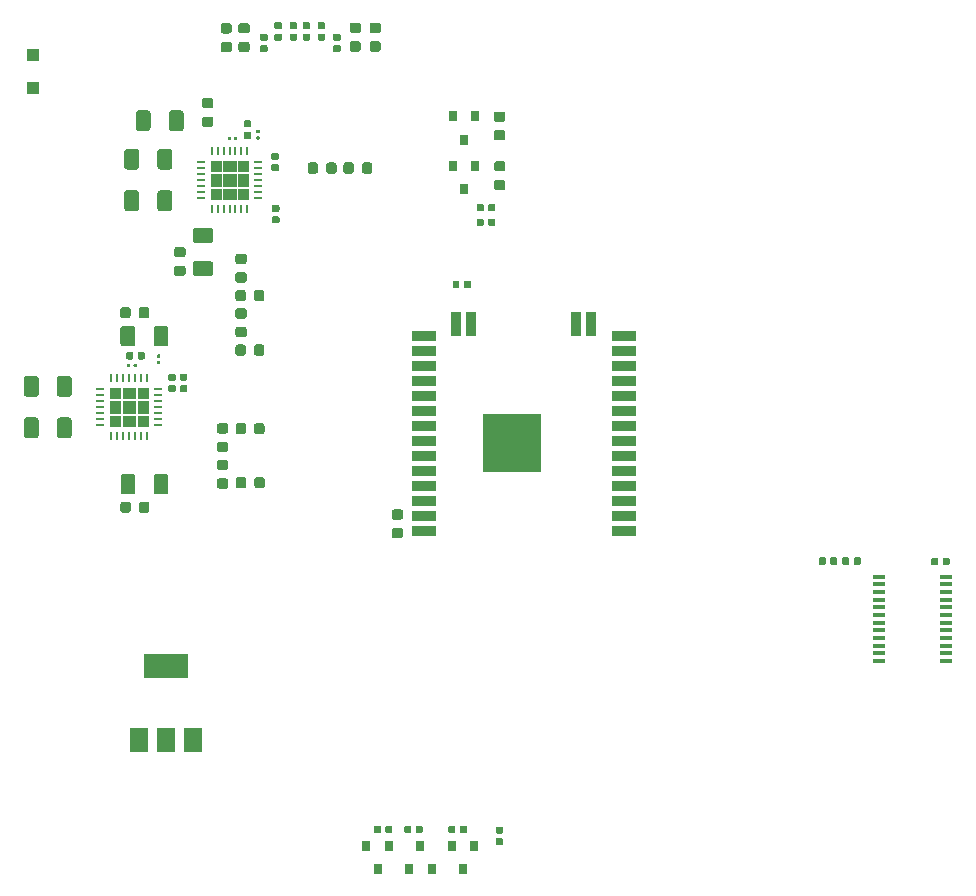
<source format=gbr>
%TF.GenerationSoftware,KiCad,Pcbnew,5.1.5+dfsg1-2build2*%
%TF.CreationDate,2021-12-02T15:53:16+01:00*%
%TF.ProjectId,plotter_board,706c6f74-7465-4725-9f62-6f6172642e6b,rev?*%
%TF.SameCoordinates,Original*%
%TF.FileFunction,Paste,Bot*%
%TF.FilePolarity,Positive*%
%FSLAX46Y46*%
G04 Gerber Fmt 4.6, Leading zero omitted, Abs format (unit mm)*
G04 Created by KiCad (PCBNEW 5.1.5+dfsg1-2build2) date 2021-12-02 15:53:16*
%MOMM*%
%LPD*%
G04 APERTURE LIST*
%ADD10C,0.100000*%
%ADD11R,0.762000X0.254000*%
%ADD12R,0.254000X0.762000*%
%ADD13R,2.000000X0.900000*%
%ADD14R,0.900000X2.000000*%
%ADD15R,5.000000X5.000000*%
%ADD16R,1.100000X1.100000*%
%ADD17R,1.100000X0.400000*%
%ADD18R,0.800000X0.900000*%
%ADD19R,1.500000X2.000000*%
%ADD20R,3.800000X2.000000*%
G04 APERTURE END LIST*
D10*
%TO.C,IC1*%
G36*
X130845000Y-75370600D02*
G01*
X131710000Y-75370600D01*
X131710000Y-76225600D01*
X130845000Y-76225600D01*
X130845000Y-75370600D01*
G37*
X130845000Y-75370600D02*
X131710000Y-75370600D01*
X131710000Y-76225600D01*
X130845000Y-76225600D01*
X130845000Y-75370600D01*
G36*
X129575000Y-75370600D02*
G01*
X130645000Y-75370600D01*
X130645000Y-76215600D01*
X129575000Y-76215600D01*
X129575000Y-75370600D01*
G37*
X129575000Y-75370600D02*
X130645000Y-75370600D01*
X130645000Y-76215600D01*
X129575000Y-76215600D01*
X129575000Y-75370600D01*
G36*
X128520000Y-75370600D02*
G01*
X129375000Y-75370600D01*
X129375000Y-76235600D01*
X128520000Y-76235600D01*
X128520000Y-75370600D01*
G37*
X128520000Y-75370600D02*
X129375000Y-75370600D01*
X129375000Y-76235600D01*
X128520000Y-76235600D01*
X128520000Y-75370600D01*
G36*
X130845000Y-74100600D02*
G01*
X131710000Y-74100600D01*
X131710000Y-75170600D01*
X130845000Y-75170600D01*
X130845000Y-74100600D01*
G37*
X130845000Y-74100600D02*
X131710000Y-74100600D01*
X131710000Y-75170600D01*
X130845000Y-75170600D01*
X130845000Y-74100600D01*
G36*
X129575000Y-74100600D02*
G01*
X130645000Y-74100600D01*
X130645000Y-75170600D01*
X129575000Y-75170600D01*
X129575000Y-74100600D01*
G37*
X129575000Y-74100600D02*
X130645000Y-74100600D01*
X130645000Y-75170600D01*
X129575000Y-75170600D01*
X129575000Y-74100600D01*
G36*
X128520000Y-74100600D02*
G01*
X129375000Y-74100600D01*
X129375000Y-75170600D01*
X128520000Y-75170600D01*
X128520000Y-74100600D01*
G37*
X128520000Y-74100600D02*
X129375000Y-74100600D01*
X129375000Y-75170600D01*
X128520000Y-75170600D01*
X128520000Y-74100600D01*
G36*
X130845000Y-73045600D02*
G01*
X131710000Y-73045600D01*
X131710000Y-73900600D01*
X130845000Y-73900600D01*
X130845000Y-73045600D01*
G37*
X130845000Y-73045600D02*
X131710000Y-73045600D01*
X131710000Y-73900600D01*
X130845000Y-73900600D01*
X130845000Y-73045600D01*
G36*
X129575000Y-73035600D02*
G01*
X130645000Y-73035600D01*
X130645000Y-73900600D01*
X129575000Y-73900600D01*
X129575000Y-73035600D01*
G37*
X129575000Y-73035600D02*
X130645000Y-73035600D01*
X130645000Y-73900600D01*
X129575000Y-73900600D01*
X129575000Y-73035600D01*
G36*
X128510000Y-73045600D02*
G01*
X129375000Y-73045600D01*
X129375000Y-73900600D01*
X128510000Y-73900600D01*
X128510000Y-73045600D01*
G37*
X128510000Y-73045600D02*
X129375000Y-73045600D01*
X129375000Y-73900600D01*
X128510000Y-73900600D01*
X128510000Y-73045600D01*
%TO.C,IC2*%
G36*
X122340001Y-94599999D02*
G01*
X123205001Y-94599999D01*
X123205001Y-95454999D01*
X122340001Y-95454999D01*
X122340001Y-94599999D01*
G37*
X122340001Y-94599999D02*
X123205001Y-94599999D01*
X123205001Y-95454999D01*
X122340001Y-95454999D01*
X122340001Y-94599999D01*
G36*
X121070001Y-94599999D02*
G01*
X122140001Y-94599999D01*
X122140001Y-95444999D01*
X121070001Y-95444999D01*
X121070001Y-94599999D01*
G37*
X121070001Y-94599999D02*
X122140001Y-94599999D01*
X122140001Y-95444999D01*
X121070001Y-95444999D01*
X121070001Y-94599999D01*
G36*
X120015001Y-94599999D02*
G01*
X120870001Y-94599999D01*
X120870001Y-95464999D01*
X120015001Y-95464999D01*
X120015001Y-94599999D01*
G37*
X120015001Y-94599999D02*
X120870001Y-94599999D01*
X120870001Y-95464999D01*
X120015001Y-95464999D01*
X120015001Y-94599999D01*
G36*
X122340001Y-93329999D02*
G01*
X123205001Y-93329999D01*
X123205001Y-94399999D01*
X122340001Y-94399999D01*
X122340001Y-93329999D01*
G37*
X122340001Y-93329999D02*
X123205001Y-93329999D01*
X123205001Y-94399999D01*
X122340001Y-94399999D01*
X122340001Y-93329999D01*
G36*
X121070001Y-93329999D02*
G01*
X122140001Y-93329999D01*
X122140001Y-94399999D01*
X121070001Y-94399999D01*
X121070001Y-93329999D01*
G37*
X121070001Y-93329999D02*
X122140001Y-93329999D01*
X122140001Y-94399999D01*
X121070001Y-94399999D01*
X121070001Y-93329999D01*
G36*
X120015001Y-93329999D02*
G01*
X120870001Y-93329999D01*
X120870001Y-94399999D01*
X120015001Y-94399999D01*
X120015001Y-93329999D01*
G37*
X120015001Y-93329999D02*
X120870001Y-93329999D01*
X120870001Y-94399999D01*
X120015001Y-94399999D01*
X120015001Y-93329999D01*
G36*
X122340001Y-92274999D02*
G01*
X123205001Y-92274999D01*
X123205001Y-93129999D01*
X122340001Y-93129999D01*
X122340001Y-92274999D01*
G37*
X122340001Y-92274999D02*
X123205001Y-92274999D01*
X123205001Y-93129999D01*
X122340001Y-93129999D01*
X122340001Y-92274999D01*
G36*
X121070001Y-92264999D02*
G01*
X122140001Y-92264999D01*
X122140001Y-93129999D01*
X121070001Y-93129999D01*
X121070001Y-92264999D01*
G37*
X121070001Y-92264999D02*
X122140001Y-92264999D01*
X122140001Y-93129999D01*
X121070001Y-93129999D01*
X121070001Y-92264999D01*
G36*
X120005001Y-92274999D02*
G01*
X120870001Y-92274999D01*
X120870001Y-93129999D01*
X120005001Y-93129999D01*
X120005001Y-92274999D01*
G37*
X120005001Y-92274999D02*
X120870001Y-92274999D01*
X120870001Y-93129999D01*
X120005001Y-93129999D01*
X120005001Y-92274999D01*
%TD*%
D11*
%TO.C,IC1*%
X127684300Y-73135600D03*
X127684300Y-73635599D03*
X127684300Y-74135601D03*
X127684300Y-74635600D03*
X127684300Y-75135599D03*
X127684300Y-75635601D03*
X127684300Y-76135600D03*
D12*
X128610000Y-77061300D03*
X129109999Y-77061300D03*
X129610001Y-77061300D03*
X130110000Y-77061300D03*
X130609999Y-77061300D03*
X131110001Y-77061300D03*
X131610000Y-77061300D03*
D11*
X132535700Y-76135600D03*
X132535700Y-75635601D03*
X132535700Y-75135599D03*
X132535700Y-74635600D03*
X132535700Y-74135601D03*
X132535700Y-73635599D03*
X132535700Y-73135600D03*
D12*
X131610000Y-72209900D03*
X131110001Y-72209900D03*
X130609999Y-72209900D03*
X130110000Y-72209900D03*
X129610001Y-72209900D03*
X129109999Y-72209900D03*
X128610000Y-72209900D03*
%TD*%
D11*
%TO.C,IC2*%
X119179301Y-92364999D03*
X119179301Y-92864998D03*
X119179301Y-93365000D03*
X119179301Y-93864999D03*
X119179301Y-94364998D03*
X119179301Y-94865000D03*
X119179301Y-95364999D03*
D12*
X120105001Y-96290699D03*
X120605000Y-96290699D03*
X121105002Y-96290699D03*
X121605001Y-96290699D03*
X122105000Y-96290699D03*
X122605002Y-96290699D03*
X123105001Y-96290699D03*
D11*
X124030701Y-95364999D03*
X124030701Y-94865000D03*
X124030701Y-94364998D03*
X124030701Y-93864999D03*
X124030701Y-93365000D03*
X124030701Y-92864998D03*
X124030701Y-92364999D03*
D12*
X123105001Y-91439299D03*
X122605002Y-91439299D03*
X122105000Y-91439299D03*
X121605001Y-91439299D03*
X121105002Y-91439299D03*
X120605000Y-91439299D03*
X120105001Y-91439299D03*
%TD*%
D13*
%TO.C,U1*%
X163540000Y-104375000D03*
X163540000Y-103105000D03*
X163540000Y-101835000D03*
X163540000Y-100565000D03*
X163540000Y-99295000D03*
X163540000Y-98025000D03*
X163540000Y-96755000D03*
X163540000Y-95485000D03*
X163540000Y-94215000D03*
X163540000Y-92945000D03*
X163540000Y-91675000D03*
X163540000Y-90405000D03*
X163540000Y-89135000D03*
X163540000Y-87865000D03*
D14*
X160755000Y-86865000D03*
X159485000Y-86865000D03*
X150595000Y-86865000D03*
X149325000Y-86865000D03*
D13*
X146540000Y-87865000D03*
X146540000Y-89135000D03*
X146540000Y-90405000D03*
X146540000Y-91675000D03*
X146540000Y-92945000D03*
X146540000Y-94215000D03*
X146540000Y-95485000D03*
X146540000Y-96755000D03*
X146540000Y-98025000D03*
X146540000Y-99295000D03*
X146540000Y-100565000D03*
X146540000Y-101835000D03*
X146540000Y-103105000D03*
X146540000Y-104375000D03*
D15*
X154040000Y-96875000D03*
%TD*%
D10*
%TO.C,R25*%
G36*
X138071958Y-62250710D02*
G01*
X138086276Y-62252834D01*
X138100317Y-62256351D01*
X138113946Y-62261228D01*
X138127031Y-62267417D01*
X138139447Y-62274858D01*
X138151073Y-62283481D01*
X138161798Y-62293202D01*
X138171519Y-62303927D01*
X138180142Y-62315553D01*
X138187583Y-62327969D01*
X138193772Y-62341054D01*
X138198649Y-62354683D01*
X138202166Y-62368724D01*
X138204290Y-62383042D01*
X138205000Y-62397500D01*
X138205000Y-62692500D01*
X138204290Y-62706958D01*
X138202166Y-62721276D01*
X138198649Y-62735317D01*
X138193772Y-62748946D01*
X138187583Y-62762031D01*
X138180142Y-62774447D01*
X138171519Y-62786073D01*
X138161798Y-62796798D01*
X138151073Y-62806519D01*
X138139447Y-62815142D01*
X138127031Y-62822583D01*
X138113946Y-62828772D01*
X138100317Y-62833649D01*
X138086276Y-62837166D01*
X138071958Y-62839290D01*
X138057500Y-62840000D01*
X137712500Y-62840000D01*
X137698042Y-62839290D01*
X137683724Y-62837166D01*
X137669683Y-62833649D01*
X137656054Y-62828772D01*
X137642969Y-62822583D01*
X137630553Y-62815142D01*
X137618927Y-62806519D01*
X137608202Y-62796798D01*
X137598481Y-62786073D01*
X137589858Y-62774447D01*
X137582417Y-62762031D01*
X137576228Y-62748946D01*
X137571351Y-62735317D01*
X137567834Y-62721276D01*
X137565710Y-62706958D01*
X137565000Y-62692500D01*
X137565000Y-62397500D01*
X137565710Y-62383042D01*
X137567834Y-62368724D01*
X137571351Y-62354683D01*
X137576228Y-62341054D01*
X137582417Y-62327969D01*
X137589858Y-62315553D01*
X137598481Y-62303927D01*
X137608202Y-62293202D01*
X137618927Y-62283481D01*
X137630553Y-62274858D01*
X137642969Y-62267417D01*
X137656054Y-62261228D01*
X137669683Y-62256351D01*
X137683724Y-62252834D01*
X137698042Y-62250710D01*
X137712500Y-62250000D01*
X138057500Y-62250000D01*
X138071958Y-62250710D01*
G37*
G36*
X138071958Y-61280710D02*
G01*
X138086276Y-61282834D01*
X138100317Y-61286351D01*
X138113946Y-61291228D01*
X138127031Y-61297417D01*
X138139447Y-61304858D01*
X138151073Y-61313481D01*
X138161798Y-61323202D01*
X138171519Y-61333927D01*
X138180142Y-61345553D01*
X138187583Y-61357969D01*
X138193772Y-61371054D01*
X138198649Y-61384683D01*
X138202166Y-61398724D01*
X138204290Y-61413042D01*
X138205000Y-61427500D01*
X138205000Y-61722500D01*
X138204290Y-61736958D01*
X138202166Y-61751276D01*
X138198649Y-61765317D01*
X138193772Y-61778946D01*
X138187583Y-61792031D01*
X138180142Y-61804447D01*
X138171519Y-61816073D01*
X138161798Y-61826798D01*
X138151073Y-61836519D01*
X138139447Y-61845142D01*
X138127031Y-61852583D01*
X138113946Y-61858772D01*
X138100317Y-61863649D01*
X138086276Y-61867166D01*
X138071958Y-61869290D01*
X138057500Y-61870000D01*
X137712500Y-61870000D01*
X137698042Y-61869290D01*
X137683724Y-61867166D01*
X137669683Y-61863649D01*
X137656054Y-61858772D01*
X137642969Y-61852583D01*
X137630553Y-61845142D01*
X137618927Y-61836519D01*
X137608202Y-61826798D01*
X137598481Y-61816073D01*
X137589858Y-61804447D01*
X137582417Y-61792031D01*
X137576228Y-61778946D01*
X137571351Y-61765317D01*
X137567834Y-61751276D01*
X137565710Y-61736958D01*
X137565000Y-61722500D01*
X137565000Y-61427500D01*
X137565710Y-61413042D01*
X137567834Y-61398724D01*
X137571351Y-61384683D01*
X137576228Y-61371054D01*
X137582417Y-61357969D01*
X137589858Y-61345553D01*
X137598481Y-61333927D01*
X137608202Y-61323202D01*
X137618927Y-61313481D01*
X137630553Y-61304858D01*
X137642969Y-61297417D01*
X137656054Y-61291228D01*
X137669683Y-61286351D01*
X137683724Y-61282834D01*
X137698042Y-61280710D01*
X137712500Y-61280000D01*
X138057500Y-61280000D01*
X138071958Y-61280710D01*
G37*
%TD*%
%TO.C,R21*%
G36*
X134416958Y-61280710D02*
G01*
X134431276Y-61282834D01*
X134445317Y-61286351D01*
X134458946Y-61291228D01*
X134472031Y-61297417D01*
X134484447Y-61304858D01*
X134496073Y-61313481D01*
X134506798Y-61323202D01*
X134516519Y-61333927D01*
X134525142Y-61345553D01*
X134532583Y-61357969D01*
X134538772Y-61371054D01*
X134543649Y-61384683D01*
X134547166Y-61398724D01*
X134549290Y-61413042D01*
X134550000Y-61427500D01*
X134550000Y-61722500D01*
X134549290Y-61736958D01*
X134547166Y-61751276D01*
X134543649Y-61765317D01*
X134538772Y-61778946D01*
X134532583Y-61792031D01*
X134525142Y-61804447D01*
X134516519Y-61816073D01*
X134506798Y-61826798D01*
X134496073Y-61836519D01*
X134484447Y-61845142D01*
X134472031Y-61852583D01*
X134458946Y-61858772D01*
X134445317Y-61863649D01*
X134431276Y-61867166D01*
X134416958Y-61869290D01*
X134402500Y-61870000D01*
X134057500Y-61870000D01*
X134043042Y-61869290D01*
X134028724Y-61867166D01*
X134014683Y-61863649D01*
X134001054Y-61858772D01*
X133987969Y-61852583D01*
X133975553Y-61845142D01*
X133963927Y-61836519D01*
X133953202Y-61826798D01*
X133943481Y-61816073D01*
X133934858Y-61804447D01*
X133927417Y-61792031D01*
X133921228Y-61778946D01*
X133916351Y-61765317D01*
X133912834Y-61751276D01*
X133910710Y-61736958D01*
X133910000Y-61722500D01*
X133910000Y-61427500D01*
X133910710Y-61413042D01*
X133912834Y-61398724D01*
X133916351Y-61384683D01*
X133921228Y-61371054D01*
X133927417Y-61357969D01*
X133934858Y-61345553D01*
X133943481Y-61333927D01*
X133953202Y-61323202D01*
X133963927Y-61313481D01*
X133975553Y-61304858D01*
X133987969Y-61297417D01*
X134001054Y-61291228D01*
X134014683Y-61286351D01*
X134028724Y-61282834D01*
X134043042Y-61280710D01*
X134057500Y-61280000D01*
X134402500Y-61280000D01*
X134416958Y-61280710D01*
G37*
G36*
X134416958Y-62250710D02*
G01*
X134431276Y-62252834D01*
X134445317Y-62256351D01*
X134458946Y-62261228D01*
X134472031Y-62267417D01*
X134484447Y-62274858D01*
X134496073Y-62283481D01*
X134506798Y-62293202D01*
X134516519Y-62303927D01*
X134525142Y-62315553D01*
X134532583Y-62327969D01*
X134538772Y-62341054D01*
X134543649Y-62354683D01*
X134547166Y-62368724D01*
X134549290Y-62383042D01*
X134550000Y-62397500D01*
X134550000Y-62692500D01*
X134549290Y-62706958D01*
X134547166Y-62721276D01*
X134543649Y-62735317D01*
X134538772Y-62748946D01*
X134532583Y-62762031D01*
X134525142Y-62774447D01*
X134516519Y-62786073D01*
X134506798Y-62796798D01*
X134496073Y-62806519D01*
X134484447Y-62815142D01*
X134472031Y-62822583D01*
X134458946Y-62828772D01*
X134445317Y-62833649D01*
X134431276Y-62837166D01*
X134416958Y-62839290D01*
X134402500Y-62840000D01*
X134057500Y-62840000D01*
X134043042Y-62839290D01*
X134028724Y-62837166D01*
X134014683Y-62833649D01*
X134001054Y-62828772D01*
X133987969Y-62822583D01*
X133975553Y-62815142D01*
X133963927Y-62806519D01*
X133953202Y-62796798D01*
X133943481Y-62786073D01*
X133934858Y-62774447D01*
X133927417Y-62762031D01*
X133921228Y-62748946D01*
X133916351Y-62735317D01*
X133912834Y-62721276D01*
X133910710Y-62706958D01*
X133910000Y-62692500D01*
X133910000Y-62397500D01*
X133910710Y-62383042D01*
X133912834Y-62368724D01*
X133916351Y-62354683D01*
X133921228Y-62341054D01*
X133927417Y-62327969D01*
X133934858Y-62315553D01*
X133943481Y-62303927D01*
X133953202Y-62293202D01*
X133963927Y-62283481D01*
X133975553Y-62274858D01*
X133987969Y-62267417D01*
X134001054Y-62261228D01*
X134014683Y-62256351D01*
X134028724Y-62252834D01*
X134043042Y-62250710D01*
X134057500Y-62250000D01*
X134402500Y-62250000D01*
X134416958Y-62250710D01*
G37*
%TD*%
%TO.C,R8*%
G36*
X153146958Y-130360710D02*
G01*
X153161276Y-130362834D01*
X153175317Y-130366351D01*
X153188946Y-130371228D01*
X153202031Y-130377417D01*
X153214447Y-130384858D01*
X153226073Y-130393481D01*
X153236798Y-130403202D01*
X153246519Y-130413927D01*
X153255142Y-130425553D01*
X153262583Y-130437969D01*
X153268772Y-130451054D01*
X153273649Y-130464683D01*
X153277166Y-130478724D01*
X153279290Y-130493042D01*
X153280000Y-130507500D01*
X153280000Y-130802500D01*
X153279290Y-130816958D01*
X153277166Y-130831276D01*
X153273649Y-130845317D01*
X153268772Y-130858946D01*
X153262583Y-130872031D01*
X153255142Y-130884447D01*
X153246519Y-130896073D01*
X153236798Y-130906798D01*
X153226073Y-130916519D01*
X153214447Y-130925142D01*
X153202031Y-130932583D01*
X153188946Y-130938772D01*
X153175317Y-130943649D01*
X153161276Y-130947166D01*
X153146958Y-130949290D01*
X153132500Y-130950000D01*
X152787500Y-130950000D01*
X152773042Y-130949290D01*
X152758724Y-130947166D01*
X152744683Y-130943649D01*
X152731054Y-130938772D01*
X152717969Y-130932583D01*
X152705553Y-130925142D01*
X152693927Y-130916519D01*
X152683202Y-130906798D01*
X152673481Y-130896073D01*
X152664858Y-130884447D01*
X152657417Y-130872031D01*
X152651228Y-130858946D01*
X152646351Y-130845317D01*
X152642834Y-130831276D01*
X152640710Y-130816958D01*
X152640000Y-130802500D01*
X152640000Y-130507500D01*
X152640710Y-130493042D01*
X152642834Y-130478724D01*
X152646351Y-130464683D01*
X152651228Y-130451054D01*
X152657417Y-130437969D01*
X152664858Y-130425553D01*
X152673481Y-130413927D01*
X152683202Y-130403202D01*
X152693927Y-130393481D01*
X152705553Y-130384858D01*
X152717969Y-130377417D01*
X152731054Y-130371228D01*
X152744683Y-130366351D01*
X152758724Y-130362834D01*
X152773042Y-130360710D01*
X152787500Y-130360000D01*
X153132500Y-130360000D01*
X153146958Y-130360710D01*
G37*
G36*
X153146958Y-129390710D02*
G01*
X153161276Y-129392834D01*
X153175317Y-129396351D01*
X153188946Y-129401228D01*
X153202031Y-129407417D01*
X153214447Y-129414858D01*
X153226073Y-129423481D01*
X153236798Y-129433202D01*
X153246519Y-129443927D01*
X153255142Y-129455553D01*
X153262583Y-129467969D01*
X153268772Y-129481054D01*
X153273649Y-129494683D01*
X153277166Y-129508724D01*
X153279290Y-129523042D01*
X153280000Y-129537500D01*
X153280000Y-129832500D01*
X153279290Y-129846958D01*
X153277166Y-129861276D01*
X153273649Y-129875317D01*
X153268772Y-129888946D01*
X153262583Y-129902031D01*
X153255142Y-129914447D01*
X153246519Y-129926073D01*
X153236798Y-129936798D01*
X153226073Y-129946519D01*
X153214447Y-129955142D01*
X153202031Y-129962583D01*
X153188946Y-129968772D01*
X153175317Y-129973649D01*
X153161276Y-129977166D01*
X153146958Y-129979290D01*
X153132500Y-129980000D01*
X152787500Y-129980000D01*
X152773042Y-129979290D01*
X152758724Y-129977166D01*
X152744683Y-129973649D01*
X152731054Y-129968772D01*
X152717969Y-129962583D01*
X152705553Y-129955142D01*
X152693927Y-129946519D01*
X152683202Y-129936798D01*
X152673481Y-129926073D01*
X152664858Y-129914447D01*
X152657417Y-129902031D01*
X152651228Y-129888946D01*
X152646351Y-129875317D01*
X152642834Y-129861276D01*
X152640710Y-129846958D01*
X152640000Y-129832500D01*
X152640000Y-129537500D01*
X152640710Y-129523042D01*
X152642834Y-129508724D01*
X152646351Y-129494683D01*
X152651228Y-129481054D01*
X152657417Y-129467969D01*
X152664858Y-129455553D01*
X152673481Y-129443927D01*
X152683202Y-129433202D01*
X152693927Y-129423481D01*
X152705553Y-129414858D01*
X152717969Y-129407417D01*
X152731054Y-129401228D01*
X152744683Y-129396351D01*
X152758724Y-129392834D01*
X152773042Y-129390710D01*
X152787500Y-129390000D01*
X153132500Y-129390000D01*
X153146958Y-129390710D01*
G37*
%TD*%
%TO.C,C19*%
G36*
X124709504Y-99516204D02*
G01*
X124733773Y-99519804D01*
X124757571Y-99525765D01*
X124780671Y-99534030D01*
X124802849Y-99544520D01*
X124823893Y-99557133D01*
X124843598Y-99571747D01*
X124861777Y-99588223D01*
X124878253Y-99606402D01*
X124892867Y-99626107D01*
X124905480Y-99647151D01*
X124915970Y-99669329D01*
X124924235Y-99692429D01*
X124930196Y-99716227D01*
X124933796Y-99740496D01*
X124935000Y-99765000D01*
X124935000Y-101015000D01*
X124933796Y-101039504D01*
X124930196Y-101063773D01*
X124924235Y-101087571D01*
X124915970Y-101110671D01*
X124905480Y-101132849D01*
X124892867Y-101153893D01*
X124878253Y-101173598D01*
X124861777Y-101191777D01*
X124843598Y-101208253D01*
X124823893Y-101222867D01*
X124802849Y-101235480D01*
X124780671Y-101245970D01*
X124757571Y-101254235D01*
X124733773Y-101260196D01*
X124709504Y-101263796D01*
X124685000Y-101265000D01*
X123935000Y-101265000D01*
X123910496Y-101263796D01*
X123886227Y-101260196D01*
X123862429Y-101254235D01*
X123839329Y-101245970D01*
X123817151Y-101235480D01*
X123796107Y-101222867D01*
X123776402Y-101208253D01*
X123758223Y-101191777D01*
X123741747Y-101173598D01*
X123727133Y-101153893D01*
X123714520Y-101132849D01*
X123704030Y-101110671D01*
X123695765Y-101087571D01*
X123689804Y-101063773D01*
X123686204Y-101039504D01*
X123685000Y-101015000D01*
X123685000Y-99765000D01*
X123686204Y-99740496D01*
X123689804Y-99716227D01*
X123695765Y-99692429D01*
X123704030Y-99669329D01*
X123714520Y-99647151D01*
X123727133Y-99626107D01*
X123741747Y-99606402D01*
X123758223Y-99588223D01*
X123776402Y-99571747D01*
X123796107Y-99557133D01*
X123817151Y-99544520D01*
X123839329Y-99534030D01*
X123862429Y-99525765D01*
X123886227Y-99519804D01*
X123910496Y-99516204D01*
X123935000Y-99515000D01*
X124685000Y-99515000D01*
X124709504Y-99516204D01*
G37*
G36*
X121909504Y-99516204D02*
G01*
X121933773Y-99519804D01*
X121957571Y-99525765D01*
X121980671Y-99534030D01*
X122002849Y-99544520D01*
X122023893Y-99557133D01*
X122043598Y-99571747D01*
X122061777Y-99588223D01*
X122078253Y-99606402D01*
X122092867Y-99626107D01*
X122105480Y-99647151D01*
X122115970Y-99669329D01*
X122124235Y-99692429D01*
X122130196Y-99716227D01*
X122133796Y-99740496D01*
X122135000Y-99765000D01*
X122135000Y-101015000D01*
X122133796Y-101039504D01*
X122130196Y-101063773D01*
X122124235Y-101087571D01*
X122115970Y-101110671D01*
X122105480Y-101132849D01*
X122092867Y-101153893D01*
X122078253Y-101173598D01*
X122061777Y-101191777D01*
X122043598Y-101208253D01*
X122023893Y-101222867D01*
X122002849Y-101235480D01*
X121980671Y-101245970D01*
X121957571Y-101254235D01*
X121933773Y-101260196D01*
X121909504Y-101263796D01*
X121885000Y-101265000D01*
X121135000Y-101265000D01*
X121110496Y-101263796D01*
X121086227Y-101260196D01*
X121062429Y-101254235D01*
X121039329Y-101245970D01*
X121017151Y-101235480D01*
X120996107Y-101222867D01*
X120976402Y-101208253D01*
X120958223Y-101191777D01*
X120941747Y-101173598D01*
X120927133Y-101153893D01*
X120914520Y-101132849D01*
X120904030Y-101110671D01*
X120895765Y-101087571D01*
X120889804Y-101063773D01*
X120886204Y-101039504D01*
X120885000Y-101015000D01*
X120885000Y-99765000D01*
X120886204Y-99740496D01*
X120889804Y-99716227D01*
X120895765Y-99692429D01*
X120904030Y-99669329D01*
X120914520Y-99647151D01*
X120927133Y-99626107D01*
X120941747Y-99606402D01*
X120958223Y-99588223D01*
X120976402Y-99571747D01*
X120996107Y-99557133D01*
X121017151Y-99544520D01*
X121039329Y-99534030D01*
X121062429Y-99525765D01*
X121086227Y-99519804D01*
X121110496Y-99516204D01*
X121135000Y-99515000D01*
X121885000Y-99515000D01*
X121909504Y-99516204D01*
G37*
%TD*%
%TO.C,C9*%
G36*
X128509504Y-81516204D02*
G01*
X128533773Y-81519804D01*
X128557571Y-81525765D01*
X128580671Y-81534030D01*
X128602849Y-81544520D01*
X128623893Y-81557133D01*
X128643598Y-81571747D01*
X128661777Y-81588223D01*
X128678253Y-81606402D01*
X128692867Y-81626107D01*
X128705480Y-81647151D01*
X128715970Y-81669329D01*
X128724235Y-81692429D01*
X128730196Y-81716227D01*
X128733796Y-81740496D01*
X128735000Y-81765000D01*
X128735000Y-82515000D01*
X128733796Y-82539504D01*
X128730196Y-82563773D01*
X128724235Y-82587571D01*
X128715970Y-82610671D01*
X128705480Y-82632849D01*
X128692867Y-82653893D01*
X128678253Y-82673598D01*
X128661777Y-82691777D01*
X128643598Y-82708253D01*
X128623893Y-82722867D01*
X128602849Y-82735480D01*
X128580671Y-82745970D01*
X128557571Y-82754235D01*
X128533773Y-82760196D01*
X128509504Y-82763796D01*
X128485000Y-82765000D01*
X127235000Y-82765000D01*
X127210496Y-82763796D01*
X127186227Y-82760196D01*
X127162429Y-82754235D01*
X127139329Y-82745970D01*
X127117151Y-82735480D01*
X127096107Y-82722867D01*
X127076402Y-82708253D01*
X127058223Y-82691777D01*
X127041747Y-82673598D01*
X127027133Y-82653893D01*
X127014520Y-82632849D01*
X127004030Y-82610671D01*
X126995765Y-82587571D01*
X126989804Y-82563773D01*
X126986204Y-82539504D01*
X126985000Y-82515000D01*
X126985000Y-81765000D01*
X126986204Y-81740496D01*
X126989804Y-81716227D01*
X126995765Y-81692429D01*
X127004030Y-81669329D01*
X127014520Y-81647151D01*
X127027133Y-81626107D01*
X127041747Y-81606402D01*
X127058223Y-81588223D01*
X127076402Y-81571747D01*
X127096107Y-81557133D01*
X127117151Y-81544520D01*
X127139329Y-81534030D01*
X127162429Y-81525765D01*
X127186227Y-81519804D01*
X127210496Y-81516204D01*
X127235000Y-81515000D01*
X128485000Y-81515000D01*
X128509504Y-81516204D01*
G37*
G36*
X128509504Y-78716204D02*
G01*
X128533773Y-78719804D01*
X128557571Y-78725765D01*
X128580671Y-78734030D01*
X128602849Y-78744520D01*
X128623893Y-78757133D01*
X128643598Y-78771747D01*
X128661777Y-78788223D01*
X128678253Y-78806402D01*
X128692867Y-78826107D01*
X128705480Y-78847151D01*
X128715970Y-78869329D01*
X128724235Y-78892429D01*
X128730196Y-78916227D01*
X128733796Y-78940496D01*
X128735000Y-78965000D01*
X128735000Y-79715000D01*
X128733796Y-79739504D01*
X128730196Y-79763773D01*
X128724235Y-79787571D01*
X128715970Y-79810671D01*
X128705480Y-79832849D01*
X128692867Y-79853893D01*
X128678253Y-79873598D01*
X128661777Y-79891777D01*
X128643598Y-79908253D01*
X128623893Y-79922867D01*
X128602849Y-79935480D01*
X128580671Y-79945970D01*
X128557571Y-79954235D01*
X128533773Y-79960196D01*
X128509504Y-79963796D01*
X128485000Y-79965000D01*
X127235000Y-79965000D01*
X127210496Y-79963796D01*
X127186227Y-79960196D01*
X127162429Y-79954235D01*
X127139329Y-79945970D01*
X127117151Y-79935480D01*
X127096107Y-79922867D01*
X127076402Y-79908253D01*
X127058223Y-79891777D01*
X127041747Y-79873598D01*
X127027133Y-79853893D01*
X127014520Y-79832849D01*
X127004030Y-79810671D01*
X126995765Y-79787571D01*
X126989804Y-79763773D01*
X126986204Y-79739504D01*
X126985000Y-79715000D01*
X126985000Y-78965000D01*
X126986204Y-78940496D01*
X126989804Y-78916227D01*
X126995765Y-78892429D01*
X127004030Y-78869329D01*
X127014520Y-78847151D01*
X127027133Y-78826107D01*
X127041747Y-78806402D01*
X127058223Y-78788223D01*
X127076402Y-78771747D01*
X127096107Y-78757133D01*
X127117151Y-78744520D01*
X127139329Y-78734030D01*
X127162429Y-78725765D01*
X127186227Y-78719804D01*
X127210496Y-78716204D01*
X127235000Y-78715000D01*
X128485000Y-78715000D01*
X128509504Y-78716204D01*
G37*
%TD*%
%TO.C,C3*%
G36*
X144597691Y-102526053D02*
G01*
X144618926Y-102529203D01*
X144639750Y-102534419D01*
X144659962Y-102541651D01*
X144679368Y-102550830D01*
X144697781Y-102561866D01*
X144715024Y-102574654D01*
X144730930Y-102589070D01*
X144745346Y-102604976D01*
X144758134Y-102622219D01*
X144769170Y-102640632D01*
X144778349Y-102660038D01*
X144785581Y-102680250D01*
X144790797Y-102701074D01*
X144793947Y-102722309D01*
X144795000Y-102743750D01*
X144795000Y-103181250D01*
X144793947Y-103202691D01*
X144790797Y-103223926D01*
X144785581Y-103244750D01*
X144778349Y-103264962D01*
X144769170Y-103284368D01*
X144758134Y-103302781D01*
X144745346Y-103320024D01*
X144730930Y-103335930D01*
X144715024Y-103350346D01*
X144697781Y-103363134D01*
X144679368Y-103374170D01*
X144659962Y-103383349D01*
X144639750Y-103390581D01*
X144618926Y-103395797D01*
X144597691Y-103398947D01*
X144576250Y-103400000D01*
X144063750Y-103400000D01*
X144042309Y-103398947D01*
X144021074Y-103395797D01*
X144000250Y-103390581D01*
X143980038Y-103383349D01*
X143960632Y-103374170D01*
X143942219Y-103363134D01*
X143924976Y-103350346D01*
X143909070Y-103335930D01*
X143894654Y-103320024D01*
X143881866Y-103302781D01*
X143870830Y-103284368D01*
X143861651Y-103264962D01*
X143854419Y-103244750D01*
X143849203Y-103223926D01*
X143846053Y-103202691D01*
X143845000Y-103181250D01*
X143845000Y-102743750D01*
X143846053Y-102722309D01*
X143849203Y-102701074D01*
X143854419Y-102680250D01*
X143861651Y-102660038D01*
X143870830Y-102640632D01*
X143881866Y-102622219D01*
X143894654Y-102604976D01*
X143909070Y-102589070D01*
X143924976Y-102574654D01*
X143942219Y-102561866D01*
X143960632Y-102550830D01*
X143980038Y-102541651D01*
X144000250Y-102534419D01*
X144021074Y-102529203D01*
X144042309Y-102526053D01*
X144063750Y-102525000D01*
X144576250Y-102525000D01*
X144597691Y-102526053D01*
G37*
G36*
X144597691Y-104101053D02*
G01*
X144618926Y-104104203D01*
X144639750Y-104109419D01*
X144659962Y-104116651D01*
X144679368Y-104125830D01*
X144697781Y-104136866D01*
X144715024Y-104149654D01*
X144730930Y-104164070D01*
X144745346Y-104179976D01*
X144758134Y-104197219D01*
X144769170Y-104215632D01*
X144778349Y-104235038D01*
X144785581Y-104255250D01*
X144790797Y-104276074D01*
X144793947Y-104297309D01*
X144795000Y-104318750D01*
X144795000Y-104756250D01*
X144793947Y-104777691D01*
X144790797Y-104798926D01*
X144785581Y-104819750D01*
X144778349Y-104839962D01*
X144769170Y-104859368D01*
X144758134Y-104877781D01*
X144745346Y-104895024D01*
X144730930Y-104910930D01*
X144715024Y-104925346D01*
X144697781Y-104938134D01*
X144679368Y-104949170D01*
X144659962Y-104958349D01*
X144639750Y-104965581D01*
X144618926Y-104970797D01*
X144597691Y-104973947D01*
X144576250Y-104975000D01*
X144063750Y-104975000D01*
X144042309Y-104973947D01*
X144021074Y-104970797D01*
X144000250Y-104965581D01*
X143980038Y-104958349D01*
X143960632Y-104949170D01*
X143942219Y-104938134D01*
X143924976Y-104925346D01*
X143909070Y-104910930D01*
X143894654Y-104895024D01*
X143881866Y-104877781D01*
X143870830Y-104859368D01*
X143861651Y-104839962D01*
X143854419Y-104819750D01*
X143849203Y-104798926D01*
X143846053Y-104777691D01*
X143845000Y-104756250D01*
X143845000Y-104318750D01*
X143846053Y-104297309D01*
X143849203Y-104276074D01*
X143854419Y-104255250D01*
X143861651Y-104235038D01*
X143870830Y-104215632D01*
X143881866Y-104197219D01*
X143894654Y-104179976D01*
X143909070Y-104164070D01*
X143924976Y-104149654D01*
X143942219Y-104136866D01*
X143960632Y-104125830D01*
X143980038Y-104116651D01*
X144000250Y-104109419D01*
X144021074Y-104104203D01*
X144042309Y-104101053D01*
X144063750Y-104100000D01*
X144576250Y-104100000D01*
X144597691Y-104101053D01*
G37*
%TD*%
%TO.C,R9*%
G36*
X150416958Y-83150710D02*
G01*
X150431276Y-83152834D01*
X150445317Y-83156351D01*
X150458946Y-83161228D01*
X150472031Y-83167417D01*
X150484447Y-83174858D01*
X150496073Y-83183481D01*
X150506798Y-83193202D01*
X150516519Y-83203927D01*
X150525142Y-83215553D01*
X150532583Y-83227969D01*
X150538772Y-83241054D01*
X150543649Y-83254683D01*
X150547166Y-83268724D01*
X150549290Y-83283042D01*
X150550000Y-83297500D01*
X150550000Y-83642500D01*
X150549290Y-83656958D01*
X150547166Y-83671276D01*
X150543649Y-83685317D01*
X150538772Y-83698946D01*
X150532583Y-83712031D01*
X150525142Y-83724447D01*
X150516519Y-83736073D01*
X150506798Y-83746798D01*
X150496073Y-83756519D01*
X150484447Y-83765142D01*
X150472031Y-83772583D01*
X150458946Y-83778772D01*
X150445317Y-83783649D01*
X150431276Y-83787166D01*
X150416958Y-83789290D01*
X150402500Y-83790000D01*
X150107500Y-83790000D01*
X150093042Y-83789290D01*
X150078724Y-83787166D01*
X150064683Y-83783649D01*
X150051054Y-83778772D01*
X150037969Y-83772583D01*
X150025553Y-83765142D01*
X150013927Y-83756519D01*
X150003202Y-83746798D01*
X149993481Y-83736073D01*
X149984858Y-83724447D01*
X149977417Y-83712031D01*
X149971228Y-83698946D01*
X149966351Y-83685317D01*
X149962834Y-83671276D01*
X149960710Y-83656958D01*
X149960000Y-83642500D01*
X149960000Y-83297500D01*
X149960710Y-83283042D01*
X149962834Y-83268724D01*
X149966351Y-83254683D01*
X149971228Y-83241054D01*
X149977417Y-83227969D01*
X149984858Y-83215553D01*
X149993481Y-83203927D01*
X150003202Y-83193202D01*
X150013927Y-83183481D01*
X150025553Y-83174858D01*
X150037969Y-83167417D01*
X150051054Y-83161228D01*
X150064683Y-83156351D01*
X150078724Y-83152834D01*
X150093042Y-83150710D01*
X150107500Y-83150000D01*
X150402500Y-83150000D01*
X150416958Y-83150710D01*
G37*
G36*
X149446958Y-83150710D02*
G01*
X149461276Y-83152834D01*
X149475317Y-83156351D01*
X149488946Y-83161228D01*
X149502031Y-83167417D01*
X149514447Y-83174858D01*
X149526073Y-83183481D01*
X149536798Y-83193202D01*
X149546519Y-83203927D01*
X149555142Y-83215553D01*
X149562583Y-83227969D01*
X149568772Y-83241054D01*
X149573649Y-83254683D01*
X149577166Y-83268724D01*
X149579290Y-83283042D01*
X149580000Y-83297500D01*
X149580000Y-83642500D01*
X149579290Y-83656958D01*
X149577166Y-83671276D01*
X149573649Y-83685317D01*
X149568772Y-83698946D01*
X149562583Y-83712031D01*
X149555142Y-83724447D01*
X149546519Y-83736073D01*
X149536798Y-83746798D01*
X149526073Y-83756519D01*
X149514447Y-83765142D01*
X149502031Y-83772583D01*
X149488946Y-83778772D01*
X149475317Y-83783649D01*
X149461276Y-83787166D01*
X149446958Y-83789290D01*
X149432500Y-83790000D01*
X149137500Y-83790000D01*
X149123042Y-83789290D01*
X149108724Y-83787166D01*
X149094683Y-83783649D01*
X149081054Y-83778772D01*
X149067969Y-83772583D01*
X149055553Y-83765142D01*
X149043927Y-83756519D01*
X149033202Y-83746798D01*
X149023481Y-83736073D01*
X149014858Y-83724447D01*
X149007417Y-83712031D01*
X149001228Y-83698946D01*
X148996351Y-83685317D01*
X148992834Y-83671276D01*
X148990710Y-83656958D01*
X148990000Y-83642500D01*
X148990000Y-83297500D01*
X148990710Y-83283042D01*
X148992834Y-83268724D01*
X148996351Y-83254683D01*
X149001228Y-83241054D01*
X149007417Y-83227969D01*
X149014858Y-83215553D01*
X149023481Y-83203927D01*
X149033202Y-83193202D01*
X149043927Y-83183481D01*
X149055553Y-83174858D01*
X149067969Y-83167417D01*
X149081054Y-83161228D01*
X149094683Y-83156351D01*
X149108724Y-83152834D01*
X149123042Y-83150710D01*
X149137500Y-83150000D01*
X149432500Y-83150000D01*
X149446958Y-83150710D01*
G37*
%TD*%
D16*
%TO.C,D7*%
X113500000Y-64060000D03*
X113500000Y-66860000D03*
%TD*%
D10*
%TO.C,C18*%
G36*
X124699504Y-86986204D02*
G01*
X124723773Y-86989804D01*
X124747571Y-86995765D01*
X124770671Y-87004030D01*
X124792849Y-87014520D01*
X124813893Y-87027133D01*
X124833598Y-87041747D01*
X124851777Y-87058223D01*
X124868253Y-87076402D01*
X124882867Y-87096107D01*
X124895480Y-87117151D01*
X124905970Y-87139329D01*
X124914235Y-87162429D01*
X124920196Y-87186227D01*
X124923796Y-87210496D01*
X124925000Y-87235000D01*
X124925000Y-88485000D01*
X124923796Y-88509504D01*
X124920196Y-88533773D01*
X124914235Y-88557571D01*
X124905970Y-88580671D01*
X124895480Y-88602849D01*
X124882867Y-88623893D01*
X124868253Y-88643598D01*
X124851777Y-88661777D01*
X124833598Y-88678253D01*
X124813893Y-88692867D01*
X124792849Y-88705480D01*
X124770671Y-88715970D01*
X124747571Y-88724235D01*
X124723773Y-88730196D01*
X124699504Y-88733796D01*
X124675000Y-88735000D01*
X123925000Y-88735000D01*
X123900496Y-88733796D01*
X123876227Y-88730196D01*
X123852429Y-88724235D01*
X123829329Y-88715970D01*
X123807151Y-88705480D01*
X123786107Y-88692867D01*
X123766402Y-88678253D01*
X123748223Y-88661777D01*
X123731747Y-88643598D01*
X123717133Y-88623893D01*
X123704520Y-88602849D01*
X123694030Y-88580671D01*
X123685765Y-88557571D01*
X123679804Y-88533773D01*
X123676204Y-88509504D01*
X123675000Y-88485000D01*
X123675000Y-87235000D01*
X123676204Y-87210496D01*
X123679804Y-87186227D01*
X123685765Y-87162429D01*
X123694030Y-87139329D01*
X123704520Y-87117151D01*
X123717133Y-87096107D01*
X123731747Y-87076402D01*
X123748223Y-87058223D01*
X123766402Y-87041747D01*
X123786107Y-87027133D01*
X123807151Y-87014520D01*
X123829329Y-87004030D01*
X123852429Y-86995765D01*
X123876227Y-86989804D01*
X123900496Y-86986204D01*
X123925000Y-86985000D01*
X124675000Y-86985000D01*
X124699504Y-86986204D01*
G37*
G36*
X121899504Y-86986204D02*
G01*
X121923773Y-86989804D01*
X121947571Y-86995765D01*
X121970671Y-87004030D01*
X121992849Y-87014520D01*
X122013893Y-87027133D01*
X122033598Y-87041747D01*
X122051777Y-87058223D01*
X122068253Y-87076402D01*
X122082867Y-87096107D01*
X122095480Y-87117151D01*
X122105970Y-87139329D01*
X122114235Y-87162429D01*
X122120196Y-87186227D01*
X122123796Y-87210496D01*
X122125000Y-87235000D01*
X122125000Y-88485000D01*
X122123796Y-88509504D01*
X122120196Y-88533773D01*
X122114235Y-88557571D01*
X122105970Y-88580671D01*
X122095480Y-88602849D01*
X122082867Y-88623893D01*
X122068253Y-88643598D01*
X122051777Y-88661777D01*
X122033598Y-88678253D01*
X122013893Y-88692867D01*
X121992849Y-88705480D01*
X121970671Y-88715970D01*
X121947571Y-88724235D01*
X121923773Y-88730196D01*
X121899504Y-88733796D01*
X121875000Y-88735000D01*
X121125000Y-88735000D01*
X121100496Y-88733796D01*
X121076227Y-88730196D01*
X121052429Y-88724235D01*
X121029329Y-88715970D01*
X121007151Y-88705480D01*
X120986107Y-88692867D01*
X120966402Y-88678253D01*
X120948223Y-88661777D01*
X120931747Y-88643598D01*
X120917133Y-88623893D01*
X120904520Y-88602849D01*
X120894030Y-88580671D01*
X120885765Y-88557571D01*
X120879804Y-88533773D01*
X120876204Y-88509504D01*
X120875000Y-88485000D01*
X120875000Y-87235000D01*
X120876204Y-87210496D01*
X120879804Y-87186227D01*
X120885765Y-87162429D01*
X120894030Y-87139329D01*
X120904520Y-87117151D01*
X120917133Y-87096107D01*
X120931747Y-87076402D01*
X120948223Y-87058223D01*
X120966402Y-87041747D01*
X120986107Y-87027133D01*
X121007151Y-87014520D01*
X121029329Y-87004030D01*
X121052429Y-86995765D01*
X121076227Y-86989804D01*
X121100496Y-86986204D01*
X121125000Y-86985000D01*
X121875000Y-86985000D01*
X121899504Y-86986204D01*
G37*
%TD*%
%TO.C,C8*%
G36*
X123194904Y-68754404D02*
G01*
X123219173Y-68758004D01*
X123242971Y-68763965D01*
X123266071Y-68772230D01*
X123288249Y-68782720D01*
X123309293Y-68795333D01*
X123328998Y-68809947D01*
X123347177Y-68826423D01*
X123363653Y-68844602D01*
X123378267Y-68864307D01*
X123390880Y-68885351D01*
X123401370Y-68907529D01*
X123409635Y-68930629D01*
X123415596Y-68954427D01*
X123419196Y-68978696D01*
X123420400Y-69003200D01*
X123420400Y-70253200D01*
X123419196Y-70277704D01*
X123415596Y-70301973D01*
X123409635Y-70325771D01*
X123401370Y-70348871D01*
X123390880Y-70371049D01*
X123378267Y-70392093D01*
X123363653Y-70411798D01*
X123347177Y-70429977D01*
X123328998Y-70446453D01*
X123309293Y-70461067D01*
X123288249Y-70473680D01*
X123266071Y-70484170D01*
X123242971Y-70492435D01*
X123219173Y-70498396D01*
X123194904Y-70501996D01*
X123170400Y-70503200D01*
X122420400Y-70503200D01*
X122395896Y-70501996D01*
X122371627Y-70498396D01*
X122347829Y-70492435D01*
X122324729Y-70484170D01*
X122302551Y-70473680D01*
X122281507Y-70461067D01*
X122261802Y-70446453D01*
X122243623Y-70429977D01*
X122227147Y-70411798D01*
X122212533Y-70392093D01*
X122199920Y-70371049D01*
X122189430Y-70348871D01*
X122181165Y-70325771D01*
X122175204Y-70301973D01*
X122171604Y-70277704D01*
X122170400Y-70253200D01*
X122170400Y-69003200D01*
X122171604Y-68978696D01*
X122175204Y-68954427D01*
X122181165Y-68930629D01*
X122189430Y-68907529D01*
X122199920Y-68885351D01*
X122212533Y-68864307D01*
X122227147Y-68844602D01*
X122243623Y-68826423D01*
X122261802Y-68809947D01*
X122281507Y-68795333D01*
X122302551Y-68782720D01*
X122324729Y-68772230D01*
X122347829Y-68763965D01*
X122371627Y-68758004D01*
X122395896Y-68754404D01*
X122420400Y-68753200D01*
X123170400Y-68753200D01*
X123194904Y-68754404D01*
G37*
G36*
X125994904Y-68754404D02*
G01*
X126019173Y-68758004D01*
X126042971Y-68763965D01*
X126066071Y-68772230D01*
X126088249Y-68782720D01*
X126109293Y-68795333D01*
X126128998Y-68809947D01*
X126147177Y-68826423D01*
X126163653Y-68844602D01*
X126178267Y-68864307D01*
X126190880Y-68885351D01*
X126201370Y-68907529D01*
X126209635Y-68930629D01*
X126215596Y-68954427D01*
X126219196Y-68978696D01*
X126220400Y-69003200D01*
X126220400Y-70253200D01*
X126219196Y-70277704D01*
X126215596Y-70301973D01*
X126209635Y-70325771D01*
X126201370Y-70348871D01*
X126190880Y-70371049D01*
X126178267Y-70392093D01*
X126163653Y-70411798D01*
X126147177Y-70429977D01*
X126128998Y-70446453D01*
X126109293Y-70461067D01*
X126088249Y-70473680D01*
X126066071Y-70484170D01*
X126042971Y-70492435D01*
X126019173Y-70498396D01*
X125994904Y-70501996D01*
X125970400Y-70503200D01*
X125220400Y-70503200D01*
X125195896Y-70501996D01*
X125171627Y-70498396D01*
X125147829Y-70492435D01*
X125124729Y-70484170D01*
X125102551Y-70473680D01*
X125081507Y-70461067D01*
X125061802Y-70446453D01*
X125043623Y-70429977D01*
X125027147Y-70411798D01*
X125012533Y-70392093D01*
X124999920Y-70371049D01*
X124989430Y-70348871D01*
X124981165Y-70325771D01*
X124975204Y-70301973D01*
X124971604Y-70277704D01*
X124970400Y-70253200D01*
X124970400Y-69003200D01*
X124971604Y-68978696D01*
X124975204Y-68954427D01*
X124981165Y-68930629D01*
X124989430Y-68907529D01*
X124999920Y-68885351D01*
X125012533Y-68864307D01*
X125027147Y-68844602D01*
X125043623Y-68826423D01*
X125061802Y-68809947D01*
X125081507Y-68795333D01*
X125102551Y-68782720D01*
X125124729Y-68772230D01*
X125147829Y-68763965D01*
X125171627Y-68758004D01*
X125195896Y-68754404D01*
X125220400Y-68753200D01*
X125970400Y-68753200D01*
X125994904Y-68754404D01*
G37*
%TD*%
%TO.C,R2*%
G36*
X183411958Y-106590710D02*
G01*
X183426276Y-106592834D01*
X183440317Y-106596351D01*
X183453946Y-106601228D01*
X183467031Y-106607417D01*
X183479447Y-106614858D01*
X183491073Y-106623481D01*
X183501798Y-106633202D01*
X183511519Y-106643927D01*
X183520142Y-106655553D01*
X183527583Y-106667969D01*
X183533772Y-106681054D01*
X183538649Y-106694683D01*
X183542166Y-106708724D01*
X183544290Y-106723042D01*
X183545000Y-106737500D01*
X183545000Y-107082500D01*
X183544290Y-107096958D01*
X183542166Y-107111276D01*
X183538649Y-107125317D01*
X183533772Y-107138946D01*
X183527583Y-107152031D01*
X183520142Y-107164447D01*
X183511519Y-107176073D01*
X183501798Y-107186798D01*
X183491073Y-107196519D01*
X183479447Y-107205142D01*
X183467031Y-107212583D01*
X183453946Y-107218772D01*
X183440317Y-107223649D01*
X183426276Y-107227166D01*
X183411958Y-107229290D01*
X183397500Y-107230000D01*
X183102500Y-107230000D01*
X183088042Y-107229290D01*
X183073724Y-107227166D01*
X183059683Y-107223649D01*
X183046054Y-107218772D01*
X183032969Y-107212583D01*
X183020553Y-107205142D01*
X183008927Y-107196519D01*
X182998202Y-107186798D01*
X182988481Y-107176073D01*
X182979858Y-107164447D01*
X182972417Y-107152031D01*
X182966228Y-107138946D01*
X182961351Y-107125317D01*
X182957834Y-107111276D01*
X182955710Y-107096958D01*
X182955000Y-107082500D01*
X182955000Y-106737500D01*
X182955710Y-106723042D01*
X182957834Y-106708724D01*
X182961351Y-106694683D01*
X182966228Y-106681054D01*
X182972417Y-106667969D01*
X182979858Y-106655553D01*
X182988481Y-106643927D01*
X182998202Y-106633202D01*
X183008927Y-106623481D01*
X183020553Y-106614858D01*
X183032969Y-106607417D01*
X183046054Y-106601228D01*
X183059683Y-106596351D01*
X183073724Y-106592834D01*
X183088042Y-106590710D01*
X183102500Y-106590000D01*
X183397500Y-106590000D01*
X183411958Y-106590710D01*
G37*
G36*
X182441958Y-106590710D02*
G01*
X182456276Y-106592834D01*
X182470317Y-106596351D01*
X182483946Y-106601228D01*
X182497031Y-106607417D01*
X182509447Y-106614858D01*
X182521073Y-106623481D01*
X182531798Y-106633202D01*
X182541519Y-106643927D01*
X182550142Y-106655553D01*
X182557583Y-106667969D01*
X182563772Y-106681054D01*
X182568649Y-106694683D01*
X182572166Y-106708724D01*
X182574290Y-106723042D01*
X182575000Y-106737500D01*
X182575000Y-107082500D01*
X182574290Y-107096958D01*
X182572166Y-107111276D01*
X182568649Y-107125317D01*
X182563772Y-107138946D01*
X182557583Y-107152031D01*
X182550142Y-107164447D01*
X182541519Y-107176073D01*
X182531798Y-107186798D01*
X182521073Y-107196519D01*
X182509447Y-107205142D01*
X182497031Y-107212583D01*
X182483946Y-107218772D01*
X182470317Y-107223649D01*
X182456276Y-107227166D01*
X182441958Y-107229290D01*
X182427500Y-107230000D01*
X182132500Y-107230000D01*
X182118042Y-107229290D01*
X182103724Y-107227166D01*
X182089683Y-107223649D01*
X182076054Y-107218772D01*
X182062969Y-107212583D01*
X182050553Y-107205142D01*
X182038927Y-107196519D01*
X182028202Y-107186798D01*
X182018481Y-107176073D01*
X182009858Y-107164447D01*
X182002417Y-107152031D01*
X181996228Y-107138946D01*
X181991351Y-107125317D01*
X181987834Y-107111276D01*
X181985710Y-107096958D01*
X181985000Y-107082500D01*
X181985000Y-106737500D01*
X181985710Y-106723042D01*
X181987834Y-106708724D01*
X181991351Y-106694683D01*
X181996228Y-106681054D01*
X182002417Y-106667969D01*
X182009858Y-106655553D01*
X182018481Y-106643927D01*
X182028202Y-106633202D01*
X182038927Y-106623481D01*
X182050553Y-106614858D01*
X182062969Y-106607417D01*
X182076054Y-106601228D01*
X182089683Y-106596351D01*
X182103724Y-106592834D01*
X182118042Y-106590710D01*
X182132500Y-106590000D01*
X182427500Y-106590000D01*
X182441958Y-106590710D01*
G37*
%TD*%
D17*
%TO.C,U2*%
X185080000Y-108215000D03*
X185080000Y-108865000D03*
X185080000Y-109515000D03*
X185080000Y-110165000D03*
X185080000Y-110815000D03*
X185080000Y-111465000D03*
X185080000Y-112115000D03*
X185080000Y-112765000D03*
X185080000Y-113415000D03*
X185080000Y-114065000D03*
X185080000Y-114715000D03*
X185080000Y-115365000D03*
X190780000Y-115365000D03*
X190780000Y-114715000D03*
X190780000Y-114065000D03*
X190780000Y-113415000D03*
X190780000Y-112765000D03*
X190780000Y-112115000D03*
X190780000Y-111465000D03*
X190780000Y-110815000D03*
X190780000Y-110165000D03*
X190780000Y-109515000D03*
X190780000Y-108865000D03*
X190780000Y-108215000D03*
%TD*%
D10*
%TO.C,R26*%
G36*
X142717691Y-62891053D02*
G01*
X142738926Y-62894203D01*
X142759750Y-62899419D01*
X142779962Y-62906651D01*
X142799368Y-62915830D01*
X142817781Y-62926866D01*
X142835024Y-62939654D01*
X142850930Y-62954070D01*
X142865346Y-62969976D01*
X142878134Y-62987219D01*
X142889170Y-63005632D01*
X142898349Y-63025038D01*
X142905581Y-63045250D01*
X142910797Y-63066074D01*
X142913947Y-63087309D01*
X142915000Y-63108750D01*
X142915000Y-63546250D01*
X142913947Y-63567691D01*
X142910797Y-63588926D01*
X142905581Y-63609750D01*
X142898349Y-63629962D01*
X142889170Y-63649368D01*
X142878134Y-63667781D01*
X142865346Y-63685024D01*
X142850930Y-63700930D01*
X142835024Y-63715346D01*
X142817781Y-63728134D01*
X142799368Y-63739170D01*
X142779962Y-63748349D01*
X142759750Y-63755581D01*
X142738926Y-63760797D01*
X142717691Y-63763947D01*
X142696250Y-63765000D01*
X142183750Y-63765000D01*
X142162309Y-63763947D01*
X142141074Y-63760797D01*
X142120250Y-63755581D01*
X142100038Y-63748349D01*
X142080632Y-63739170D01*
X142062219Y-63728134D01*
X142044976Y-63715346D01*
X142029070Y-63700930D01*
X142014654Y-63685024D01*
X142001866Y-63667781D01*
X141990830Y-63649368D01*
X141981651Y-63629962D01*
X141974419Y-63609750D01*
X141969203Y-63588926D01*
X141966053Y-63567691D01*
X141965000Y-63546250D01*
X141965000Y-63108750D01*
X141966053Y-63087309D01*
X141969203Y-63066074D01*
X141974419Y-63045250D01*
X141981651Y-63025038D01*
X141990830Y-63005632D01*
X142001866Y-62987219D01*
X142014654Y-62969976D01*
X142029070Y-62954070D01*
X142044976Y-62939654D01*
X142062219Y-62926866D01*
X142080632Y-62915830D01*
X142100038Y-62906651D01*
X142120250Y-62899419D01*
X142141074Y-62894203D01*
X142162309Y-62891053D01*
X142183750Y-62890000D01*
X142696250Y-62890000D01*
X142717691Y-62891053D01*
G37*
G36*
X142717691Y-61316053D02*
G01*
X142738926Y-61319203D01*
X142759750Y-61324419D01*
X142779962Y-61331651D01*
X142799368Y-61340830D01*
X142817781Y-61351866D01*
X142835024Y-61364654D01*
X142850930Y-61379070D01*
X142865346Y-61394976D01*
X142878134Y-61412219D01*
X142889170Y-61430632D01*
X142898349Y-61450038D01*
X142905581Y-61470250D01*
X142910797Y-61491074D01*
X142913947Y-61512309D01*
X142915000Y-61533750D01*
X142915000Y-61971250D01*
X142913947Y-61992691D01*
X142910797Y-62013926D01*
X142905581Y-62034750D01*
X142898349Y-62054962D01*
X142889170Y-62074368D01*
X142878134Y-62092781D01*
X142865346Y-62110024D01*
X142850930Y-62125930D01*
X142835024Y-62140346D01*
X142817781Y-62153134D01*
X142799368Y-62164170D01*
X142779962Y-62173349D01*
X142759750Y-62180581D01*
X142738926Y-62185797D01*
X142717691Y-62188947D01*
X142696250Y-62190000D01*
X142183750Y-62190000D01*
X142162309Y-62188947D01*
X142141074Y-62185797D01*
X142120250Y-62180581D01*
X142100038Y-62173349D01*
X142080632Y-62164170D01*
X142062219Y-62153134D01*
X142044976Y-62140346D01*
X142029070Y-62125930D01*
X142014654Y-62110024D01*
X142001866Y-62092781D01*
X141990830Y-62074368D01*
X141981651Y-62054962D01*
X141974419Y-62034750D01*
X141969203Y-62013926D01*
X141966053Y-61992691D01*
X141965000Y-61971250D01*
X141965000Y-61533750D01*
X141966053Y-61512309D01*
X141969203Y-61491074D01*
X141974419Y-61470250D01*
X141981651Y-61450038D01*
X141990830Y-61430632D01*
X142001866Y-61412219D01*
X142014654Y-61394976D01*
X142029070Y-61379070D01*
X142044976Y-61364654D01*
X142062219Y-61351866D01*
X142080632Y-61340830D01*
X142100038Y-61331651D01*
X142120250Y-61324419D01*
X142141074Y-61319203D01*
X142162309Y-61316053D01*
X142183750Y-61315000D01*
X142696250Y-61315000D01*
X142717691Y-61316053D01*
G37*
%TD*%
%TO.C,R23*%
G36*
X130107691Y-62938553D02*
G01*
X130128926Y-62941703D01*
X130149750Y-62946919D01*
X130169962Y-62954151D01*
X130189368Y-62963330D01*
X130207781Y-62974366D01*
X130225024Y-62987154D01*
X130240930Y-63001570D01*
X130255346Y-63017476D01*
X130268134Y-63034719D01*
X130279170Y-63053132D01*
X130288349Y-63072538D01*
X130295581Y-63092750D01*
X130300797Y-63113574D01*
X130303947Y-63134809D01*
X130305000Y-63156250D01*
X130305000Y-63593750D01*
X130303947Y-63615191D01*
X130300797Y-63636426D01*
X130295581Y-63657250D01*
X130288349Y-63677462D01*
X130279170Y-63696868D01*
X130268134Y-63715281D01*
X130255346Y-63732524D01*
X130240930Y-63748430D01*
X130225024Y-63762846D01*
X130207781Y-63775634D01*
X130189368Y-63786670D01*
X130169962Y-63795849D01*
X130149750Y-63803081D01*
X130128926Y-63808297D01*
X130107691Y-63811447D01*
X130086250Y-63812500D01*
X129573750Y-63812500D01*
X129552309Y-63811447D01*
X129531074Y-63808297D01*
X129510250Y-63803081D01*
X129490038Y-63795849D01*
X129470632Y-63786670D01*
X129452219Y-63775634D01*
X129434976Y-63762846D01*
X129419070Y-63748430D01*
X129404654Y-63732524D01*
X129391866Y-63715281D01*
X129380830Y-63696868D01*
X129371651Y-63677462D01*
X129364419Y-63657250D01*
X129359203Y-63636426D01*
X129356053Y-63615191D01*
X129355000Y-63593750D01*
X129355000Y-63156250D01*
X129356053Y-63134809D01*
X129359203Y-63113574D01*
X129364419Y-63092750D01*
X129371651Y-63072538D01*
X129380830Y-63053132D01*
X129391866Y-63034719D01*
X129404654Y-63017476D01*
X129419070Y-63001570D01*
X129434976Y-62987154D01*
X129452219Y-62974366D01*
X129470632Y-62963330D01*
X129490038Y-62954151D01*
X129510250Y-62946919D01*
X129531074Y-62941703D01*
X129552309Y-62938553D01*
X129573750Y-62937500D01*
X130086250Y-62937500D01*
X130107691Y-62938553D01*
G37*
G36*
X130107691Y-61363553D02*
G01*
X130128926Y-61366703D01*
X130149750Y-61371919D01*
X130169962Y-61379151D01*
X130189368Y-61388330D01*
X130207781Y-61399366D01*
X130225024Y-61412154D01*
X130240930Y-61426570D01*
X130255346Y-61442476D01*
X130268134Y-61459719D01*
X130279170Y-61478132D01*
X130288349Y-61497538D01*
X130295581Y-61517750D01*
X130300797Y-61538574D01*
X130303947Y-61559809D01*
X130305000Y-61581250D01*
X130305000Y-62018750D01*
X130303947Y-62040191D01*
X130300797Y-62061426D01*
X130295581Y-62082250D01*
X130288349Y-62102462D01*
X130279170Y-62121868D01*
X130268134Y-62140281D01*
X130255346Y-62157524D01*
X130240930Y-62173430D01*
X130225024Y-62187846D01*
X130207781Y-62200634D01*
X130189368Y-62211670D01*
X130169962Y-62220849D01*
X130149750Y-62228081D01*
X130128926Y-62233297D01*
X130107691Y-62236447D01*
X130086250Y-62237500D01*
X129573750Y-62237500D01*
X129552309Y-62236447D01*
X129531074Y-62233297D01*
X129510250Y-62228081D01*
X129490038Y-62220849D01*
X129470632Y-62211670D01*
X129452219Y-62200634D01*
X129434976Y-62187846D01*
X129419070Y-62173430D01*
X129404654Y-62157524D01*
X129391866Y-62140281D01*
X129380830Y-62121868D01*
X129371651Y-62102462D01*
X129364419Y-62082250D01*
X129359203Y-62061426D01*
X129356053Y-62040191D01*
X129355000Y-62018750D01*
X129355000Y-61581250D01*
X129356053Y-61559809D01*
X129359203Y-61538574D01*
X129364419Y-61517750D01*
X129371651Y-61497538D01*
X129380830Y-61478132D01*
X129391866Y-61459719D01*
X129404654Y-61442476D01*
X129419070Y-61426570D01*
X129434976Y-61412154D01*
X129452219Y-61399366D01*
X129470632Y-61388330D01*
X129490038Y-61379151D01*
X129510250Y-61371919D01*
X129531074Y-61366703D01*
X129552309Y-61363553D01*
X129573750Y-61362500D01*
X130086250Y-61362500D01*
X130107691Y-61363553D01*
G37*
%TD*%
%TO.C,D9*%
G36*
X141027691Y-61316053D02*
G01*
X141048926Y-61319203D01*
X141069750Y-61324419D01*
X141089962Y-61331651D01*
X141109368Y-61340830D01*
X141127781Y-61351866D01*
X141145024Y-61364654D01*
X141160930Y-61379070D01*
X141175346Y-61394976D01*
X141188134Y-61412219D01*
X141199170Y-61430632D01*
X141208349Y-61450038D01*
X141215581Y-61470250D01*
X141220797Y-61491074D01*
X141223947Y-61512309D01*
X141225000Y-61533750D01*
X141225000Y-61971250D01*
X141223947Y-61992691D01*
X141220797Y-62013926D01*
X141215581Y-62034750D01*
X141208349Y-62054962D01*
X141199170Y-62074368D01*
X141188134Y-62092781D01*
X141175346Y-62110024D01*
X141160930Y-62125930D01*
X141145024Y-62140346D01*
X141127781Y-62153134D01*
X141109368Y-62164170D01*
X141089962Y-62173349D01*
X141069750Y-62180581D01*
X141048926Y-62185797D01*
X141027691Y-62188947D01*
X141006250Y-62190000D01*
X140493750Y-62190000D01*
X140472309Y-62188947D01*
X140451074Y-62185797D01*
X140430250Y-62180581D01*
X140410038Y-62173349D01*
X140390632Y-62164170D01*
X140372219Y-62153134D01*
X140354976Y-62140346D01*
X140339070Y-62125930D01*
X140324654Y-62110024D01*
X140311866Y-62092781D01*
X140300830Y-62074368D01*
X140291651Y-62054962D01*
X140284419Y-62034750D01*
X140279203Y-62013926D01*
X140276053Y-61992691D01*
X140275000Y-61971250D01*
X140275000Y-61533750D01*
X140276053Y-61512309D01*
X140279203Y-61491074D01*
X140284419Y-61470250D01*
X140291651Y-61450038D01*
X140300830Y-61430632D01*
X140311866Y-61412219D01*
X140324654Y-61394976D01*
X140339070Y-61379070D01*
X140354976Y-61364654D01*
X140372219Y-61351866D01*
X140390632Y-61340830D01*
X140410038Y-61331651D01*
X140430250Y-61324419D01*
X140451074Y-61319203D01*
X140472309Y-61316053D01*
X140493750Y-61315000D01*
X141006250Y-61315000D01*
X141027691Y-61316053D01*
G37*
G36*
X141027691Y-62891053D02*
G01*
X141048926Y-62894203D01*
X141069750Y-62899419D01*
X141089962Y-62906651D01*
X141109368Y-62915830D01*
X141127781Y-62926866D01*
X141145024Y-62939654D01*
X141160930Y-62954070D01*
X141175346Y-62969976D01*
X141188134Y-62987219D01*
X141199170Y-63005632D01*
X141208349Y-63025038D01*
X141215581Y-63045250D01*
X141220797Y-63066074D01*
X141223947Y-63087309D01*
X141225000Y-63108750D01*
X141225000Y-63546250D01*
X141223947Y-63567691D01*
X141220797Y-63588926D01*
X141215581Y-63609750D01*
X141208349Y-63629962D01*
X141199170Y-63649368D01*
X141188134Y-63667781D01*
X141175346Y-63685024D01*
X141160930Y-63700930D01*
X141145024Y-63715346D01*
X141127781Y-63728134D01*
X141109368Y-63739170D01*
X141089962Y-63748349D01*
X141069750Y-63755581D01*
X141048926Y-63760797D01*
X141027691Y-63763947D01*
X141006250Y-63765000D01*
X140493750Y-63765000D01*
X140472309Y-63763947D01*
X140451074Y-63760797D01*
X140430250Y-63755581D01*
X140410038Y-63748349D01*
X140390632Y-63739170D01*
X140372219Y-63728134D01*
X140354976Y-63715346D01*
X140339070Y-63700930D01*
X140324654Y-63685024D01*
X140311866Y-63667781D01*
X140300830Y-63649368D01*
X140291651Y-63629962D01*
X140284419Y-63609750D01*
X140279203Y-63588926D01*
X140276053Y-63567691D01*
X140275000Y-63546250D01*
X140275000Y-63108750D01*
X140276053Y-63087309D01*
X140279203Y-63066074D01*
X140284419Y-63045250D01*
X140291651Y-63025038D01*
X140300830Y-63005632D01*
X140311866Y-62987219D01*
X140324654Y-62969976D01*
X140339070Y-62954070D01*
X140354976Y-62939654D01*
X140372219Y-62926866D01*
X140390632Y-62915830D01*
X140410038Y-62906651D01*
X140430250Y-62899419D01*
X140451074Y-62894203D01*
X140472309Y-62891053D01*
X140493750Y-62890000D01*
X141006250Y-62890000D01*
X141027691Y-62891053D01*
G37*
%TD*%
%TO.C,D8*%
G36*
X131617691Y-61356053D02*
G01*
X131638926Y-61359203D01*
X131659750Y-61364419D01*
X131679962Y-61371651D01*
X131699368Y-61380830D01*
X131717781Y-61391866D01*
X131735024Y-61404654D01*
X131750930Y-61419070D01*
X131765346Y-61434976D01*
X131778134Y-61452219D01*
X131789170Y-61470632D01*
X131798349Y-61490038D01*
X131805581Y-61510250D01*
X131810797Y-61531074D01*
X131813947Y-61552309D01*
X131815000Y-61573750D01*
X131815000Y-62011250D01*
X131813947Y-62032691D01*
X131810797Y-62053926D01*
X131805581Y-62074750D01*
X131798349Y-62094962D01*
X131789170Y-62114368D01*
X131778134Y-62132781D01*
X131765346Y-62150024D01*
X131750930Y-62165930D01*
X131735024Y-62180346D01*
X131717781Y-62193134D01*
X131699368Y-62204170D01*
X131679962Y-62213349D01*
X131659750Y-62220581D01*
X131638926Y-62225797D01*
X131617691Y-62228947D01*
X131596250Y-62230000D01*
X131083750Y-62230000D01*
X131062309Y-62228947D01*
X131041074Y-62225797D01*
X131020250Y-62220581D01*
X131000038Y-62213349D01*
X130980632Y-62204170D01*
X130962219Y-62193134D01*
X130944976Y-62180346D01*
X130929070Y-62165930D01*
X130914654Y-62150024D01*
X130901866Y-62132781D01*
X130890830Y-62114368D01*
X130881651Y-62094962D01*
X130874419Y-62074750D01*
X130869203Y-62053926D01*
X130866053Y-62032691D01*
X130865000Y-62011250D01*
X130865000Y-61573750D01*
X130866053Y-61552309D01*
X130869203Y-61531074D01*
X130874419Y-61510250D01*
X130881651Y-61490038D01*
X130890830Y-61470632D01*
X130901866Y-61452219D01*
X130914654Y-61434976D01*
X130929070Y-61419070D01*
X130944976Y-61404654D01*
X130962219Y-61391866D01*
X130980632Y-61380830D01*
X131000038Y-61371651D01*
X131020250Y-61364419D01*
X131041074Y-61359203D01*
X131062309Y-61356053D01*
X131083750Y-61355000D01*
X131596250Y-61355000D01*
X131617691Y-61356053D01*
G37*
G36*
X131617691Y-62931053D02*
G01*
X131638926Y-62934203D01*
X131659750Y-62939419D01*
X131679962Y-62946651D01*
X131699368Y-62955830D01*
X131717781Y-62966866D01*
X131735024Y-62979654D01*
X131750930Y-62994070D01*
X131765346Y-63009976D01*
X131778134Y-63027219D01*
X131789170Y-63045632D01*
X131798349Y-63065038D01*
X131805581Y-63085250D01*
X131810797Y-63106074D01*
X131813947Y-63127309D01*
X131815000Y-63148750D01*
X131815000Y-63586250D01*
X131813947Y-63607691D01*
X131810797Y-63628926D01*
X131805581Y-63649750D01*
X131798349Y-63669962D01*
X131789170Y-63689368D01*
X131778134Y-63707781D01*
X131765346Y-63725024D01*
X131750930Y-63740930D01*
X131735024Y-63755346D01*
X131717781Y-63768134D01*
X131699368Y-63779170D01*
X131679962Y-63788349D01*
X131659750Y-63795581D01*
X131638926Y-63800797D01*
X131617691Y-63803947D01*
X131596250Y-63805000D01*
X131083750Y-63805000D01*
X131062309Y-63803947D01*
X131041074Y-63800797D01*
X131020250Y-63795581D01*
X131000038Y-63788349D01*
X130980632Y-63779170D01*
X130962219Y-63768134D01*
X130944976Y-63755346D01*
X130929070Y-63740930D01*
X130914654Y-63725024D01*
X130901866Y-63707781D01*
X130890830Y-63689368D01*
X130881651Y-63669962D01*
X130874419Y-63649750D01*
X130869203Y-63628926D01*
X130866053Y-63607691D01*
X130865000Y-63586250D01*
X130865000Y-63148750D01*
X130866053Y-63127309D01*
X130869203Y-63106074D01*
X130874419Y-63085250D01*
X130881651Y-63065038D01*
X130890830Y-63045632D01*
X130901866Y-63027219D01*
X130914654Y-63009976D01*
X130929070Y-62994070D01*
X130944976Y-62979654D01*
X130962219Y-62966866D01*
X130980632Y-62955830D01*
X131000038Y-62946651D01*
X131020250Y-62939419D01*
X131041074Y-62934203D01*
X131062309Y-62931053D01*
X131083750Y-62930000D01*
X131596250Y-62930000D01*
X131617691Y-62931053D01*
G37*
%TD*%
%TO.C,R14*%
G36*
X153247691Y-68846053D02*
G01*
X153268926Y-68849203D01*
X153289750Y-68854419D01*
X153309962Y-68861651D01*
X153329368Y-68870830D01*
X153347781Y-68881866D01*
X153365024Y-68894654D01*
X153380930Y-68909070D01*
X153395346Y-68924976D01*
X153408134Y-68942219D01*
X153419170Y-68960632D01*
X153428349Y-68980038D01*
X153435581Y-69000250D01*
X153440797Y-69021074D01*
X153443947Y-69042309D01*
X153445000Y-69063750D01*
X153445000Y-69501250D01*
X153443947Y-69522691D01*
X153440797Y-69543926D01*
X153435581Y-69564750D01*
X153428349Y-69584962D01*
X153419170Y-69604368D01*
X153408134Y-69622781D01*
X153395346Y-69640024D01*
X153380930Y-69655930D01*
X153365024Y-69670346D01*
X153347781Y-69683134D01*
X153329368Y-69694170D01*
X153309962Y-69703349D01*
X153289750Y-69710581D01*
X153268926Y-69715797D01*
X153247691Y-69718947D01*
X153226250Y-69720000D01*
X152713750Y-69720000D01*
X152692309Y-69718947D01*
X152671074Y-69715797D01*
X152650250Y-69710581D01*
X152630038Y-69703349D01*
X152610632Y-69694170D01*
X152592219Y-69683134D01*
X152574976Y-69670346D01*
X152559070Y-69655930D01*
X152544654Y-69640024D01*
X152531866Y-69622781D01*
X152520830Y-69604368D01*
X152511651Y-69584962D01*
X152504419Y-69564750D01*
X152499203Y-69543926D01*
X152496053Y-69522691D01*
X152495000Y-69501250D01*
X152495000Y-69063750D01*
X152496053Y-69042309D01*
X152499203Y-69021074D01*
X152504419Y-69000250D01*
X152511651Y-68980038D01*
X152520830Y-68960632D01*
X152531866Y-68942219D01*
X152544654Y-68924976D01*
X152559070Y-68909070D01*
X152574976Y-68894654D01*
X152592219Y-68881866D01*
X152610632Y-68870830D01*
X152630038Y-68861651D01*
X152650250Y-68854419D01*
X152671074Y-68849203D01*
X152692309Y-68846053D01*
X152713750Y-68845000D01*
X153226250Y-68845000D01*
X153247691Y-68846053D01*
G37*
G36*
X153247691Y-70421053D02*
G01*
X153268926Y-70424203D01*
X153289750Y-70429419D01*
X153309962Y-70436651D01*
X153329368Y-70445830D01*
X153347781Y-70456866D01*
X153365024Y-70469654D01*
X153380930Y-70484070D01*
X153395346Y-70499976D01*
X153408134Y-70517219D01*
X153419170Y-70535632D01*
X153428349Y-70555038D01*
X153435581Y-70575250D01*
X153440797Y-70596074D01*
X153443947Y-70617309D01*
X153445000Y-70638750D01*
X153445000Y-71076250D01*
X153443947Y-71097691D01*
X153440797Y-71118926D01*
X153435581Y-71139750D01*
X153428349Y-71159962D01*
X153419170Y-71179368D01*
X153408134Y-71197781D01*
X153395346Y-71215024D01*
X153380930Y-71230930D01*
X153365024Y-71245346D01*
X153347781Y-71258134D01*
X153329368Y-71269170D01*
X153309962Y-71278349D01*
X153289750Y-71285581D01*
X153268926Y-71290797D01*
X153247691Y-71293947D01*
X153226250Y-71295000D01*
X152713750Y-71295000D01*
X152692309Y-71293947D01*
X152671074Y-71290797D01*
X152650250Y-71285581D01*
X152630038Y-71278349D01*
X152610632Y-71269170D01*
X152592219Y-71258134D01*
X152574976Y-71245346D01*
X152559070Y-71230930D01*
X152544654Y-71215024D01*
X152531866Y-71197781D01*
X152520830Y-71179368D01*
X152511651Y-71159962D01*
X152504419Y-71139750D01*
X152499203Y-71118926D01*
X152496053Y-71097691D01*
X152495000Y-71076250D01*
X152495000Y-70638750D01*
X152496053Y-70617309D01*
X152499203Y-70596074D01*
X152504419Y-70575250D01*
X152511651Y-70555038D01*
X152520830Y-70535632D01*
X152531866Y-70517219D01*
X152544654Y-70499976D01*
X152559070Y-70484070D01*
X152574976Y-70469654D01*
X152592219Y-70456866D01*
X152610632Y-70445830D01*
X152630038Y-70436651D01*
X152650250Y-70429419D01*
X152671074Y-70424203D01*
X152692309Y-70421053D01*
X152713750Y-70420000D01*
X153226250Y-70420000D01*
X153247691Y-70421053D01*
G37*
%TD*%
%TO.C,R10*%
G36*
X129795291Y-95236053D02*
G01*
X129816526Y-95239203D01*
X129837350Y-95244419D01*
X129857562Y-95251651D01*
X129876968Y-95260830D01*
X129895381Y-95271866D01*
X129912624Y-95284654D01*
X129928530Y-95299070D01*
X129942946Y-95314976D01*
X129955734Y-95332219D01*
X129966770Y-95350632D01*
X129975949Y-95370038D01*
X129983181Y-95390250D01*
X129988397Y-95411074D01*
X129991547Y-95432309D01*
X129992600Y-95453750D01*
X129992600Y-95891250D01*
X129991547Y-95912691D01*
X129988397Y-95933926D01*
X129983181Y-95954750D01*
X129975949Y-95974962D01*
X129966770Y-95994368D01*
X129955734Y-96012781D01*
X129942946Y-96030024D01*
X129928530Y-96045930D01*
X129912624Y-96060346D01*
X129895381Y-96073134D01*
X129876968Y-96084170D01*
X129857562Y-96093349D01*
X129837350Y-96100581D01*
X129816526Y-96105797D01*
X129795291Y-96108947D01*
X129773850Y-96110000D01*
X129261350Y-96110000D01*
X129239909Y-96108947D01*
X129218674Y-96105797D01*
X129197850Y-96100581D01*
X129177638Y-96093349D01*
X129158232Y-96084170D01*
X129139819Y-96073134D01*
X129122576Y-96060346D01*
X129106670Y-96045930D01*
X129092254Y-96030024D01*
X129079466Y-96012781D01*
X129068430Y-95994368D01*
X129059251Y-95974962D01*
X129052019Y-95954750D01*
X129046803Y-95933926D01*
X129043653Y-95912691D01*
X129042600Y-95891250D01*
X129042600Y-95453750D01*
X129043653Y-95432309D01*
X129046803Y-95411074D01*
X129052019Y-95390250D01*
X129059251Y-95370038D01*
X129068430Y-95350632D01*
X129079466Y-95332219D01*
X129092254Y-95314976D01*
X129106670Y-95299070D01*
X129122576Y-95284654D01*
X129139819Y-95271866D01*
X129158232Y-95260830D01*
X129177638Y-95251651D01*
X129197850Y-95244419D01*
X129218674Y-95239203D01*
X129239909Y-95236053D01*
X129261350Y-95235000D01*
X129773850Y-95235000D01*
X129795291Y-95236053D01*
G37*
G36*
X129795291Y-96811053D02*
G01*
X129816526Y-96814203D01*
X129837350Y-96819419D01*
X129857562Y-96826651D01*
X129876968Y-96835830D01*
X129895381Y-96846866D01*
X129912624Y-96859654D01*
X129928530Y-96874070D01*
X129942946Y-96889976D01*
X129955734Y-96907219D01*
X129966770Y-96925632D01*
X129975949Y-96945038D01*
X129983181Y-96965250D01*
X129988397Y-96986074D01*
X129991547Y-97007309D01*
X129992600Y-97028750D01*
X129992600Y-97466250D01*
X129991547Y-97487691D01*
X129988397Y-97508926D01*
X129983181Y-97529750D01*
X129975949Y-97549962D01*
X129966770Y-97569368D01*
X129955734Y-97587781D01*
X129942946Y-97605024D01*
X129928530Y-97620930D01*
X129912624Y-97635346D01*
X129895381Y-97648134D01*
X129876968Y-97659170D01*
X129857562Y-97668349D01*
X129837350Y-97675581D01*
X129816526Y-97680797D01*
X129795291Y-97683947D01*
X129773850Y-97685000D01*
X129261350Y-97685000D01*
X129239909Y-97683947D01*
X129218674Y-97680797D01*
X129197850Y-97675581D01*
X129177638Y-97668349D01*
X129158232Y-97659170D01*
X129139819Y-97648134D01*
X129122576Y-97635346D01*
X129106670Y-97620930D01*
X129092254Y-97605024D01*
X129079466Y-97587781D01*
X129068430Y-97569368D01*
X129059251Y-97549962D01*
X129052019Y-97529750D01*
X129046803Y-97508926D01*
X129043653Y-97487691D01*
X129042600Y-97466250D01*
X129042600Y-97028750D01*
X129043653Y-97007309D01*
X129046803Y-96986074D01*
X129052019Y-96965250D01*
X129059251Y-96945038D01*
X129068430Y-96925632D01*
X129079466Y-96907219D01*
X129092254Y-96889976D01*
X129106670Y-96874070D01*
X129122576Y-96859654D01*
X129139819Y-96846866D01*
X129158232Y-96835830D01*
X129177638Y-96826651D01*
X129197850Y-96819419D01*
X129218674Y-96814203D01*
X129239909Y-96811053D01*
X129261350Y-96810000D01*
X129773850Y-96810000D01*
X129795291Y-96811053D01*
G37*
%TD*%
%TO.C,R7*%
G36*
X129795291Y-99898553D02*
G01*
X129816526Y-99901703D01*
X129837350Y-99906919D01*
X129857562Y-99914151D01*
X129876968Y-99923330D01*
X129895381Y-99934366D01*
X129912624Y-99947154D01*
X129928530Y-99961570D01*
X129942946Y-99977476D01*
X129955734Y-99994719D01*
X129966770Y-100013132D01*
X129975949Y-100032538D01*
X129983181Y-100052750D01*
X129988397Y-100073574D01*
X129991547Y-100094809D01*
X129992600Y-100116250D01*
X129992600Y-100553750D01*
X129991547Y-100575191D01*
X129988397Y-100596426D01*
X129983181Y-100617250D01*
X129975949Y-100637462D01*
X129966770Y-100656868D01*
X129955734Y-100675281D01*
X129942946Y-100692524D01*
X129928530Y-100708430D01*
X129912624Y-100722846D01*
X129895381Y-100735634D01*
X129876968Y-100746670D01*
X129857562Y-100755849D01*
X129837350Y-100763081D01*
X129816526Y-100768297D01*
X129795291Y-100771447D01*
X129773850Y-100772500D01*
X129261350Y-100772500D01*
X129239909Y-100771447D01*
X129218674Y-100768297D01*
X129197850Y-100763081D01*
X129177638Y-100755849D01*
X129158232Y-100746670D01*
X129139819Y-100735634D01*
X129122576Y-100722846D01*
X129106670Y-100708430D01*
X129092254Y-100692524D01*
X129079466Y-100675281D01*
X129068430Y-100656868D01*
X129059251Y-100637462D01*
X129052019Y-100617250D01*
X129046803Y-100596426D01*
X129043653Y-100575191D01*
X129042600Y-100553750D01*
X129042600Y-100116250D01*
X129043653Y-100094809D01*
X129046803Y-100073574D01*
X129052019Y-100052750D01*
X129059251Y-100032538D01*
X129068430Y-100013132D01*
X129079466Y-99994719D01*
X129092254Y-99977476D01*
X129106670Y-99961570D01*
X129122576Y-99947154D01*
X129139819Y-99934366D01*
X129158232Y-99923330D01*
X129177638Y-99914151D01*
X129197850Y-99906919D01*
X129218674Y-99901703D01*
X129239909Y-99898553D01*
X129261350Y-99897500D01*
X129773850Y-99897500D01*
X129795291Y-99898553D01*
G37*
G36*
X129795291Y-98323553D02*
G01*
X129816526Y-98326703D01*
X129837350Y-98331919D01*
X129857562Y-98339151D01*
X129876968Y-98348330D01*
X129895381Y-98359366D01*
X129912624Y-98372154D01*
X129928530Y-98386570D01*
X129942946Y-98402476D01*
X129955734Y-98419719D01*
X129966770Y-98438132D01*
X129975949Y-98457538D01*
X129983181Y-98477750D01*
X129988397Y-98498574D01*
X129991547Y-98519809D01*
X129992600Y-98541250D01*
X129992600Y-98978750D01*
X129991547Y-99000191D01*
X129988397Y-99021426D01*
X129983181Y-99042250D01*
X129975949Y-99062462D01*
X129966770Y-99081868D01*
X129955734Y-99100281D01*
X129942946Y-99117524D01*
X129928530Y-99133430D01*
X129912624Y-99147846D01*
X129895381Y-99160634D01*
X129876968Y-99171670D01*
X129857562Y-99180849D01*
X129837350Y-99188081D01*
X129816526Y-99193297D01*
X129795291Y-99196447D01*
X129773850Y-99197500D01*
X129261350Y-99197500D01*
X129239909Y-99196447D01*
X129218674Y-99193297D01*
X129197850Y-99188081D01*
X129177638Y-99180849D01*
X129158232Y-99171670D01*
X129139819Y-99160634D01*
X129122576Y-99147846D01*
X129106670Y-99133430D01*
X129092254Y-99117524D01*
X129079466Y-99100281D01*
X129068430Y-99081868D01*
X129059251Y-99062462D01*
X129052019Y-99042250D01*
X129046803Y-99021426D01*
X129043653Y-99000191D01*
X129042600Y-98978750D01*
X129042600Y-98541250D01*
X129043653Y-98519809D01*
X129046803Y-98498574D01*
X129052019Y-98477750D01*
X129059251Y-98457538D01*
X129068430Y-98438132D01*
X129079466Y-98419719D01*
X129092254Y-98402476D01*
X129106670Y-98386570D01*
X129122576Y-98372154D01*
X129139819Y-98359366D01*
X129158232Y-98348330D01*
X129177638Y-98339151D01*
X129197850Y-98331919D01*
X129218674Y-98326703D01*
X129239909Y-98323553D01*
X129261350Y-98322500D01*
X129773850Y-98322500D01*
X129795291Y-98323553D01*
G37*
%TD*%
%TO.C,R6*%
G36*
X131362791Y-87078553D02*
G01*
X131384026Y-87081703D01*
X131404850Y-87086919D01*
X131425062Y-87094151D01*
X131444468Y-87103330D01*
X131462881Y-87114366D01*
X131480124Y-87127154D01*
X131496030Y-87141570D01*
X131510446Y-87157476D01*
X131523234Y-87174719D01*
X131534270Y-87193132D01*
X131543449Y-87212538D01*
X131550681Y-87232750D01*
X131555897Y-87253574D01*
X131559047Y-87274809D01*
X131560100Y-87296250D01*
X131560100Y-87733750D01*
X131559047Y-87755191D01*
X131555897Y-87776426D01*
X131550681Y-87797250D01*
X131543449Y-87817462D01*
X131534270Y-87836868D01*
X131523234Y-87855281D01*
X131510446Y-87872524D01*
X131496030Y-87888430D01*
X131480124Y-87902846D01*
X131462881Y-87915634D01*
X131444468Y-87926670D01*
X131425062Y-87935849D01*
X131404850Y-87943081D01*
X131384026Y-87948297D01*
X131362791Y-87951447D01*
X131341350Y-87952500D01*
X130828850Y-87952500D01*
X130807409Y-87951447D01*
X130786174Y-87948297D01*
X130765350Y-87943081D01*
X130745138Y-87935849D01*
X130725732Y-87926670D01*
X130707319Y-87915634D01*
X130690076Y-87902846D01*
X130674170Y-87888430D01*
X130659754Y-87872524D01*
X130646966Y-87855281D01*
X130635930Y-87836868D01*
X130626751Y-87817462D01*
X130619519Y-87797250D01*
X130614303Y-87776426D01*
X130611153Y-87755191D01*
X130610100Y-87733750D01*
X130610100Y-87296250D01*
X130611153Y-87274809D01*
X130614303Y-87253574D01*
X130619519Y-87232750D01*
X130626751Y-87212538D01*
X130635930Y-87193132D01*
X130646966Y-87174719D01*
X130659754Y-87157476D01*
X130674170Y-87141570D01*
X130690076Y-87127154D01*
X130707319Y-87114366D01*
X130725732Y-87103330D01*
X130745138Y-87094151D01*
X130765350Y-87086919D01*
X130786174Y-87081703D01*
X130807409Y-87078553D01*
X130828850Y-87077500D01*
X131341350Y-87077500D01*
X131362791Y-87078553D01*
G37*
G36*
X131362791Y-85503553D02*
G01*
X131384026Y-85506703D01*
X131404850Y-85511919D01*
X131425062Y-85519151D01*
X131444468Y-85528330D01*
X131462881Y-85539366D01*
X131480124Y-85552154D01*
X131496030Y-85566570D01*
X131510446Y-85582476D01*
X131523234Y-85599719D01*
X131534270Y-85618132D01*
X131543449Y-85637538D01*
X131550681Y-85657750D01*
X131555897Y-85678574D01*
X131559047Y-85699809D01*
X131560100Y-85721250D01*
X131560100Y-86158750D01*
X131559047Y-86180191D01*
X131555897Y-86201426D01*
X131550681Y-86222250D01*
X131543449Y-86242462D01*
X131534270Y-86261868D01*
X131523234Y-86280281D01*
X131510446Y-86297524D01*
X131496030Y-86313430D01*
X131480124Y-86327846D01*
X131462881Y-86340634D01*
X131444468Y-86351670D01*
X131425062Y-86360849D01*
X131404850Y-86368081D01*
X131384026Y-86373297D01*
X131362791Y-86376447D01*
X131341350Y-86377500D01*
X130828850Y-86377500D01*
X130807409Y-86376447D01*
X130786174Y-86373297D01*
X130765350Y-86368081D01*
X130745138Y-86360849D01*
X130725732Y-86351670D01*
X130707319Y-86340634D01*
X130690076Y-86327846D01*
X130674170Y-86313430D01*
X130659754Y-86297524D01*
X130646966Y-86280281D01*
X130635930Y-86261868D01*
X130626751Y-86242462D01*
X130619519Y-86222250D01*
X130614303Y-86201426D01*
X130611153Y-86180191D01*
X130610100Y-86158750D01*
X130610100Y-85721250D01*
X130611153Y-85699809D01*
X130614303Y-85678574D01*
X130619519Y-85657750D01*
X130626751Y-85637538D01*
X130635930Y-85618132D01*
X130646966Y-85599719D01*
X130659754Y-85582476D01*
X130674170Y-85566570D01*
X130690076Y-85552154D01*
X130707319Y-85539366D01*
X130725732Y-85528330D01*
X130745138Y-85519151D01*
X130765350Y-85511919D01*
X130786174Y-85506703D01*
X130807409Y-85503553D01*
X130828850Y-85502500D01*
X131341350Y-85502500D01*
X131362791Y-85503553D01*
G37*
%TD*%
%TO.C,R11*%
G36*
X138977691Y-73156053D02*
G01*
X138998926Y-73159203D01*
X139019750Y-73164419D01*
X139039962Y-73171651D01*
X139059368Y-73180830D01*
X139077781Y-73191866D01*
X139095024Y-73204654D01*
X139110930Y-73219070D01*
X139125346Y-73234976D01*
X139138134Y-73252219D01*
X139149170Y-73270632D01*
X139158349Y-73290038D01*
X139165581Y-73310250D01*
X139170797Y-73331074D01*
X139173947Y-73352309D01*
X139175000Y-73373750D01*
X139175000Y-73886250D01*
X139173947Y-73907691D01*
X139170797Y-73928926D01*
X139165581Y-73949750D01*
X139158349Y-73969962D01*
X139149170Y-73989368D01*
X139138134Y-74007781D01*
X139125346Y-74025024D01*
X139110930Y-74040930D01*
X139095024Y-74055346D01*
X139077781Y-74068134D01*
X139059368Y-74079170D01*
X139039962Y-74088349D01*
X139019750Y-74095581D01*
X138998926Y-74100797D01*
X138977691Y-74103947D01*
X138956250Y-74105000D01*
X138518750Y-74105000D01*
X138497309Y-74103947D01*
X138476074Y-74100797D01*
X138455250Y-74095581D01*
X138435038Y-74088349D01*
X138415632Y-74079170D01*
X138397219Y-74068134D01*
X138379976Y-74055346D01*
X138364070Y-74040930D01*
X138349654Y-74025024D01*
X138336866Y-74007781D01*
X138325830Y-73989368D01*
X138316651Y-73969962D01*
X138309419Y-73949750D01*
X138304203Y-73928926D01*
X138301053Y-73907691D01*
X138300000Y-73886250D01*
X138300000Y-73373750D01*
X138301053Y-73352309D01*
X138304203Y-73331074D01*
X138309419Y-73310250D01*
X138316651Y-73290038D01*
X138325830Y-73270632D01*
X138336866Y-73252219D01*
X138349654Y-73234976D01*
X138364070Y-73219070D01*
X138379976Y-73204654D01*
X138397219Y-73191866D01*
X138415632Y-73180830D01*
X138435038Y-73171651D01*
X138455250Y-73164419D01*
X138476074Y-73159203D01*
X138497309Y-73156053D01*
X138518750Y-73155000D01*
X138956250Y-73155000D01*
X138977691Y-73156053D01*
G37*
G36*
X137402691Y-73156053D02*
G01*
X137423926Y-73159203D01*
X137444750Y-73164419D01*
X137464962Y-73171651D01*
X137484368Y-73180830D01*
X137502781Y-73191866D01*
X137520024Y-73204654D01*
X137535930Y-73219070D01*
X137550346Y-73234976D01*
X137563134Y-73252219D01*
X137574170Y-73270632D01*
X137583349Y-73290038D01*
X137590581Y-73310250D01*
X137595797Y-73331074D01*
X137598947Y-73352309D01*
X137600000Y-73373750D01*
X137600000Y-73886250D01*
X137598947Y-73907691D01*
X137595797Y-73928926D01*
X137590581Y-73949750D01*
X137583349Y-73969962D01*
X137574170Y-73989368D01*
X137563134Y-74007781D01*
X137550346Y-74025024D01*
X137535930Y-74040930D01*
X137520024Y-74055346D01*
X137502781Y-74068134D01*
X137484368Y-74079170D01*
X137464962Y-74088349D01*
X137444750Y-74095581D01*
X137423926Y-74100797D01*
X137402691Y-74103947D01*
X137381250Y-74105000D01*
X136943750Y-74105000D01*
X136922309Y-74103947D01*
X136901074Y-74100797D01*
X136880250Y-74095581D01*
X136860038Y-74088349D01*
X136840632Y-74079170D01*
X136822219Y-74068134D01*
X136804976Y-74055346D01*
X136789070Y-74040930D01*
X136774654Y-74025024D01*
X136761866Y-74007781D01*
X136750830Y-73989368D01*
X136741651Y-73969962D01*
X136734419Y-73949750D01*
X136729203Y-73928926D01*
X136726053Y-73907691D01*
X136725000Y-73886250D01*
X136725000Y-73373750D01*
X136726053Y-73352309D01*
X136729203Y-73331074D01*
X136734419Y-73310250D01*
X136741651Y-73290038D01*
X136750830Y-73270632D01*
X136761866Y-73252219D01*
X136774654Y-73234976D01*
X136789070Y-73219070D01*
X136804976Y-73204654D01*
X136822219Y-73191866D01*
X136840632Y-73180830D01*
X136860038Y-73171651D01*
X136880250Y-73164419D01*
X136901074Y-73159203D01*
X136922309Y-73156053D01*
X136943750Y-73155000D01*
X137381250Y-73155000D01*
X137402691Y-73156053D01*
G37*
%TD*%
%TO.C,R5*%
G36*
X131362791Y-82451053D02*
G01*
X131384026Y-82454203D01*
X131404850Y-82459419D01*
X131425062Y-82466651D01*
X131444468Y-82475830D01*
X131462881Y-82486866D01*
X131480124Y-82499654D01*
X131496030Y-82514070D01*
X131510446Y-82529976D01*
X131523234Y-82547219D01*
X131534270Y-82565632D01*
X131543449Y-82585038D01*
X131550681Y-82605250D01*
X131555897Y-82626074D01*
X131559047Y-82647309D01*
X131560100Y-82668750D01*
X131560100Y-83106250D01*
X131559047Y-83127691D01*
X131555897Y-83148926D01*
X131550681Y-83169750D01*
X131543449Y-83189962D01*
X131534270Y-83209368D01*
X131523234Y-83227781D01*
X131510446Y-83245024D01*
X131496030Y-83260930D01*
X131480124Y-83275346D01*
X131462881Y-83288134D01*
X131444468Y-83299170D01*
X131425062Y-83308349D01*
X131404850Y-83315581D01*
X131384026Y-83320797D01*
X131362791Y-83323947D01*
X131341350Y-83325000D01*
X130828850Y-83325000D01*
X130807409Y-83323947D01*
X130786174Y-83320797D01*
X130765350Y-83315581D01*
X130745138Y-83308349D01*
X130725732Y-83299170D01*
X130707319Y-83288134D01*
X130690076Y-83275346D01*
X130674170Y-83260930D01*
X130659754Y-83245024D01*
X130646966Y-83227781D01*
X130635930Y-83209368D01*
X130626751Y-83189962D01*
X130619519Y-83169750D01*
X130614303Y-83148926D01*
X130611153Y-83127691D01*
X130610100Y-83106250D01*
X130610100Y-82668750D01*
X130611153Y-82647309D01*
X130614303Y-82626074D01*
X130619519Y-82605250D01*
X130626751Y-82585038D01*
X130635930Y-82565632D01*
X130646966Y-82547219D01*
X130659754Y-82529976D01*
X130674170Y-82514070D01*
X130690076Y-82499654D01*
X130707319Y-82486866D01*
X130725732Y-82475830D01*
X130745138Y-82466651D01*
X130765350Y-82459419D01*
X130786174Y-82454203D01*
X130807409Y-82451053D01*
X130828850Y-82450000D01*
X131341350Y-82450000D01*
X131362791Y-82451053D01*
G37*
G36*
X131362791Y-80876053D02*
G01*
X131384026Y-80879203D01*
X131404850Y-80884419D01*
X131425062Y-80891651D01*
X131444468Y-80900830D01*
X131462881Y-80911866D01*
X131480124Y-80924654D01*
X131496030Y-80939070D01*
X131510446Y-80954976D01*
X131523234Y-80972219D01*
X131534270Y-80990632D01*
X131543449Y-81010038D01*
X131550681Y-81030250D01*
X131555897Y-81051074D01*
X131559047Y-81072309D01*
X131560100Y-81093750D01*
X131560100Y-81531250D01*
X131559047Y-81552691D01*
X131555897Y-81573926D01*
X131550681Y-81594750D01*
X131543449Y-81614962D01*
X131534270Y-81634368D01*
X131523234Y-81652781D01*
X131510446Y-81670024D01*
X131496030Y-81685930D01*
X131480124Y-81700346D01*
X131462881Y-81713134D01*
X131444468Y-81724170D01*
X131425062Y-81733349D01*
X131404850Y-81740581D01*
X131384026Y-81745797D01*
X131362791Y-81748947D01*
X131341350Y-81750000D01*
X130828850Y-81750000D01*
X130807409Y-81748947D01*
X130786174Y-81745797D01*
X130765350Y-81740581D01*
X130745138Y-81733349D01*
X130725732Y-81724170D01*
X130707319Y-81713134D01*
X130690076Y-81700346D01*
X130674170Y-81685930D01*
X130659754Y-81670024D01*
X130646966Y-81652781D01*
X130635930Y-81634368D01*
X130626751Y-81614962D01*
X130619519Y-81594750D01*
X130614303Y-81573926D01*
X130611153Y-81552691D01*
X130610100Y-81531250D01*
X130610100Y-81093750D01*
X130611153Y-81072309D01*
X130614303Y-81051074D01*
X130619519Y-81030250D01*
X130626751Y-81010038D01*
X130635930Y-80990632D01*
X130646966Y-80972219D01*
X130659754Y-80954976D01*
X130674170Y-80939070D01*
X130690076Y-80924654D01*
X130707319Y-80911866D01*
X130725732Y-80900830D01*
X130745138Y-80891651D01*
X130765350Y-80884419D01*
X130786174Y-80879203D01*
X130807409Y-80876053D01*
X130828850Y-80875000D01*
X131341350Y-80875000D01*
X131362791Y-80876053D01*
G37*
%TD*%
%TO.C,D1*%
G36*
X140430191Y-73153553D02*
G01*
X140451426Y-73156703D01*
X140472250Y-73161919D01*
X140492462Y-73169151D01*
X140511868Y-73178330D01*
X140530281Y-73189366D01*
X140547524Y-73202154D01*
X140563430Y-73216570D01*
X140577846Y-73232476D01*
X140590634Y-73249719D01*
X140601670Y-73268132D01*
X140610849Y-73287538D01*
X140618081Y-73307750D01*
X140623297Y-73328574D01*
X140626447Y-73349809D01*
X140627500Y-73371250D01*
X140627500Y-73883750D01*
X140626447Y-73905191D01*
X140623297Y-73926426D01*
X140618081Y-73947250D01*
X140610849Y-73967462D01*
X140601670Y-73986868D01*
X140590634Y-74005281D01*
X140577846Y-74022524D01*
X140563430Y-74038430D01*
X140547524Y-74052846D01*
X140530281Y-74065634D01*
X140511868Y-74076670D01*
X140492462Y-74085849D01*
X140472250Y-74093081D01*
X140451426Y-74098297D01*
X140430191Y-74101447D01*
X140408750Y-74102500D01*
X139971250Y-74102500D01*
X139949809Y-74101447D01*
X139928574Y-74098297D01*
X139907750Y-74093081D01*
X139887538Y-74085849D01*
X139868132Y-74076670D01*
X139849719Y-74065634D01*
X139832476Y-74052846D01*
X139816570Y-74038430D01*
X139802154Y-74022524D01*
X139789366Y-74005281D01*
X139778330Y-73986868D01*
X139769151Y-73967462D01*
X139761919Y-73947250D01*
X139756703Y-73926426D01*
X139753553Y-73905191D01*
X139752500Y-73883750D01*
X139752500Y-73371250D01*
X139753553Y-73349809D01*
X139756703Y-73328574D01*
X139761919Y-73307750D01*
X139769151Y-73287538D01*
X139778330Y-73268132D01*
X139789366Y-73249719D01*
X139802154Y-73232476D01*
X139816570Y-73216570D01*
X139832476Y-73202154D01*
X139849719Y-73189366D01*
X139868132Y-73178330D01*
X139887538Y-73169151D01*
X139907750Y-73161919D01*
X139928574Y-73156703D01*
X139949809Y-73153553D01*
X139971250Y-73152500D01*
X140408750Y-73152500D01*
X140430191Y-73153553D01*
G37*
G36*
X142005191Y-73153553D02*
G01*
X142026426Y-73156703D01*
X142047250Y-73161919D01*
X142067462Y-73169151D01*
X142086868Y-73178330D01*
X142105281Y-73189366D01*
X142122524Y-73202154D01*
X142138430Y-73216570D01*
X142152846Y-73232476D01*
X142165634Y-73249719D01*
X142176670Y-73268132D01*
X142185849Y-73287538D01*
X142193081Y-73307750D01*
X142198297Y-73328574D01*
X142201447Y-73349809D01*
X142202500Y-73371250D01*
X142202500Y-73883750D01*
X142201447Y-73905191D01*
X142198297Y-73926426D01*
X142193081Y-73947250D01*
X142185849Y-73967462D01*
X142176670Y-73986868D01*
X142165634Y-74005281D01*
X142152846Y-74022524D01*
X142138430Y-74038430D01*
X142122524Y-74052846D01*
X142105281Y-74065634D01*
X142086868Y-74076670D01*
X142067462Y-74085849D01*
X142047250Y-74093081D01*
X142026426Y-74098297D01*
X142005191Y-74101447D01*
X141983750Y-74102500D01*
X141546250Y-74102500D01*
X141524809Y-74101447D01*
X141503574Y-74098297D01*
X141482750Y-74093081D01*
X141462538Y-74085849D01*
X141443132Y-74076670D01*
X141424719Y-74065634D01*
X141407476Y-74052846D01*
X141391570Y-74038430D01*
X141377154Y-74022524D01*
X141364366Y-74005281D01*
X141353330Y-73986868D01*
X141344151Y-73967462D01*
X141336919Y-73947250D01*
X141331703Y-73926426D01*
X141328553Y-73905191D01*
X141327500Y-73883750D01*
X141327500Y-73371250D01*
X141328553Y-73349809D01*
X141331703Y-73328574D01*
X141336919Y-73307750D01*
X141344151Y-73287538D01*
X141353330Y-73268132D01*
X141364366Y-73249719D01*
X141377154Y-73232476D01*
X141391570Y-73216570D01*
X141407476Y-73202154D01*
X141424719Y-73189366D01*
X141443132Y-73178330D01*
X141462538Y-73169151D01*
X141482750Y-73161919D01*
X141503574Y-73156703D01*
X141524809Y-73153553D01*
X141546250Y-73152500D01*
X141983750Y-73152500D01*
X142005191Y-73153553D01*
G37*
%TD*%
%TO.C,R3*%
G36*
X180466958Y-106590710D02*
G01*
X180481276Y-106592834D01*
X180495317Y-106596351D01*
X180508946Y-106601228D01*
X180522031Y-106607417D01*
X180534447Y-106614858D01*
X180546073Y-106623481D01*
X180556798Y-106633202D01*
X180566519Y-106643927D01*
X180575142Y-106655553D01*
X180582583Y-106667969D01*
X180588772Y-106681054D01*
X180593649Y-106694683D01*
X180597166Y-106708724D01*
X180599290Y-106723042D01*
X180600000Y-106737500D01*
X180600000Y-107082500D01*
X180599290Y-107096958D01*
X180597166Y-107111276D01*
X180593649Y-107125317D01*
X180588772Y-107138946D01*
X180582583Y-107152031D01*
X180575142Y-107164447D01*
X180566519Y-107176073D01*
X180556798Y-107186798D01*
X180546073Y-107196519D01*
X180534447Y-107205142D01*
X180522031Y-107212583D01*
X180508946Y-107218772D01*
X180495317Y-107223649D01*
X180481276Y-107227166D01*
X180466958Y-107229290D01*
X180452500Y-107230000D01*
X180157500Y-107230000D01*
X180143042Y-107229290D01*
X180128724Y-107227166D01*
X180114683Y-107223649D01*
X180101054Y-107218772D01*
X180087969Y-107212583D01*
X180075553Y-107205142D01*
X180063927Y-107196519D01*
X180053202Y-107186798D01*
X180043481Y-107176073D01*
X180034858Y-107164447D01*
X180027417Y-107152031D01*
X180021228Y-107138946D01*
X180016351Y-107125317D01*
X180012834Y-107111276D01*
X180010710Y-107096958D01*
X180010000Y-107082500D01*
X180010000Y-106737500D01*
X180010710Y-106723042D01*
X180012834Y-106708724D01*
X180016351Y-106694683D01*
X180021228Y-106681054D01*
X180027417Y-106667969D01*
X180034858Y-106655553D01*
X180043481Y-106643927D01*
X180053202Y-106633202D01*
X180063927Y-106623481D01*
X180075553Y-106614858D01*
X180087969Y-106607417D01*
X180101054Y-106601228D01*
X180114683Y-106596351D01*
X180128724Y-106592834D01*
X180143042Y-106590710D01*
X180157500Y-106590000D01*
X180452500Y-106590000D01*
X180466958Y-106590710D01*
G37*
G36*
X181436958Y-106590710D02*
G01*
X181451276Y-106592834D01*
X181465317Y-106596351D01*
X181478946Y-106601228D01*
X181492031Y-106607417D01*
X181504447Y-106614858D01*
X181516073Y-106623481D01*
X181526798Y-106633202D01*
X181536519Y-106643927D01*
X181545142Y-106655553D01*
X181552583Y-106667969D01*
X181558772Y-106681054D01*
X181563649Y-106694683D01*
X181567166Y-106708724D01*
X181569290Y-106723042D01*
X181570000Y-106737500D01*
X181570000Y-107082500D01*
X181569290Y-107096958D01*
X181567166Y-107111276D01*
X181563649Y-107125317D01*
X181558772Y-107138946D01*
X181552583Y-107152031D01*
X181545142Y-107164447D01*
X181536519Y-107176073D01*
X181526798Y-107186798D01*
X181516073Y-107196519D01*
X181504447Y-107205142D01*
X181492031Y-107212583D01*
X181478946Y-107218772D01*
X181465317Y-107223649D01*
X181451276Y-107227166D01*
X181436958Y-107229290D01*
X181422500Y-107230000D01*
X181127500Y-107230000D01*
X181113042Y-107229290D01*
X181098724Y-107227166D01*
X181084683Y-107223649D01*
X181071054Y-107218772D01*
X181057969Y-107212583D01*
X181045553Y-107205142D01*
X181033927Y-107196519D01*
X181023202Y-107186798D01*
X181013481Y-107176073D01*
X181004858Y-107164447D01*
X180997417Y-107152031D01*
X180991228Y-107138946D01*
X180986351Y-107125317D01*
X180982834Y-107111276D01*
X180980710Y-107096958D01*
X180980000Y-107082500D01*
X180980000Y-106737500D01*
X180980710Y-106723042D01*
X180982834Y-106708724D01*
X180986351Y-106694683D01*
X180991228Y-106681054D01*
X180997417Y-106667969D01*
X181004858Y-106655553D01*
X181013481Y-106643927D01*
X181023202Y-106633202D01*
X181033927Y-106623481D01*
X181045553Y-106614858D01*
X181057969Y-106607417D01*
X181071054Y-106601228D01*
X181084683Y-106596351D01*
X181098724Y-106592834D01*
X181113042Y-106590710D01*
X181127500Y-106590000D01*
X181422500Y-106590000D01*
X181436958Y-106590710D01*
G37*
%TD*%
%TO.C,R1*%
G36*
X190946958Y-106630710D02*
G01*
X190961276Y-106632834D01*
X190975317Y-106636351D01*
X190988946Y-106641228D01*
X191002031Y-106647417D01*
X191014447Y-106654858D01*
X191026073Y-106663481D01*
X191036798Y-106673202D01*
X191046519Y-106683927D01*
X191055142Y-106695553D01*
X191062583Y-106707969D01*
X191068772Y-106721054D01*
X191073649Y-106734683D01*
X191077166Y-106748724D01*
X191079290Y-106763042D01*
X191080000Y-106777500D01*
X191080000Y-107122500D01*
X191079290Y-107136958D01*
X191077166Y-107151276D01*
X191073649Y-107165317D01*
X191068772Y-107178946D01*
X191062583Y-107192031D01*
X191055142Y-107204447D01*
X191046519Y-107216073D01*
X191036798Y-107226798D01*
X191026073Y-107236519D01*
X191014447Y-107245142D01*
X191002031Y-107252583D01*
X190988946Y-107258772D01*
X190975317Y-107263649D01*
X190961276Y-107267166D01*
X190946958Y-107269290D01*
X190932500Y-107270000D01*
X190637500Y-107270000D01*
X190623042Y-107269290D01*
X190608724Y-107267166D01*
X190594683Y-107263649D01*
X190581054Y-107258772D01*
X190567969Y-107252583D01*
X190555553Y-107245142D01*
X190543927Y-107236519D01*
X190533202Y-107226798D01*
X190523481Y-107216073D01*
X190514858Y-107204447D01*
X190507417Y-107192031D01*
X190501228Y-107178946D01*
X190496351Y-107165317D01*
X190492834Y-107151276D01*
X190490710Y-107136958D01*
X190490000Y-107122500D01*
X190490000Y-106777500D01*
X190490710Y-106763042D01*
X190492834Y-106748724D01*
X190496351Y-106734683D01*
X190501228Y-106721054D01*
X190507417Y-106707969D01*
X190514858Y-106695553D01*
X190523481Y-106683927D01*
X190533202Y-106673202D01*
X190543927Y-106663481D01*
X190555553Y-106654858D01*
X190567969Y-106647417D01*
X190581054Y-106641228D01*
X190594683Y-106636351D01*
X190608724Y-106632834D01*
X190623042Y-106630710D01*
X190637500Y-106630000D01*
X190932500Y-106630000D01*
X190946958Y-106630710D01*
G37*
G36*
X189976958Y-106630710D02*
G01*
X189991276Y-106632834D01*
X190005317Y-106636351D01*
X190018946Y-106641228D01*
X190032031Y-106647417D01*
X190044447Y-106654858D01*
X190056073Y-106663481D01*
X190066798Y-106673202D01*
X190076519Y-106683927D01*
X190085142Y-106695553D01*
X190092583Y-106707969D01*
X190098772Y-106721054D01*
X190103649Y-106734683D01*
X190107166Y-106748724D01*
X190109290Y-106763042D01*
X190110000Y-106777500D01*
X190110000Y-107122500D01*
X190109290Y-107136958D01*
X190107166Y-107151276D01*
X190103649Y-107165317D01*
X190098772Y-107178946D01*
X190092583Y-107192031D01*
X190085142Y-107204447D01*
X190076519Y-107216073D01*
X190066798Y-107226798D01*
X190056073Y-107236519D01*
X190044447Y-107245142D01*
X190032031Y-107252583D01*
X190018946Y-107258772D01*
X190005317Y-107263649D01*
X189991276Y-107267166D01*
X189976958Y-107269290D01*
X189962500Y-107270000D01*
X189667500Y-107270000D01*
X189653042Y-107269290D01*
X189638724Y-107267166D01*
X189624683Y-107263649D01*
X189611054Y-107258772D01*
X189597969Y-107252583D01*
X189585553Y-107245142D01*
X189573927Y-107236519D01*
X189563202Y-107226798D01*
X189553481Y-107216073D01*
X189544858Y-107204447D01*
X189537417Y-107192031D01*
X189531228Y-107178946D01*
X189526351Y-107165317D01*
X189522834Y-107151276D01*
X189520710Y-107136958D01*
X189520000Y-107122500D01*
X189520000Y-106777500D01*
X189520710Y-106763042D01*
X189522834Y-106748724D01*
X189526351Y-106734683D01*
X189531228Y-106721054D01*
X189537417Y-106707969D01*
X189544858Y-106695553D01*
X189553481Y-106683927D01*
X189563202Y-106673202D01*
X189573927Y-106663481D01*
X189585553Y-106654858D01*
X189597969Y-106647417D01*
X189611054Y-106641228D01*
X189624683Y-106636351D01*
X189638724Y-106632834D01*
X189653042Y-106630710D01*
X189667500Y-106630000D01*
X189962500Y-106630000D01*
X189976958Y-106630710D01*
G37*
%TD*%
%TO.C,R24*%
G36*
X143766958Y-129300710D02*
G01*
X143781276Y-129302834D01*
X143795317Y-129306351D01*
X143808946Y-129311228D01*
X143822031Y-129317417D01*
X143834447Y-129324858D01*
X143846073Y-129333481D01*
X143856798Y-129343202D01*
X143866519Y-129353927D01*
X143875142Y-129365553D01*
X143882583Y-129377969D01*
X143888772Y-129391054D01*
X143893649Y-129404683D01*
X143897166Y-129418724D01*
X143899290Y-129433042D01*
X143900000Y-129447500D01*
X143900000Y-129792500D01*
X143899290Y-129806958D01*
X143897166Y-129821276D01*
X143893649Y-129835317D01*
X143888772Y-129848946D01*
X143882583Y-129862031D01*
X143875142Y-129874447D01*
X143866519Y-129886073D01*
X143856798Y-129896798D01*
X143846073Y-129906519D01*
X143834447Y-129915142D01*
X143822031Y-129922583D01*
X143808946Y-129928772D01*
X143795317Y-129933649D01*
X143781276Y-129937166D01*
X143766958Y-129939290D01*
X143752500Y-129940000D01*
X143457500Y-129940000D01*
X143443042Y-129939290D01*
X143428724Y-129937166D01*
X143414683Y-129933649D01*
X143401054Y-129928772D01*
X143387969Y-129922583D01*
X143375553Y-129915142D01*
X143363927Y-129906519D01*
X143353202Y-129896798D01*
X143343481Y-129886073D01*
X143334858Y-129874447D01*
X143327417Y-129862031D01*
X143321228Y-129848946D01*
X143316351Y-129835317D01*
X143312834Y-129821276D01*
X143310710Y-129806958D01*
X143310000Y-129792500D01*
X143310000Y-129447500D01*
X143310710Y-129433042D01*
X143312834Y-129418724D01*
X143316351Y-129404683D01*
X143321228Y-129391054D01*
X143327417Y-129377969D01*
X143334858Y-129365553D01*
X143343481Y-129353927D01*
X143353202Y-129343202D01*
X143363927Y-129333481D01*
X143375553Y-129324858D01*
X143387969Y-129317417D01*
X143401054Y-129311228D01*
X143414683Y-129306351D01*
X143428724Y-129302834D01*
X143443042Y-129300710D01*
X143457500Y-129300000D01*
X143752500Y-129300000D01*
X143766958Y-129300710D01*
G37*
G36*
X142796958Y-129300710D02*
G01*
X142811276Y-129302834D01*
X142825317Y-129306351D01*
X142838946Y-129311228D01*
X142852031Y-129317417D01*
X142864447Y-129324858D01*
X142876073Y-129333481D01*
X142886798Y-129343202D01*
X142896519Y-129353927D01*
X142905142Y-129365553D01*
X142912583Y-129377969D01*
X142918772Y-129391054D01*
X142923649Y-129404683D01*
X142927166Y-129418724D01*
X142929290Y-129433042D01*
X142930000Y-129447500D01*
X142930000Y-129792500D01*
X142929290Y-129806958D01*
X142927166Y-129821276D01*
X142923649Y-129835317D01*
X142918772Y-129848946D01*
X142912583Y-129862031D01*
X142905142Y-129874447D01*
X142896519Y-129886073D01*
X142886798Y-129896798D01*
X142876073Y-129906519D01*
X142864447Y-129915142D01*
X142852031Y-129922583D01*
X142838946Y-129928772D01*
X142825317Y-129933649D01*
X142811276Y-129937166D01*
X142796958Y-129939290D01*
X142782500Y-129940000D01*
X142487500Y-129940000D01*
X142473042Y-129939290D01*
X142458724Y-129937166D01*
X142444683Y-129933649D01*
X142431054Y-129928772D01*
X142417969Y-129922583D01*
X142405553Y-129915142D01*
X142393927Y-129906519D01*
X142383202Y-129896798D01*
X142373481Y-129886073D01*
X142364858Y-129874447D01*
X142357417Y-129862031D01*
X142351228Y-129848946D01*
X142346351Y-129835317D01*
X142342834Y-129821276D01*
X142340710Y-129806958D01*
X142340000Y-129792500D01*
X142340000Y-129447500D01*
X142340710Y-129433042D01*
X142342834Y-129418724D01*
X142346351Y-129404683D01*
X142351228Y-129391054D01*
X142357417Y-129377969D01*
X142364858Y-129365553D01*
X142373481Y-129353927D01*
X142383202Y-129343202D01*
X142393927Y-129333481D01*
X142405553Y-129324858D01*
X142417969Y-129317417D01*
X142431054Y-129311228D01*
X142444683Y-129306351D01*
X142458724Y-129302834D01*
X142473042Y-129300710D01*
X142487500Y-129300000D01*
X142782500Y-129300000D01*
X142796958Y-129300710D01*
G37*
%TD*%
%TO.C,R18*%
G36*
X150076958Y-129300710D02*
G01*
X150091276Y-129302834D01*
X150105317Y-129306351D01*
X150118946Y-129311228D01*
X150132031Y-129317417D01*
X150144447Y-129324858D01*
X150156073Y-129333481D01*
X150166798Y-129343202D01*
X150176519Y-129353927D01*
X150185142Y-129365553D01*
X150192583Y-129377969D01*
X150198772Y-129391054D01*
X150203649Y-129404683D01*
X150207166Y-129418724D01*
X150209290Y-129433042D01*
X150210000Y-129447500D01*
X150210000Y-129792500D01*
X150209290Y-129806958D01*
X150207166Y-129821276D01*
X150203649Y-129835317D01*
X150198772Y-129848946D01*
X150192583Y-129862031D01*
X150185142Y-129874447D01*
X150176519Y-129886073D01*
X150166798Y-129896798D01*
X150156073Y-129906519D01*
X150144447Y-129915142D01*
X150132031Y-129922583D01*
X150118946Y-129928772D01*
X150105317Y-129933649D01*
X150091276Y-129937166D01*
X150076958Y-129939290D01*
X150062500Y-129940000D01*
X149767500Y-129940000D01*
X149753042Y-129939290D01*
X149738724Y-129937166D01*
X149724683Y-129933649D01*
X149711054Y-129928772D01*
X149697969Y-129922583D01*
X149685553Y-129915142D01*
X149673927Y-129906519D01*
X149663202Y-129896798D01*
X149653481Y-129886073D01*
X149644858Y-129874447D01*
X149637417Y-129862031D01*
X149631228Y-129848946D01*
X149626351Y-129835317D01*
X149622834Y-129821276D01*
X149620710Y-129806958D01*
X149620000Y-129792500D01*
X149620000Y-129447500D01*
X149620710Y-129433042D01*
X149622834Y-129418724D01*
X149626351Y-129404683D01*
X149631228Y-129391054D01*
X149637417Y-129377969D01*
X149644858Y-129365553D01*
X149653481Y-129353927D01*
X149663202Y-129343202D01*
X149673927Y-129333481D01*
X149685553Y-129324858D01*
X149697969Y-129317417D01*
X149711054Y-129311228D01*
X149724683Y-129306351D01*
X149738724Y-129302834D01*
X149753042Y-129300710D01*
X149767500Y-129300000D01*
X150062500Y-129300000D01*
X150076958Y-129300710D01*
G37*
G36*
X149106958Y-129300710D02*
G01*
X149121276Y-129302834D01*
X149135317Y-129306351D01*
X149148946Y-129311228D01*
X149162031Y-129317417D01*
X149174447Y-129324858D01*
X149186073Y-129333481D01*
X149196798Y-129343202D01*
X149206519Y-129353927D01*
X149215142Y-129365553D01*
X149222583Y-129377969D01*
X149228772Y-129391054D01*
X149233649Y-129404683D01*
X149237166Y-129418724D01*
X149239290Y-129433042D01*
X149240000Y-129447500D01*
X149240000Y-129792500D01*
X149239290Y-129806958D01*
X149237166Y-129821276D01*
X149233649Y-129835317D01*
X149228772Y-129848946D01*
X149222583Y-129862031D01*
X149215142Y-129874447D01*
X149206519Y-129886073D01*
X149196798Y-129896798D01*
X149186073Y-129906519D01*
X149174447Y-129915142D01*
X149162031Y-129922583D01*
X149148946Y-129928772D01*
X149135317Y-129933649D01*
X149121276Y-129937166D01*
X149106958Y-129939290D01*
X149092500Y-129940000D01*
X148797500Y-129940000D01*
X148783042Y-129939290D01*
X148768724Y-129937166D01*
X148754683Y-129933649D01*
X148741054Y-129928772D01*
X148727969Y-129922583D01*
X148715553Y-129915142D01*
X148703927Y-129906519D01*
X148693202Y-129896798D01*
X148683481Y-129886073D01*
X148674858Y-129874447D01*
X148667417Y-129862031D01*
X148661228Y-129848946D01*
X148656351Y-129835317D01*
X148652834Y-129821276D01*
X148650710Y-129806958D01*
X148650000Y-129792500D01*
X148650000Y-129447500D01*
X148650710Y-129433042D01*
X148652834Y-129418724D01*
X148656351Y-129404683D01*
X148661228Y-129391054D01*
X148667417Y-129377969D01*
X148674858Y-129365553D01*
X148683481Y-129353927D01*
X148693202Y-129343202D01*
X148703927Y-129333481D01*
X148715553Y-129324858D01*
X148727969Y-129317417D01*
X148741054Y-129311228D01*
X148754683Y-129306351D01*
X148768724Y-129302834D01*
X148783042Y-129300710D01*
X148797500Y-129300000D01*
X149092500Y-129300000D01*
X149106958Y-129300710D01*
G37*
%TD*%
D18*
%TO.C,Q5*%
X142644999Y-133005001D03*
X143594999Y-131005001D03*
X141694999Y-131005001D03*
%TD*%
%TO.C,Q4*%
X149895001Y-133005001D03*
X150845001Y-131005001D03*
X148945001Y-131005001D03*
%TD*%
D10*
%TO.C,R16*%
G36*
X146331958Y-129300710D02*
G01*
X146346276Y-129302834D01*
X146360317Y-129306351D01*
X146373946Y-129311228D01*
X146387031Y-129317417D01*
X146399447Y-129324858D01*
X146411073Y-129333481D01*
X146421798Y-129343202D01*
X146431519Y-129353927D01*
X146440142Y-129365553D01*
X146447583Y-129377969D01*
X146453772Y-129391054D01*
X146458649Y-129404683D01*
X146462166Y-129418724D01*
X146464290Y-129433042D01*
X146465000Y-129447500D01*
X146465000Y-129792500D01*
X146464290Y-129806958D01*
X146462166Y-129821276D01*
X146458649Y-129835317D01*
X146453772Y-129848946D01*
X146447583Y-129862031D01*
X146440142Y-129874447D01*
X146431519Y-129886073D01*
X146421798Y-129896798D01*
X146411073Y-129906519D01*
X146399447Y-129915142D01*
X146387031Y-129922583D01*
X146373946Y-129928772D01*
X146360317Y-129933649D01*
X146346276Y-129937166D01*
X146331958Y-129939290D01*
X146317500Y-129940000D01*
X146022500Y-129940000D01*
X146008042Y-129939290D01*
X145993724Y-129937166D01*
X145979683Y-129933649D01*
X145966054Y-129928772D01*
X145952969Y-129922583D01*
X145940553Y-129915142D01*
X145928927Y-129906519D01*
X145918202Y-129896798D01*
X145908481Y-129886073D01*
X145899858Y-129874447D01*
X145892417Y-129862031D01*
X145886228Y-129848946D01*
X145881351Y-129835317D01*
X145877834Y-129821276D01*
X145875710Y-129806958D01*
X145875000Y-129792500D01*
X145875000Y-129447500D01*
X145875710Y-129433042D01*
X145877834Y-129418724D01*
X145881351Y-129404683D01*
X145886228Y-129391054D01*
X145892417Y-129377969D01*
X145899858Y-129365553D01*
X145908481Y-129353927D01*
X145918202Y-129343202D01*
X145928927Y-129333481D01*
X145940553Y-129324858D01*
X145952969Y-129317417D01*
X145966054Y-129311228D01*
X145979683Y-129306351D01*
X145993724Y-129302834D01*
X146008042Y-129300710D01*
X146022500Y-129300000D01*
X146317500Y-129300000D01*
X146331958Y-129300710D01*
G37*
G36*
X145361958Y-129300710D02*
G01*
X145376276Y-129302834D01*
X145390317Y-129306351D01*
X145403946Y-129311228D01*
X145417031Y-129317417D01*
X145429447Y-129324858D01*
X145441073Y-129333481D01*
X145451798Y-129343202D01*
X145461519Y-129353927D01*
X145470142Y-129365553D01*
X145477583Y-129377969D01*
X145483772Y-129391054D01*
X145488649Y-129404683D01*
X145492166Y-129418724D01*
X145494290Y-129433042D01*
X145495000Y-129447500D01*
X145495000Y-129792500D01*
X145494290Y-129806958D01*
X145492166Y-129821276D01*
X145488649Y-129835317D01*
X145483772Y-129848946D01*
X145477583Y-129862031D01*
X145470142Y-129874447D01*
X145461519Y-129886073D01*
X145451798Y-129896798D01*
X145441073Y-129906519D01*
X145429447Y-129915142D01*
X145417031Y-129922583D01*
X145403946Y-129928772D01*
X145390317Y-129933649D01*
X145376276Y-129937166D01*
X145361958Y-129939290D01*
X145347500Y-129940000D01*
X145052500Y-129940000D01*
X145038042Y-129939290D01*
X145023724Y-129937166D01*
X145009683Y-129933649D01*
X144996054Y-129928772D01*
X144982969Y-129922583D01*
X144970553Y-129915142D01*
X144958927Y-129906519D01*
X144948202Y-129896798D01*
X144938481Y-129886073D01*
X144929858Y-129874447D01*
X144922417Y-129862031D01*
X144916228Y-129848946D01*
X144911351Y-129835317D01*
X144907834Y-129821276D01*
X144905710Y-129806958D01*
X144905000Y-129792500D01*
X144905000Y-129447500D01*
X144905710Y-129433042D01*
X144907834Y-129418724D01*
X144911351Y-129404683D01*
X144916228Y-129391054D01*
X144922417Y-129377969D01*
X144929858Y-129365553D01*
X144938481Y-129353927D01*
X144948202Y-129343202D01*
X144958927Y-129333481D01*
X144970553Y-129324858D01*
X144982969Y-129317417D01*
X144996054Y-129311228D01*
X145009683Y-129306351D01*
X145023724Y-129302834D01*
X145038042Y-129300710D01*
X145052500Y-129300000D01*
X145347500Y-129300000D01*
X145361958Y-129300710D01*
G37*
%TD*%
D18*
%TO.C,Q1*%
X146270000Y-131005001D03*
X145320000Y-133005001D03*
X147220000Y-133005001D03*
%TD*%
D10*
%TO.C,D6*%
G36*
X153267691Y-73046053D02*
G01*
X153288926Y-73049203D01*
X153309750Y-73054419D01*
X153329962Y-73061651D01*
X153349368Y-73070830D01*
X153367781Y-73081866D01*
X153385024Y-73094654D01*
X153400930Y-73109070D01*
X153415346Y-73124976D01*
X153428134Y-73142219D01*
X153439170Y-73160632D01*
X153448349Y-73180038D01*
X153455581Y-73200250D01*
X153460797Y-73221074D01*
X153463947Y-73242309D01*
X153465000Y-73263750D01*
X153465000Y-73701250D01*
X153463947Y-73722691D01*
X153460797Y-73743926D01*
X153455581Y-73764750D01*
X153448349Y-73784962D01*
X153439170Y-73804368D01*
X153428134Y-73822781D01*
X153415346Y-73840024D01*
X153400930Y-73855930D01*
X153385024Y-73870346D01*
X153367781Y-73883134D01*
X153349368Y-73894170D01*
X153329962Y-73903349D01*
X153309750Y-73910581D01*
X153288926Y-73915797D01*
X153267691Y-73918947D01*
X153246250Y-73920000D01*
X152733750Y-73920000D01*
X152712309Y-73918947D01*
X152691074Y-73915797D01*
X152670250Y-73910581D01*
X152650038Y-73903349D01*
X152630632Y-73894170D01*
X152612219Y-73883134D01*
X152594976Y-73870346D01*
X152579070Y-73855930D01*
X152564654Y-73840024D01*
X152551866Y-73822781D01*
X152540830Y-73804368D01*
X152531651Y-73784962D01*
X152524419Y-73764750D01*
X152519203Y-73743926D01*
X152516053Y-73722691D01*
X152515000Y-73701250D01*
X152515000Y-73263750D01*
X152516053Y-73242309D01*
X152519203Y-73221074D01*
X152524419Y-73200250D01*
X152531651Y-73180038D01*
X152540830Y-73160632D01*
X152551866Y-73142219D01*
X152564654Y-73124976D01*
X152579070Y-73109070D01*
X152594976Y-73094654D01*
X152612219Y-73081866D01*
X152630632Y-73070830D01*
X152650038Y-73061651D01*
X152670250Y-73054419D01*
X152691074Y-73049203D01*
X152712309Y-73046053D01*
X152733750Y-73045000D01*
X153246250Y-73045000D01*
X153267691Y-73046053D01*
G37*
G36*
X153267691Y-74621053D02*
G01*
X153288926Y-74624203D01*
X153309750Y-74629419D01*
X153329962Y-74636651D01*
X153349368Y-74645830D01*
X153367781Y-74656866D01*
X153385024Y-74669654D01*
X153400930Y-74684070D01*
X153415346Y-74699976D01*
X153428134Y-74717219D01*
X153439170Y-74735632D01*
X153448349Y-74755038D01*
X153455581Y-74775250D01*
X153460797Y-74796074D01*
X153463947Y-74817309D01*
X153465000Y-74838750D01*
X153465000Y-75276250D01*
X153463947Y-75297691D01*
X153460797Y-75318926D01*
X153455581Y-75339750D01*
X153448349Y-75359962D01*
X153439170Y-75379368D01*
X153428134Y-75397781D01*
X153415346Y-75415024D01*
X153400930Y-75430930D01*
X153385024Y-75445346D01*
X153367781Y-75458134D01*
X153349368Y-75469170D01*
X153329962Y-75478349D01*
X153309750Y-75485581D01*
X153288926Y-75490797D01*
X153267691Y-75493947D01*
X153246250Y-75495000D01*
X152733750Y-75495000D01*
X152712309Y-75493947D01*
X152691074Y-75490797D01*
X152670250Y-75485581D01*
X152650038Y-75478349D01*
X152630632Y-75469170D01*
X152612219Y-75458134D01*
X152594976Y-75445346D01*
X152579070Y-75430930D01*
X152564654Y-75415024D01*
X152551866Y-75397781D01*
X152540830Y-75379368D01*
X152531651Y-75359962D01*
X152524419Y-75339750D01*
X152519203Y-75318926D01*
X152516053Y-75297691D01*
X152515000Y-75276250D01*
X152515000Y-74838750D01*
X152516053Y-74817309D01*
X152519203Y-74796074D01*
X152524419Y-74775250D01*
X152531651Y-74755038D01*
X152540830Y-74735632D01*
X152551866Y-74717219D01*
X152564654Y-74699976D01*
X152579070Y-74684070D01*
X152594976Y-74669654D01*
X152612219Y-74656866D01*
X152630632Y-74645830D01*
X152650038Y-74636651D01*
X152670250Y-74629419D01*
X152691074Y-74624203D01*
X152712309Y-74621053D01*
X152733750Y-74620000D01*
X153246250Y-74620000D01*
X153267691Y-74621053D01*
G37*
%TD*%
%TO.C,D4*%
G36*
X131287791Y-83956053D02*
G01*
X131309026Y-83959203D01*
X131329850Y-83964419D01*
X131350062Y-83971651D01*
X131369468Y-83980830D01*
X131387881Y-83991866D01*
X131405124Y-84004654D01*
X131421030Y-84019070D01*
X131435446Y-84034976D01*
X131448234Y-84052219D01*
X131459270Y-84070632D01*
X131468449Y-84090038D01*
X131475681Y-84110250D01*
X131480897Y-84131074D01*
X131484047Y-84152309D01*
X131485100Y-84173750D01*
X131485100Y-84686250D01*
X131484047Y-84707691D01*
X131480897Y-84728926D01*
X131475681Y-84749750D01*
X131468449Y-84769962D01*
X131459270Y-84789368D01*
X131448234Y-84807781D01*
X131435446Y-84825024D01*
X131421030Y-84840930D01*
X131405124Y-84855346D01*
X131387881Y-84868134D01*
X131369468Y-84879170D01*
X131350062Y-84888349D01*
X131329850Y-84895581D01*
X131309026Y-84900797D01*
X131287791Y-84903947D01*
X131266350Y-84905000D01*
X130828850Y-84905000D01*
X130807409Y-84903947D01*
X130786174Y-84900797D01*
X130765350Y-84895581D01*
X130745138Y-84888349D01*
X130725732Y-84879170D01*
X130707319Y-84868134D01*
X130690076Y-84855346D01*
X130674170Y-84840930D01*
X130659754Y-84825024D01*
X130646966Y-84807781D01*
X130635930Y-84789368D01*
X130626751Y-84769962D01*
X130619519Y-84749750D01*
X130614303Y-84728926D01*
X130611153Y-84707691D01*
X130610100Y-84686250D01*
X130610100Y-84173750D01*
X130611153Y-84152309D01*
X130614303Y-84131074D01*
X130619519Y-84110250D01*
X130626751Y-84090038D01*
X130635930Y-84070632D01*
X130646966Y-84052219D01*
X130659754Y-84034976D01*
X130674170Y-84019070D01*
X130690076Y-84004654D01*
X130707319Y-83991866D01*
X130725732Y-83980830D01*
X130745138Y-83971651D01*
X130765350Y-83964419D01*
X130786174Y-83959203D01*
X130807409Y-83956053D01*
X130828850Y-83955000D01*
X131266350Y-83955000D01*
X131287791Y-83956053D01*
G37*
G36*
X132862791Y-83956053D02*
G01*
X132884026Y-83959203D01*
X132904850Y-83964419D01*
X132925062Y-83971651D01*
X132944468Y-83980830D01*
X132962881Y-83991866D01*
X132980124Y-84004654D01*
X132996030Y-84019070D01*
X133010446Y-84034976D01*
X133023234Y-84052219D01*
X133034270Y-84070632D01*
X133043449Y-84090038D01*
X133050681Y-84110250D01*
X133055897Y-84131074D01*
X133059047Y-84152309D01*
X133060100Y-84173750D01*
X133060100Y-84686250D01*
X133059047Y-84707691D01*
X133055897Y-84728926D01*
X133050681Y-84749750D01*
X133043449Y-84769962D01*
X133034270Y-84789368D01*
X133023234Y-84807781D01*
X133010446Y-84825024D01*
X132996030Y-84840930D01*
X132980124Y-84855346D01*
X132962881Y-84868134D01*
X132944468Y-84879170D01*
X132925062Y-84888349D01*
X132904850Y-84895581D01*
X132884026Y-84900797D01*
X132862791Y-84903947D01*
X132841350Y-84905000D01*
X132403850Y-84905000D01*
X132382409Y-84903947D01*
X132361174Y-84900797D01*
X132340350Y-84895581D01*
X132320138Y-84888349D01*
X132300732Y-84879170D01*
X132282319Y-84868134D01*
X132265076Y-84855346D01*
X132249170Y-84840930D01*
X132234754Y-84825024D01*
X132221966Y-84807781D01*
X132210930Y-84789368D01*
X132201751Y-84769962D01*
X132194519Y-84749750D01*
X132189303Y-84728926D01*
X132186153Y-84707691D01*
X132185100Y-84686250D01*
X132185100Y-84173750D01*
X132186153Y-84152309D01*
X132189303Y-84131074D01*
X132194519Y-84110250D01*
X132201751Y-84090038D01*
X132210930Y-84070632D01*
X132221966Y-84052219D01*
X132234754Y-84034976D01*
X132249170Y-84019070D01*
X132265076Y-84004654D01*
X132282319Y-83991866D01*
X132300732Y-83980830D01*
X132320138Y-83971651D01*
X132340350Y-83964419D01*
X132361174Y-83959203D01*
X132382409Y-83956053D01*
X132403850Y-83955000D01*
X132841350Y-83955000D01*
X132862791Y-83956053D01*
G37*
%TD*%
%TO.C,D5*%
G36*
X131287791Y-88566053D02*
G01*
X131309026Y-88569203D01*
X131329850Y-88574419D01*
X131350062Y-88581651D01*
X131369468Y-88590830D01*
X131387881Y-88601866D01*
X131405124Y-88614654D01*
X131421030Y-88629070D01*
X131435446Y-88644976D01*
X131448234Y-88662219D01*
X131459270Y-88680632D01*
X131468449Y-88700038D01*
X131475681Y-88720250D01*
X131480897Y-88741074D01*
X131484047Y-88762309D01*
X131485100Y-88783750D01*
X131485100Y-89296250D01*
X131484047Y-89317691D01*
X131480897Y-89338926D01*
X131475681Y-89359750D01*
X131468449Y-89379962D01*
X131459270Y-89399368D01*
X131448234Y-89417781D01*
X131435446Y-89435024D01*
X131421030Y-89450930D01*
X131405124Y-89465346D01*
X131387881Y-89478134D01*
X131369468Y-89489170D01*
X131350062Y-89498349D01*
X131329850Y-89505581D01*
X131309026Y-89510797D01*
X131287791Y-89513947D01*
X131266350Y-89515000D01*
X130828850Y-89515000D01*
X130807409Y-89513947D01*
X130786174Y-89510797D01*
X130765350Y-89505581D01*
X130745138Y-89498349D01*
X130725732Y-89489170D01*
X130707319Y-89478134D01*
X130690076Y-89465346D01*
X130674170Y-89450930D01*
X130659754Y-89435024D01*
X130646966Y-89417781D01*
X130635930Y-89399368D01*
X130626751Y-89379962D01*
X130619519Y-89359750D01*
X130614303Y-89338926D01*
X130611153Y-89317691D01*
X130610100Y-89296250D01*
X130610100Y-88783750D01*
X130611153Y-88762309D01*
X130614303Y-88741074D01*
X130619519Y-88720250D01*
X130626751Y-88700038D01*
X130635930Y-88680632D01*
X130646966Y-88662219D01*
X130659754Y-88644976D01*
X130674170Y-88629070D01*
X130690076Y-88614654D01*
X130707319Y-88601866D01*
X130725732Y-88590830D01*
X130745138Y-88581651D01*
X130765350Y-88574419D01*
X130786174Y-88569203D01*
X130807409Y-88566053D01*
X130828850Y-88565000D01*
X131266350Y-88565000D01*
X131287791Y-88566053D01*
G37*
G36*
X132862791Y-88566053D02*
G01*
X132884026Y-88569203D01*
X132904850Y-88574419D01*
X132925062Y-88581651D01*
X132944468Y-88590830D01*
X132962881Y-88601866D01*
X132980124Y-88614654D01*
X132996030Y-88629070D01*
X133010446Y-88644976D01*
X133023234Y-88662219D01*
X133034270Y-88680632D01*
X133043449Y-88700038D01*
X133050681Y-88720250D01*
X133055897Y-88741074D01*
X133059047Y-88762309D01*
X133060100Y-88783750D01*
X133060100Y-89296250D01*
X133059047Y-89317691D01*
X133055897Y-89338926D01*
X133050681Y-89359750D01*
X133043449Y-89379962D01*
X133034270Y-89399368D01*
X133023234Y-89417781D01*
X133010446Y-89435024D01*
X132996030Y-89450930D01*
X132980124Y-89465346D01*
X132962881Y-89478134D01*
X132944468Y-89489170D01*
X132925062Y-89498349D01*
X132904850Y-89505581D01*
X132884026Y-89510797D01*
X132862791Y-89513947D01*
X132841350Y-89515000D01*
X132403850Y-89515000D01*
X132382409Y-89513947D01*
X132361174Y-89510797D01*
X132340350Y-89505581D01*
X132320138Y-89498349D01*
X132300732Y-89489170D01*
X132282319Y-89478134D01*
X132265076Y-89465346D01*
X132249170Y-89450930D01*
X132234754Y-89435024D01*
X132221966Y-89417781D01*
X132210930Y-89399368D01*
X132201751Y-89379962D01*
X132194519Y-89359750D01*
X132189303Y-89338926D01*
X132186153Y-89317691D01*
X132185100Y-89296250D01*
X132185100Y-88783750D01*
X132186153Y-88762309D01*
X132189303Y-88741074D01*
X132194519Y-88720250D01*
X132201751Y-88700038D01*
X132210930Y-88680632D01*
X132221966Y-88662219D01*
X132234754Y-88644976D01*
X132249170Y-88629070D01*
X132265076Y-88614654D01*
X132282319Y-88601866D01*
X132300732Y-88590830D01*
X132320138Y-88581651D01*
X132340350Y-88574419D01*
X132361174Y-88569203D01*
X132382409Y-88566053D01*
X132403850Y-88565000D01*
X132841350Y-88565000D01*
X132862791Y-88566053D01*
G37*
%TD*%
%TO.C,D2*%
G36*
X131320291Y-99796053D02*
G01*
X131341526Y-99799203D01*
X131362350Y-99804419D01*
X131382562Y-99811651D01*
X131401968Y-99820830D01*
X131420381Y-99831866D01*
X131437624Y-99844654D01*
X131453530Y-99859070D01*
X131467946Y-99874976D01*
X131480734Y-99892219D01*
X131491770Y-99910632D01*
X131500949Y-99930038D01*
X131508181Y-99950250D01*
X131513397Y-99971074D01*
X131516547Y-99992309D01*
X131517600Y-100013750D01*
X131517600Y-100526250D01*
X131516547Y-100547691D01*
X131513397Y-100568926D01*
X131508181Y-100589750D01*
X131500949Y-100609962D01*
X131491770Y-100629368D01*
X131480734Y-100647781D01*
X131467946Y-100665024D01*
X131453530Y-100680930D01*
X131437624Y-100695346D01*
X131420381Y-100708134D01*
X131401968Y-100719170D01*
X131382562Y-100728349D01*
X131362350Y-100735581D01*
X131341526Y-100740797D01*
X131320291Y-100743947D01*
X131298850Y-100745000D01*
X130861350Y-100745000D01*
X130839909Y-100743947D01*
X130818674Y-100740797D01*
X130797850Y-100735581D01*
X130777638Y-100728349D01*
X130758232Y-100719170D01*
X130739819Y-100708134D01*
X130722576Y-100695346D01*
X130706670Y-100680930D01*
X130692254Y-100665024D01*
X130679466Y-100647781D01*
X130668430Y-100629368D01*
X130659251Y-100609962D01*
X130652019Y-100589750D01*
X130646803Y-100568926D01*
X130643653Y-100547691D01*
X130642600Y-100526250D01*
X130642600Y-100013750D01*
X130643653Y-99992309D01*
X130646803Y-99971074D01*
X130652019Y-99950250D01*
X130659251Y-99930038D01*
X130668430Y-99910632D01*
X130679466Y-99892219D01*
X130692254Y-99874976D01*
X130706670Y-99859070D01*
X130722576Y-99844654D01*
X130739819Y-99831866D01*
X130758232Y-99820830D01*
X130777638Y-99811651D01*
X130797850Y-99804419D01*
X130818674Y-99799203D01*
X130839909Y-99796053D01*
X130861350Y-99795000D01*
X131298850Y-99795000D01*
X131320291Y-99796053D01*
G37*
G36*
X132895291Y-99796053D02*
G01*
X132916526Y-99799203D01*
X132937350Y-99804419D01*
X132957562Y-99811651D01*
X132976968Y-99820830D01*
X132995381Y-99831866D01*
X133012624Y-99844654D01*
X133028530Y-99859070D01*
X133042946Y-99874976D01*
X133055734Y-99892219D01*
X133066770Y-99910632D01*
X133075949Y-99930038D01*
X133083181Y-99950250D01*
X133088397Y-99971074D01*
X133091547Y-99992309D01*
X133092600Y-100013750D01*
X133092600Y-100526250D01*
X133091547Y-100547691D01*
X133088397Y-100568926D01*
X133083181Y-100589750D01*
X133075949Y-100609962D01*
X133066770Y-100629368D01*
X133055734Y-100647781D01*
X133042946Y-100665024D01*
X133028530Y-100680930D01*
X133012624Y-100695346D01*
X132995381Y-100708134D01*
X132976968Y-100719170D01*
X132957562Y-100728349D01*
X132937350Y-100735581D01*
X132916526Y-100740797D01*
X132895291Y-100743947D01*
X132873850Y-100745000D01*
X132436350Y-100745000D01*
X132414909Y-100743947D01*
X132393674Y-100740797D01*
X132372850Y-100735581D01*
X132352638Y-100728349D01*
X132333232Y-100719170D01*
X132314819Y-100708134D01*
X132297576Y-100695346D01*
X132281670Y-100680930D01*
X132267254Y-100665024D01*
X132254466Y-100647781D01*
X132243430Y-100629368D01*
X132234251Y-100609962D01*
X132227019Y-100589750D01*
X132221803Y-100568926D01*
X132218653Y-100547691D01*
X132217600Y-100526250D01*
X132217600Y-100013750D01*
X132218653Y-99992309D01*
X132221803Y-99971074D01*
X132227019Y-99950250D01*
X132234251Y-99930038D01*
X132243430Y-99910632D01*
X132254466Y-99892219D01*
X132267254Y-99874976D01*
X132281670Y-99859070D01*
X132297576Y-99844654D01*
X132314819Y-99831866D01*
X132333232Y-99820830D01*
X132352638Y-99811651D01*
X132372850Y-99804419D01*
X132393674Y-99799203D01*
X132414909Y-99796053D01*
X132436350Y-99795000D01*
X132873850Y-99795000D01*
X132895291Y-99796053D01*
G37*
%TD*%
%TO.C,D3*%
G36*
X131300291Y-95226053D02*
G01*
X131321526Y-95229203D01*
X131342350Y-95234419D01*
X131362562Y-95241651D01*
X131381968Y-95250830D01*
X131400381Y-95261866D01*
X131417624Y-95274654D01*
X131433530Y-95289070D01*
X131447946Y-95304976D01*
X131460734Y-95322219D01*
X131471770Y-95340632D01*
X131480949Y-95360038D01*
X131488181Y-95380250D01*
X131493397Y-95401074D01*
X131496547Y-95422309D01*
X131497600Y-95443750D01*
X131497600Y-95956250D01*
X131496547Y-95977691D01*
X131493397Y-95998926D01*
X131488181Y-96019750D01*
X131480949Y-96039962D01*
X131471770Y-96059368D01*
X131460734Y-96077781D01*
X131447946Y-96095024D01*
X131433530Y-96110930D01*
X131417624Y-96125346D01*
X131400381Y-96138134D01*
X131381968Y-96149170D01*
X131362562Y-96158349D01*
X131342350Y-96165581D01*
X131321526Y-96170797D01*
X131300291Y-96173947D01*
X131278850Y-96175000D01*
X130841350Y-96175000D01*
X130819909Y-96173947D01*
X130798674Y-96170797D01*
X130777850Y-96165581D01*
X130757638Y-96158349D01*
X130738232Y-96149170D01*
X130719819Y-96138134D01*
X130702576Y-96125346D01*
X130686670Y-96110930D01*
X130672254Y-96095024D01*
X130659466Y-96077781D01*
X130648430Y-96059368D01*
X130639251Y-96039962D01*
X130632019Y-96019750D01*
X130626803Y-95998926D01*
X130623653Y-95977691D01*
X130622600Y-95956250D01*
X130622600Y-95443750D01*
X130623653Y-95422309D01*
X130626803Y-95401074D01*
X130632019Y-95380250D01*
X130639251Y-95360038D01*
X130648430Y-95340632D01*
X130659466Y-95322219D01*
X130672254Y-95304976D01*
X130686670Y-95289070D01*
X130702576Y-95274654D01*
X130719819Y-95261866D01*
X130738232Y-95250830D01*
X130757638Y-95241651D01*
X130777850Y-95234419D01*
X130798674Y-95229203D01*
X130819909Y-95226053D01*
X130841350Y-95225000D01*
X131278850Y-95225000D01*
X131300291Y-95226053D01*
G37*
G36*
X132875291Y-95226053D02*
G01*
X132896526Y-95229203D01*
X132917350Y-95234419D01*
X132937562Y-95241651D01*
X132956968Y-95250830D01*
X132975381Y-95261866D01*
X132992624Y-95274654D01*
X133008530Y-95289070D01*
X133022946Y-95304976D01*
X133035734Y-95322219D01*
X133046770Y-95340632D01*
X133055949Y-95360038D01*
X133063181Y-95380250D01*
X133068397Y-95401074D01*
X133071547Y-95422309D01*
X133072600Y-95443750D01*
X133072600Y-95956250D01*
X133071547Y-95977691D01*
X133068397Y-95998926D01*
X133063181Y-96019750D01*
X133055949Y-96039962D01*
X133046770Y-96059368D01*
X133035734Y-96077781D01*
X133022946Y-96095024D01*
X133008530Y-96110930D01*
X132992624Y-96125346D01*
X132975381Y-96138134D01*
X132956968Y-96149170D01*
X132937562Y-96158349D01*
X132917350Y-96165581D01*
X132896526Y-96170797D01*
X132875291Y-96173947D01*
X132853850Y-96175000D01*
X132416350Y-96175000D01*
X132394909Y-96173947D01*
X132373674Y-96170797D01*
X132352850Y-96165581D01*
X132332638Y-96158349D01*
X132313232Y-96149170D01*
X132294819Y-96138134D01*
X132277576Y-96125346D01*
X132261670Y-96110930D01*
X132247254Y-96095024D01*
X132234466Y-96077781D01*
X132223430Y-96059368D01*
X132214251Y-96039962D01*
X132207019Y-96019750D01*
X132201803Y-95998926D01*
X132198653Y-95977691D01*
X132197600Y-95956250D01*
X132197600Y-95443750D01*
X132198653Y-95422309D01*
X132201803Y-95401074D01*
X132207019Y-95380250D01*
X132214251Y-95360038D01*
X132223430Y-95340632D01*
X132234466Y-95322219D01*
X132247254Y-95304976D01*
X132261670Y-95289070D01*
X132277576Y-95274654D01*
X132294819Y-95261866D01*
X132313232Y-95250830D01*
X132332638Y-95241651D01*
X132352850Y-95234419D01*
X132373674Y-95229203D01*
X132394909Y-95226053D01*
X132416350Y-95225000D01*
X132853850Y-95225000D01*
X132875291Y-95226053D01*
G37*
%TD*%
D19*
%TO.C,U3*%
X127050000Y-122050000D03*
X122450000Y-122050000D03*
X124750000Y-122050000D03*
D20*
X124750000Y-115750000D03*
%TD*%
D10*
%TO.C,R17*%
G36*
X152461958Y-77900710D02*
G01*
X152476276Y-77902834D01*
X152490317Y-77906351D01*
X152503946Y-77911228D01*
X152517031Y-77917417D01*
X152529447Y-77924858D01*
X152541073Y-77933481D01*
X152551798Y-77943202D01*
X152561519Y-77953927D01*
X152570142Y-77965553D01*
X152577583Y-77977969D01*
X152583772Y-77991054D01*
X152588649Y-78004683D01*
X152592166Y-78018724D01*
X152594290Y-78033042D01*
X152595000Y-78047500D01*
X152595000Y-78392500D01*
X152594290Y-78406958D01*
X152592166Y-78421276D01*
X152588649Y-78435317D01*
X152583772Y-78448946D01*
X152577583Y-78462031D01*
X152570142Y-78474447D01*
X152561519Y-78486073D01*
X152551798Y-78496798D01*
X152541073Y-78506519D01*
X152529447Y-78515142D01*
X152517031Y-78522583D01*
X152503946Y-78528772D01*
X152490317Y-78533649D01*
X152476276Y-78537166D01*
X152461958Y-78539290D01*
X152447500Y-78540000D01*
X152152500Y-78540000D01*
X152138042Y-78539290D01*
X152123724Y-78537166D01*
X152109683Y-78533649D01*
X152096054Y-78528772D01*
X152082969Y-78522583D01*
X152070553Y-78515142D01*
X152058927Y-78506519D01*
X152048202Y-78496798D01*
X152038481Y-78486073D01*
X152029858Y-78474447D01*
X152022417Y-78462031D01*
X152016228Y-78448946D01*
X152011351Y-78435317D01*
X152007834Y-78421276D01*
X152005710Y-78406958D01*
X152005000Y-78392500D01*
X152005000Y-78047500D01*
X152005710Y-78033042D01*
X152007834Y-78018724D01*
X152011351Y-78004683D01*
X152016228Y-77991054D01*
X152022417Y-77977969D01*
X152029858Y-77965553D01*
X152038481Y-77953927D01*
X152048202Y-77943202D01*
X152058927Y-77933481D01*
X152070553Y-77924858D01*
X152082969Y-77917417D01*
X152096054Y-77911228D01*
X152109683Y-77906351D01*
X152123724Y-77902834D01*
X152138042Y-77900710D01*
X152152500Y-77900000D01*
X152447500Y-77900000D01*
X152461958Y-77900710D01*
G37*
G36*
X151491958Y-77900710D02*
G01*
X151506276Y-77902834D01*
X151520317Y-77906351D01*
X151533946Y-77911228D01*
X151547031Y-77917417D01*
X151559447Y-77924858D01*
X151571073Y-77933481D01*
X151581798Y-77943202D01*
X151591519Y-77953927D01*
X151600142Y-77965553D01*
X151607583Y-77977969D01*
X151613772Y-77991054D01*
X151618649Y-78004683D01*
X151622166Y-78018724D01*
X151624290Y-78033042D01*
X151625000Y-78047500D01*
X151625000Y-78392500D01*
X151624290Y-78406958D01*
X151622166Y-78421276D01*
X151618649Y-78435317D01*
X151613772Y-78448946D01*
X151607583Y-78462031D01*
X151600142Y-78474447D01*
X151591519Y-78486073D01*
X151581798Y-78496798D01*
X151571073Y-78506519D01*
X151559447Y-78515142D01*
X151547031Y-78522583D01*
X151533946Y-78528772D01*
X151520317Y-78533649D01*
X151506276Y-78537166D01*
X151491958Y-78539290D01*
X151477500Y-78540000D01*
X151182500Y-78540000D01*
X151168042Y-78539290D01*
X151153724Y-78537166D01*
X151139683Y-78533649D01*
X151126054Y-78528772D01*
X151112969Y-78522583D01*
X151100553Y-78515142D01*
X151088927Y-78506519D01*
X151078202Y-78496798D01*
X151068481Y-78486073D01*
X151059858Y-78474447D01*
X151052417Y-78462031D01*
X151046228Y-78448946D01*
X151041351Y-78435317D01*
X151037834Y-78421276D01*
X151035710Y-78406958D01*
X151035000Y-78392500D01*
X151035000Y-78047500D01*
X151035710Y-78033042D01*
X151037834Y-78018724D01*
X151041351Y-78004683D01*
X151046228Y-77991054D01*
X151052417Y-77977969D01*
X151059858Y-77965553D01*
X151068481Y-77953927D01*
X151078202Y-77943202D01*
X151088927Y-77933481D01*
X151100553Y-77924858D01*
X151112969Y-77917417D01*
X151126054Y-77911228D01*
X151139683Y-77906351D01*
X151153724Y-77902834D01*
X151168042Y-77900710D01*
X151182500Y-77900000D01*
X151477500Y-77900000D01*
X151491958Y-77900710D01*
G37*
%TD*%
D18*
%TO.C,Q3*%
X149985001Y-75415001D03*
X150935001Y-73415001D03*
X149035001Y-73415001D03*
%TD*%
D10*
%TO.C,R15*%
G36*
X152471958Y-76650710D02*
G01*
X152486276Y-76652834D01*
X152500317Y-76656351D01*
X152513946Y-76661228D01*
X152527031Y-76667417D01*
X152539447Y-76674858D01*
X152551073Y-76683481D01*
X152561798Y-76693202D01*
X152571519Y-76703927D01*
X152580142Y-76715553D01*
X152587583Y-76727969D01*
X152593772Y-76741054D01*
X152598649Y-76754683D01*
X152602166Y-76768724D01*
X152604290Y-76783042D01*
X152605000Y-76797500D01*
X152605000Y-77142500D01*
X152604290Y-77156958D01*
X152602166Y-77171276D01*
X152598649Y-77185317D01*
X152593772Y-77198946D01*
X152587583Y-77212031D01*
X152580142Y-77224447D01*
X152571519Y-77236073D01*
X152561798Y-77246798D01*
X152551073Y-77256519D01*
X152539447Y-77265142D01*
X152527031Y-77272583D01*
X152513946Y-77278772D01*
X152500317Y-77283649D01*
X152486276Y-77287166D01*
X152471958Y-77289290D01*
X152457500Y-77290000D01*
X152162500Y-77290000D01*
X152148042Y-77289290D01*
X152133724Y-77287166D01*
X152119683Y-77283649D01*
X152106054Y-77278772D01*
X152092969Y-77272583D01*
X152080553Y-77265142D01*
X152068927Y-77256519D01*
X152058202Y-77246798D01*
X152048481Y-77236073D01*
X152039858Y-77224447D01*
X152032417Y-77212031D01*
X152026228Y-77198946D01*
X152021351Y-77185317D01*
X152017834Y-77171276D01*
X152015710Y-77156958D01*
X152015000Y-77142500D01*
X152015000Y-76797500D01*
X152015710Y-76783042D01*
X152017834Y-76768724D01*
X152021351Y-76754683D01*
X152026228Y-76741054D01*
X152032417Y-76727969D01*
X152039858Y-76715553D01*
X152048481Y-76703927D01*
X152058202Y-76693202D01*
X152068927Y-76683481D01*
X152080553Y-76674858D01*
X152092969Y-76667417D01*
X152106054Y-76661228D01*
X152119683Y-76656351D01*
X152133724Y-76652834D01*
X152148042Y-76650710D01*
X152162500Y-76650000D01*
X152457500Y-76650000D01*
X152471958Y-76650710D01*
G37*
G36*
X151501958Y-76650710D02*
G01*
X151516276Y-76652834D01*
X151530317Y-76656351D01*
X151543946Y-76661228D01*
X151557031Y-76667417D01*
X151569447Y-76674858D01*
X151581073Y-76683481D01*
X151591798Y-76693202D01*
X151601519Y-76703927D01*
X151610142Y-76715553D01*
X151617583Y-76727969D01*
X151623772Y-76741054D01*
X151628649Y-76754683D01*
X151632166Y-76768724D01*
X151634290Y-76783042D01*
X151635000Y-76797500D01*
X151635000Y-77142500D01*
X151634290Y-77156958D01*
X151632166Y-77171276D01*
X151628649Y-77185317D01*
X151623772Y-77198946D01*
X151617583Y-77212031D01*
X151610142Y-77224447D01*
X151601519Y-77236073D01*
X151591798Y-77246798D01*
X151581073Y-77256519D01*
X151569447Y-77265142D01*
X151557031Y-77272583D01*
X151543946Y-77278772D01*
X151530317Y-77283649D01*
X151516276Y-77287166D01*
X151501958Y-77289290D01*
X151487500Y-77290000D01*
X151192500Y-77290000D01*
X151178042Y-77289290D01*
X151163724Y-77287166D01*
X151149683Y-77283649D01*
X151136054Y-77278772D01*
X151122969Y-77272583D01*
X151110553Y-77265142D01*
X151098927Y-77256519D01*
X151088202Y-77246798D01*
X151078481Y-77236073D01*
X151069858Y-77224447D01*
X151062417Y-77212031D01*
X151056228Y-77198946D01*
X151051351Y-77185317D01*
X151047834Y-77171276D01*
X151045710Y-77156958D01*
X151045000Y-77142500D01*
X151045000Y-76797500D01*
X151045710Y-76783042D01*
X151047834Y-76768724D01*
X151051351Y-76754683D01*
X151056228Y-76741054D01*
X151062417Y-76727969D01*
X151069858Y-76715553D01*
X151078481Y-76703927D01*
X151088202Y-76693202D01*
X151098927Y-76683481D01*
X151110553Y-76674858D01*
X151122969Y-76667417D01*
X151136054Y-76661228D01*
X151149683Y-76656351D01*
X151163724Y-76652834D01*
X151178042Y-76650710D01*
X151192500Y-76650000D01*
X151487500Y-76650000D01*
X151501958Y-76650710D01*
G37*
%TD*%
%TO.C,R22*%
G36*
X136796958Y-62250710D02*
G01*
X136811276Y-62252834D01*
X136825317Y-62256351D01*
X136838946Y-62261228D01*
X136852031Y-62267417D01*
X136864447Y-62274858D01*
X136876073Y-62283481D01*
X136886798Y-62293202D01*
X136896519Y-62303927D01*
X136905142Y-62315553D01*
X136912583Y-62327969D01*
X136918772Y-62341054D01*
X136923649Y-62354683D01*
X136927166Y-62368724D01*
X136929290Y-62383042D01*
X136930000Y-62397500D01*
X136930000Y-62692500D01*
X136929290Y-62706958D01*
X136927166Y-62721276D01*
X136923649Y-62735317D01*
X136918772Y-62748946D01*
X136912583Y-62762031D01*
X136905142Y-62774447D01*
X136896519Y-62786073D01*
X136886798Y-62796798D01*
X136876073Y-62806519D01*
X136864447Y-62815142D01*
X136852031Y-62822583D01*
X136838946Y-62828772D01*
X136825317Y-62833649D01*
X136811276Y-62837166D01*
X136796958Y-62839290D01*
X136782500Y-62840000D01*
X136437500Y-62840000D01*
X136423042Y-62839290D01*
X136408724Y-62837166D01*
X136394683Y-62833649D01*
X136381054Y-62828772D01*
X136367969Y-62822583D01*
X136355553Y-62815142D01*
X136343927Y-62806519D01*
X136333202Y-62796798D01*
X136323481Y-62786073D01*
X136314858Y-62774447D01*
X136307417Y-62762031D01*
X136301228Y-62748946D01*
X136296351Y-62735317D01*
X136292834Y-62721276D01*
X136290710Y-62706958D01*
X136290000Y-62692500D01*
X136290000Y-62397500D01*
X136290710Y-62383042D01*
X136292834Y-62368724D01*
X136296351Y-62354683D01*
X136301228Y-62341054D01*
X136307417Y-62327969D01*
X136314858Y-62315553D01*
X136323481Y-62303927D01*
X136333202Y-62293202D01*
X136343927Y-62283481D01*
X136355553Y-62274858D01*
X136367969Y-62267417D01*
X136381054Y-62261228D01*
X136394683Y-62256351D01*
X136408724Y-62252834D01*
X136423042Y-62250710D01*
X136437500Y-62250000D01*
X136782500Y-62250000D01*
X136796958Y-62250710D01*
G37*
G36*
X136796958Y-61280710D02*
G01*
X136811276Y-61282834D01*
X136825317Y-61286351D01*
X136838946Y-61291228D01*
X136852031Y-61297417D01*
X136864447Y-61304858D01*
X136876073Y-61313481D01*
X136886798Y-61323202D01*
X136896519Y-61333927D01*
X136905142Y-61345553D01*
X136912583Y-61357969D01*
X136918772Y-61371054D01*
X136923649Y-61384683D01*
X136927166Y-61398724D01*
X136929290Y-61413042D01*
X136930000Y-61427500D01*
X136930000Y-61722500D01*
X136929290Y-61736958D01*
X136927166Y-61751276D01*
X136923649Y-61765317D01*
X136918772Y-61778946D01*
X136912583Y-61792031D01*
X136905142Y-61804447D01*
X136896519Y-61816073D01*
X136886798Y-61826798D01*
X136876073Y-61836519D01*
X136864447Y-61845142D01*
X136852031Y-61852583D01*
X136838946Y-61858772D01*
X136825317Y-61863649D01*
X136811276Y-61867166D01*
X136796958Y-61869290D01*
X136782500Y-61870000D01*
X136437500Y-61870000D01*
X136423042Y-61869290D01*
X136408724Y-61867166D01*
X136394683Y-61863649D01*
X136381054Y-61858772D01*
X136367969Y-61852583D01*
X136355553Y-61845142D01*
X136343927Y-61836519D01*
X136333202Y-61826798D01*
X136323481Y-61816073D01*
X136314858Y-61804447D01*
X136307417Y-61792031D01*
X136301228Y-61778946D01*
X136296351Y-61765317D01*
X136292834Y-61751276D01*
X136290710Y-61736958D01*
X136290000Y-61722500D01*
X136290000Y-61427500D01*
X136290710Y-61413042D01*
X136292834Y-61398724D01*
X136296351Y-61384683D01*
X136301228Y-61371054D01*
X136307417Y-61357969D01*
X136314858Y-61345553D01*
X136323481Y-61333927D01*
X136333202Y-61323202D01*
X136343927Y-61313481D01*
X136355553Y-61304858D01*
X136367969Y-61297417D01*
X136381054Y-61291228D01*
X136394683Y-61286351D01*
X136408724Y-61282834D01*
X136423042Y-61280710D01*
X136437500Y-61280000D01*
X136782500Y-61280000D01*
X136796958Y-61280710D01*
G37*
%TD*%
%TO.C,R20*%
G36*
X135696958Y-62240710D02*
G01*
X135711276Y-62242834D01*
X135725317Y-62246351D01*
X135738946Y-62251228D01*
X135752031Y-62257417D01*
X135764447Y-62264858D01*
X135776073Y-62273481D01*
X135786798Y-62283202D01*
X135796519Y-62293927D01*
X135805142Y-62305553D01*
X135812583Y-62317969D01*
X135818772Y-62331054D01*
X135823649Y-62344683D01*
X135827166Y-62358724D01*
X135829290Y-62373042D01*
X135830000Y-62387500D01*
X135830000Y-62682500D01*
X135829290Y-62696958D01*
X135827166Y-62711276D01*
X135823649Y-62725317D01*
X135818772Y-62738946D01*
X135812583Y-62752031D01*
X135805142Y-62764447D01*
X135796519Y-62776073D01*
X135786798Y-62786798D01*
X135776073Y-62796519D01*
X135764447Y-62805142D01*
X135752031Y-62812583D01*
X135738946Y-62818772D01*
X135725317Y-62823649D01*
X135711276Y-62827166D01*
X135696958Y-62829290D01*
X135682500Y-62830000D01*
X135337500Y-62830000D01*
X135323042Y-62829290D01*
X135308724Y-62827166D01*
X135294683Y-62823649D01*
X135281054Y-62818772D01*
X135267969Y-62812583D01*
X135255553Y-62805142D01*
X135243927Y-62796519D01*
X135233202Y-62786798D01*
X135223481Y-62776073D01*
X135214858Y-62764447D01*
X135207417Y-62752031D01*
X135201228Y-62738946D01*
X135196351Y-62725317D01*
X135192834Y-62711276D01*
X135190710Y-62696958D01*
X135190000Y-62682500D01*
X135190000Y-62387500D01*
X135190710Y-62373042D01*
X135192834Y-62358724D01*
X135196351Y-62344683D01*
X135201228Y-62331054D01*
X135207417Y-62317969D01*
X135214858Y-62305553D01*
X135223481Y-62293927D01*
X135233202Y-62283202D01*
X135243927Y-62273481D01*
X135255553Y-62264858D01*
X135267969Y-62257417D01*
X135281054Y-62251228D01*
X135294683Y-62246351D01*
X135308724Y-62242834D01*
X135323042Y-62240710D01*
X135337500Y-62240000D01*
X135682500Y-62240000D01*
X135696958Y-62240710D01*
G37*
G36*
X135696958Y-61270710D02*
G01*
X135711276Y-61272834D01*
X135725317Y-61276351D01*
X135738946Y-61281228D01*
X135752031Y-61287417D01*
X135764447Y-61294858D01*
X135776073Y-61303481D01*
X135786798Y-61313202D01*
X135796519Y-61323927D01*
X135805142Y-61335553D01*
X135812583Y-61347969D01*
X135818772Y-61361054D01*
X135823649Y-61374683D01*
X135827166Y-61388724D01*
X135829290Y-61403042D01*
X135830000Y-61417500D01*
X135830000Y-61712500D01*
X135829290Y-61726958D01*
X135827166Y-61741276D01*
X135823649Y-61755317D01*
X135818772Y-61768946D01*
X135812583Y-61782031D01*
X135805142Y-61794447D01*
X135796519Y-61806073D01*
X135786798Y-61816798D01*
X135776073Y-61826519D01*
X135764447Y-61835142D01*
X135752031Y-61842583D01*
X135738946Y-61848772D01*
X135725317Y-61853649D01*
X135711276Y-61857166D01*
X135696958Y-61859290D01*
X135682500Y-61860000D01*
X135337500Y-61860000D01*
X135323042Y-61859290D01*
X135308724Y-61857166D01*
X135294683Y-61853649D01*
X135281054Y-61848772D01*
X135267969Y-61842583D01*
X135255553Y-61835142D01*
X135243927Y-61826519D01*
X135233202Y-61816798D01*
X135223481Y-61806073D01*
X135214858Y-61794447D01*
X135207417Y-61782031D01*
X135201228Y-61768946D01*
X135196351Y-61755317D01*
X135192834Y-61741276D01*
X135190710Y-61726958D01*
X135190000Y-61712500D01*
X135190000Y-61417500D01*
X135190710Y-61403042D01*
X135192834Y-61388724D01*
X135196351Y-61374683D01*
X135201228Y-61361054D01*
X135207417Y-61347969D01*
X135214858Y-61335553D01*
X135223481Y-61323927D01*
X135233202Y-61313202D01*
X135243927Y-61303481D01*
X135255553Y-61294858D01*
X135267969Y-61287417D01*
X135281054Y-61281228D01*
X135294683Y-61276351D01*
X135308724Y-61272834D01*
X135323042Y-61270710D01*
X135337500Y-61270000D01*
X135682500Y-61270000D01*
X135696958Y-61270710D01*
G37*
%TD*%
D18*
%TO.C,Q2*%
X149980000Y-71260000D03*
X150930000Y-69260000D03*
X149030000Y-69260000D03*
%TD*%
D10*
%TO.C,C13*%
G36*
X139386958Y-63235710D02*
G01*
X139401276Y-63237834D01*
X139415317Y-63241351D01*
X139428946Y-63246228D01*
X139442031Y-63252417D01*
X139454447Y-63259858D01*
X139466073Y-63268481D01*
X139476798Y-63278202D01*
X139486519Y-63288927D01*
X139495142Y-63300553D01*
X139502583Y-63312969D01*
X139508772Y-63326054D01*
X139513649Y-63339683D01*
X139517166Y-63353724D01*
X139519290Y-63368042D01*
X139520000Y-63382500D01*
X139520000Y-63677500D01*
X139519290Y-63691958D01*
X139517166Y-63706276D01*
X139513649Y-63720317D01*
X139508772Y-63733946D01*
X139502583Y-63747031D01*
X139495142Y-63759447D01*
X139486519Y-63771073D01*
X139476798Y-63781798D01*
X139466073Y-63791519D01*
X139454447Y-63800142D01*
X139442031Y-63807583D01*
X139428946Y-63813772D01*
X139415317Y-63818649D01*
X139401276Y-63822166D01*
X139386958Y-63824290D01*
X139372500Y-63825000D01*
X139027500Y-63825000D01*
X139013042Y-63824290D01*
X138998724Y-63822166D01*
X138984683Y-63818649D01*
X138971054Y-63813772D01*
X138957969Y-63807583D01*
X138945553Y-63800142D01*
X138933927Y-63791519D01*
X138923202Y-63781798D01*
X138913481Y-63771073D01*
X138904858Y-63759447D01*
X138897417Y-63747031D01*
X138891228Y-63733946D01*
X138886351Y-63720317D01*
X138882834Y-63706276D01*
X138880710Y-63691958D01*
X138880000Y-63677500D01*
X138880000Y-63382500D01*
X138880710Y-63368042D01*
X138882834Y-63353724D01*
X138886351Y-63339683D01*
X138891228Y-63326054D01*
X138897417Y-63312969D01*
X138904858Y-63300553D01*
X138913481Y-63288927D01*
X138923202Y-63278202D01*
X138933927Y-63268481D01*
X138945553Y-63259858D01*
X138957969Y-63252417D01*
X138971054Y-63246228D01*
X138984683Y-63241351D01*
X138998724Y-63237834D01*
X139013042Y-63235710D01*
X139027500Y-63235000D01*
X139372500Y-63235000D01*
X139386958Y-63235710D01*
G37*
G36*
X139386958Y-62265710D02*
G01*
X139401276Y-62267834D01*
X139415317Y-62271351D01*
X139428946Y-62276228D01*
X139442031Y-62282417D01*
X139454447Y-62289858D01*
X139466073Y-62298481D01*
X139476798Y-62308202D01*
X139486519Y-62318927D01*
X139495142Y-62330553D01*
X139502583Y-62342969D01*
X139508772Y-62356054D01*
X139513649Y-62369683D01*
X139517166Y-62383724D01*
X139519290Y-62398042D01*
X139520000Y-62412500D01*
X139520000Y-62707500D01*
X139519290Y-62721958D01*
X139517166Y-62736276D01*
X139513649Y-62750317D01*
X139508772Y-62763946D01*
X139502583Y-62777031D01*
X139495142Y-62789447D01*
X139486519Y-62801073D01*
X139476798Y-62811798D01*
X139466073Y-62821519D01*
X139454447Y-62830142D01*
X139442031Y-62837583D01*
X139428946Y-62843772D01*
X139415317Y-62848649D01*
X139401276Y-62852166D01*
X139386958Y-62854290D01*
X139372500Y-62855000D01*
X139027500Y-62855000D01*
X139013042Y-62854290D01*
X138998724Y-62852166D01*
X138984683Y-62848649D01*
X138971054Y-62843772D01*
X138957969Y-62837583D01*
X138945553Y-62830142D01*
X138933927Y-62821519D01*
X138923202Y-62811798D01*
X138913481Y-62801073D01*
X138904858Y-62789447D01*
X138897417Y-62777031D01*
X138891228Y-62763946D01*
X138886351Y-62750317D01*
X138882834Y-62736276D01*
X138880710Y-62721958D01*
X138880000Y-62707500D01*
X138880000Y-62412500D01*
X138880710Y-62398042D01*
X138882834Y-62383724D01*
X138886351Y-62369683D01*
X138891228Y-62356054D01*
X138897417Y-62342969D01*
X138904858Y-62330553D01*
X138913481Y-62318927D01*
X138923202Y-62308202D01*
X138933927Y-62298481D01*
X138945553Y-62289858D01*
X138957969Y-62282417D01*
X138971054Y-62276228D01*
X138984683Y-62271351D01*
X138998724Y-62267834D01*
X139013042Y-62265710D01*
X139027500Y-62265000D01*
X139372500Y-62265000D01*
X139386958Y-62265710D01*
G37*
%TD*%
%TO.C,C12*%
G36*
X133196958Y-63230710D02*
G01*
X133211276Y-63232834D01*
X133225317Y-63236351D01*
X133238946Y-63241228D01*
X133252031Y-63247417D01*
X133264447Y-63254858D01*
X133276073Y-63263481D01*
X133286798Y-63273202D01*
X133296519Y-63283927D01*
X133305142Y-63295553D01*
X133312583Y-63307969D01*
X133318772Y-63321054D01*
X133323649Y-63334683D01*
X133327166Y-63348724D01*
X133329290Y-63363042D01*
X133330000Y-63377500D01*
X133330000Y-63672500D01*
X133329290Y-63686958D01*
X133327166Y-63701276D01*
X133323649Y-63715317D01*
X133318772Y-63728946D01*
X133312583Y-63742031D01*
X133305142Y-63754447D01*
X133296519Y-63766073D01*
X133286798Y-63776798D01*
X133276073Y-63786519D01*
X133264447Y-63795142D01*
X133252031Y-63802583D01*
X133238946Y-63808772D01*
X133225317Y-63813649D01*
X133211276Y-63817166D01*
X133196958Y-63819290D01*
X133182500Y-63820000D01*
X132837500Y-63820000D01*
X132823042Y-63819290D01*
X132808724Y-63817166D01*
X132794683Y-63813649D01*
X132781054Y-63808772D01*
X132767969Y-63802583D01*
X132755553Y-63795142D01*
X132743927Y-63786519D01*
X132733202Y-63776798D01*
X132723481Y-63766073D01*
X132714858Y-63754447D01*
X132707417Y-63742031D01*
X132701228Y-63728946D01*
X132696351Y-63715317D01*
X132692834Y-63701276D01*
X132690710Y-63686958D01*
X132690000Y-63672500D01*
X132690000Y-63377500D01*
X132690710Y-63363042D01*
X132692834Y-63348724D01*
X132696351Y-63334683D01*
X132701228Y-63321054D01*
X132707417Y-63307969D01*
X132714858Y-63295553D01*
X132723481Y-63283927D01*
X132733202Y-63273202D01*
X132743927Y-63263481D01*
X132755553Y-63254858D01*
X132767969Y-63247417D01*
X132781054Y-63241228D01*
X132794683Y-63236351D01*
X132808724Y-63232834D01*
X132823042Y-63230710D01*
X132837500Y-63230000D01*
X133182500Y-63230000D01*
X133196958Y-63230710D01*
G37*
G36*
X133196958Y-62260710D02*
G01*
X133211276Y-62262834D01*
X133225317Y-62266351D01*
X133238946Y-62271228D01*
X133252031Y-62277417D01*
X133264447Y-62284858D01*
X133276073Y-62293481D01*
X133286798Y-62303202D01*
X133296519Y-62313927D01*
X133305142Y-62325553D01*
X133312583Y-62337969D01*
X133318772Y-62351054D01*
X133323649Y-62364683D01*
X133327166Y-62378724D01*
X133329290Y-62393042D01*
X133330000Y-62407500D01*
X133330000Y-62702500D01*
X133329290Y-62716958D01*
X133327166Y-62731276D01*
X133323649Y-62745317D01*
X133318772Y-62758946D01*
X133312583Y-62772031D01*
X133305142Y-62784447D01*
X133296519Y-62796073D01*
X133286798Y-62806798D01*
X133276073Y-62816519D01*
X133264447Y-62825142D01*
X133252031Y-62832583D01*
X133238946Y-62838772D01*
X133225317Y-62843649D01*
X133211276Y-62847166D01*
X133196958Y-62849290D01*
X133182500Y-62850000D01*
X132837500Y-62850000D01*
X132823042Y-62849290D01*
X132808724Y-62847166D01*
X132794683Y-62843649D01*
X132781054Y-62838772D01*
X132767969Y-62832583D01*
X132755553Y-62825142D01*
X132743927Y-62816519D01*
X132733202Y-62806798D01*
X132723481Y-62796073D01*
X132714858Y-62784447D01*
X132707417Y-62772031D01*
X132701228Y-62758946D01*
X132696351Y-62745317D01*
X132692834Y-62731276D01*
X132690710Y-62716958D01*
X132690000Y-62702500D01*
X132690000Y-62407500D01*
X132690710Y-62393042D01*
X132692834Y-62378724D01*
X132696351Y-62364683D01*
X132701228Y-62351054D01*
X132707417Y-62337969D01*
X132714858Y-62325553D01*
X132723481Y-62313927D01*
X132733202Y-62303202D01*
X132743927Y-62293481D01*
X132755553Y-62284858D01*
X132767969Y-62277417D01*
X132781054Y-62271228D01*
X132794683Y-62266351D01*
X132808724Y-62262834D01*
X132823042Y-62260710D01*
X132837500Y-62260000D01*
X133182500Y-62260000D01*
X133196958Y-62260710D01*
G37*
%TD*%
%TO.C,R28*%
G36*
X116519504Y-94746204D02*
G01*
X116543773Y-94749804D01*
X116567571Y-94755765D01*
X116590671Y-94764030D01*
X116612849Y-94774520D01*
X116633893Y-94787133D01*
X116653598Y-94801747D01*
X116671777Y-94818223D01*
X116688253Y-94836402D01*
X116702867Y-94856107D01*
X116715480Y-94877151D01*
X116725970Y-94899329D01*
X116734235Y-94922429D01*
X116740196Y-94946227D01*
X116743796Y-94970496D01*
X116745000Y-94995000D01*
X116745000Y-96245000D01*
X116743796Y-96269504D01*
X116740196Y-96293773D01*
X116734235Y-96317571D01*
X116725970Y-96340671D01*
X116715480Y-96362849D01*
X116702867Y-96383893D01*
X116688253Y-96403598D01*
X116671777Y-96421777D01*
X116653598Y-96438253D01*
X116633893Y-96452867D01*
X116612849Y-96465480D01*
X116590671Y-96475970D01*
X116567571Y-96484235D01*
X116543773Y-96490196D01*
X116519504Y-96493796D01*
X116495000Y-96495000D01*
X115745000Y-96495000D01*
X115720496Y-96493796D01*
X115696227Y-96490196D01*
X115672429Y-96484235D01*
X115649329Y-96475970D01*
X115627151Y-96465480D01*
X115606107Y-96452867D01*
X115586402Y-96438253D01*
X115568223Y-96421777D01*
X115551747Y-96403598D01*
X115537133Y-96383893D01*
X115524520Y-96362849D01*
X115514030Y-96340671D01*
X115505765Y-96317571D01*
X115499804Y-96293773D01*
X115496204Y-96269504D01*
X115495000Y-96245000D01*
X115495000Y-94995000D01*
X115496204Y-94970496D01*
X115499804Y-94946227D01*
X115505765Y-94922429D01*
X115514030Y-94899329D01*
X115524520Y-94877151D01*
X115537133Y-94856107D01*
X115551747Y-94836402D01*
X115568223Y-94818223D01*
X115586402Y-94801747D01*
X115606107Y-94787133D01*
X115627151Y-94774520D01*
X115649329Y-94764030D01*
X115672429Y-94755765D01*
X115696227Y-94749804D01*
X115720496Y-94746204D01*
X115745000Y-94745000D01*
X116495000Y-94745000D01*
X116519504Y-94746204D01*
G37*
G36*
X113719504Y-94746204D02*
G01*
X113743773Y-94749804D01*
X113767571Y-94755765D01*
X113790671Y-94764030D01*
X113812849Y-94774520D01*
X113833893Y-94787133D01*
X113853598Y-94801747D01*
X113871777Y-94818223D01*
X113888253Y-94836402D01*
X113902867Y-94856107D01*
X113915480Y-94877151D01*
X113925970Y-94899329D01*
X113934235Y-94922429D01*
X113940196Y-94946227D01*
X113943796Y-94970496D01*
X113945000Y-94995000D01*
X113945000Y-96245000D01*
X113943796Y-96269504D01*
X113940196Y-96293773D01*
X113934235Y-96317571D01*
X113925970Y-96340671D01*
X113915480Y-96362849D01*
X113902867Y-96383893D01*
X113888253Y-96403598D01*
X113871777Y-96421777D01*
X113853598Y-96438253D01*
X113833893Y-96452867D01*
X113812849Y-96465480D01*
X113790671Y-96475970D01*
X113767571Y-96484235D01*
X113743773Y-96490196D01*
X113719504Y-96493796D01*
X113695000Y-96495000D01*
X112945000Y-96495000D01*
X112920496Y-96493796D01*
X112896227Y-96490196D01*
X112872429Y-96484235D01*
X112849329Y-96475970D01*
X112827151Y-96465480D01*
X112806107Y-96452867D01*
X112786402Y-96438253D01*
X112768223Y-96421777D01*
X112751747Y-96403598D01*
X112737133Y-96383893D01*
X112724520Y-96362849D01*
X112714030Y-96340671D01*
X112705765Y-96317571D01*
X112699804Y-96293773D01*
X112696204Y-96269504D01*
X112695000Y-96245000D01*
X112695000Y-94995000D01*
X112696204Y-94970496D01*
X112699804Y-94946227D01*
X112705765Y-94922429D01*
X112714030Y-94899329D01*
X112724520Y-94877151D01*
X112737133Y-94856107D01*
X112751747Y-94836402D01*
X112768223Y-94818223D01*
X112786402Y-94801747D01*
X112806107Y-94787133D01*
X112827151Y-94774520D01*
X112849329Y-94764030D01*
X112872429Y-94755765D01*
X112896227Y-94749804D01*
X112920496Y-94746204D01*
X112945000Y-94745000D01*
X113695000Y-94745000D01*
X113719504Y-94746204D01*
G37*
%TD*%
%TO.C,R27*%
G36*
X116519504Y-91236204D02*
G01*
X116543773Y-91239804D01*
X116567571Y-91245765D01*
X116590671Y-91254030D01*
X116612849Y-91264520D01*
X116633893Y-91277133D01*
X116653598Y-91291747D01*
X116671777Y-91308223D01*
X116688253Y-91326402D01*
X116702867Y-91346107D01*
X116715480Y-91367151D01*
X116725970Y-91389329D01*
X116734235Y-91412429D01*
X116740196Y-91436227D01*
X116743796Y-91460496D01*
X116745000Y-91485000D01*
X116745000Y-92735000D01*
X116743796Y-92759504D01*
X116740196Y-92783773D01*
X116734235Y-92807571D01*
X116725970Y-92830671D01*
X116715480Y-92852849D01*
X116702867Y-92873893D01*
X116688253Y-92893598D01*
X116671777Y-92911777D01*
X116653598Y-92928253D01*
X116633893Y-92942867D01*
X116612849Y-92955480D01*
X116590671Y-92965970D01*
X116567571Y-92974235D01*
X116543773Y-92980196D01*
X116519504Y-92983796D01*
X116495000Y-92985000D01*
X115745000Y-92985000D01*
X115720496Y-92983796D01*
X115696227Y-92980196D01*
X115672429Y-92974235D01*
X115649329Y-92965970D01*
X115627151Y-92955480D01*
X115606107Y-92942867D01*
X115586402Y-92928253D01*
X115568223Y-92911777D01*
X115551747Y-92893598D01*
X115537133Y-92873893D01*
X115524520Y-92852849D01*
X115514030Y-92830671D01*
X115505765Y-92807571D01*
X115499804Y-92783773D01*
X115496204Y-92759504D01*
X115495000Y-92735000D01*
X115495000Y-91485000D01*
X115496204Y-91460496D01*
X115499804Y-91436227D01*
X115505765Y-91412429D01*
X115514030Y-91389329D01*
X115524520Y-91367151D01*
X115537133Y-91346107D01*
X115551747Y-91326402D01*
X115568223Y-91308223D01*
X115586402Y-91291747D01*
X115606107Y-91277133D01*
X115627151Y-91264520D01*
X115649329Y-91254030D01*
X115672429Y-91245765D01*
X115696227Y-91239804D01*
X115720496Y-91236204D01*
X115745000Y-91235000D01*
X116495000Y-91235000D01*
X116519504Y-91236204D01*
G37*
G36*
X113719504Y-91236204D02*
G01*
X113743773Y-91239804D01*
X113767571Y-91245765D01*
X113790671Y-91254030D01*
X113812849Y-91264520D01*
X113833893Y-91277133D01*
X113853598Y-91291747D01*
X113871777Y-91308223D01*
X113888253Y-91326402D01*
X113902867Y-91346107D01*
X113915480Y-91367151D01*
X113925970Y-91389329D01*
X113934235Y-91412429D01*
X113940196Y-91436227D01*
X113943796Y-91460496D01*
X113945000Y-91485000D01*
X113945000Y-92735000D01*
X113943796Y-92759504D01*
X113940196Y-92783773D01*
X113934235Y-92807571D01*
X113925970Y-92830671D01*
X113915480Y-92852849D01*
X113902867Y-92873893D01*
X113888253Y-92893598D01*
X113871777Y-92911777D01*
X113853598Y-92928253D01*
X113833893Y-92942867D01*
X113812849Y-92955480D01*
X113790671Y-92965970D01*
X113767571Y-92974235D01*
X113743773Y-92980196D01*
X113719504Y-92983796D01*
X113695000Y-92985000D01*
X112945000Y-92985000D01*
X112920496Y-92983796D01*
X112896227Y-92980196D01*
X112872429Y-92974235D01*
X112849329Y-92965970D01*
X112827151Y-92955480D01*
X112806107Y-92942867D01*
X112786402Y-92928253D01*
X112768223Y-92911777D01*
X112751747Y-92893598D01*
X112737133Y-92873893D01*
X112724520Y-92852849D01*
X112714030Y-92830671D01*
X112705765Y-92807571D01*
X112699804Y-92783773D01*
X112696204Y-92759504D01*
X112695000Y-92735000D01*
X112695000Y-91485000D01*
X112696204Y-91460496D01*
X112699804Y-91436227D01*
X112705765Y-91412429D01*
X112714030Y-91389329D01*
X112724520Y-91367151D01*
X112737133Y-91346107D01*
X112751747Y-91326402D01*
X112768223Y-91308223D01*
X112786402Y-91291747D01*
X112806107Y-91277133D01*
X112827151Y-91264520D01*
X112849329Y-91254030D01*
X112872429Y-91245765D01*
X112896227Y-91239804D01*
X112920496Y-91236204D01*
X112945000Y-91235000D01*
X113695000Y-91235000D01*
X113719504Y-91236204D01*
G37*
%TD*%
%TO.C,R19*%
G36*
X126406958Y-91040710D02*
G01*
X126421276Y-91042834D01*
X126435317Y-91046351D01*
X126448946Y-91051228D01*
X126462031Y-91057417D01*
X126474447Y-91064858D01*
X126486073Y-91073481D01*
X126496798Y-91083202D01*
X126506519Y-91093927D01*
X126515142Y-91105553D01*
X126522583Y-91117969D01*
X126528772Y-91131054D01*
X126533649Y-91144683D01*
X126537166Y-91158724D01*
X126539290Y-91173042D01*
X126540000Y-91187500D01*
X126540000Y-91482500D01*
X126539290Y-91496958D01*
X126537166Y-91511276D01*
X126533649Y-91525317D01*
X126528772Y-91538946D01*
X126522583Y-91552031D01*
X126515142Y-91564447D01*
X126506519Y-91576073D01*
X126496798Y-91586798D01*
X126486073Y-91596519D01*
X126474447Y-91605142D01*
X126462031Y-91612583D01*
X126448946Y-91618772D01*
X126435317Y-91623649D01*
X126421276Y-91627166D01*
X126406958Y-91629290D01*
X126392500Y-91630000D01*
X126047500Y-91630000D01*
X126033042Y-91629290D01*
X126018724Y-91627166D01*
X126004683Y-91623649D01*
X125991054Y-91618772D01*
X125977969Y-91612583D01*
X125965553Y-91605142D01*
X125953927Y-91596519D01*
X125943202Y-91586798D01*
X125933481Y-91576073D01*
X125924858Y-91564447D01*
X125917417Y-91552031D01*
X125911228Y-91538946D01*
X125906351Y-91525317D01*
X125902834Y-91511276D01*
X125900710Y-91496958D01*
X125900000Y-91482500D01*
X125900000Y-91187500D01*
X125900710Y-91173042D01*
X125902834Y-91158724D01*
X125906351Y-91144683D01*
X125911228Y-91131054D01*
X125917417Y-91117969D01*
X125924858Y-91105553D01*
X125933481Y-91093927D01*
X125943202Y-91083202D01*
X125953927Y-91073481D01*
X125965553Y-91064858D01*
X125977969Y-91057417D01*
X125991054Y-91051228D01*
X126004683Y-91046351D01*
X126018724Y-91042834D01*
X126033042Y-91040710D01*
X126047500Y-91040000D01*
X126392500Y-91040000D01*
X126406958Y-91040710D01*
G37*
G36*
X126406958Y-92010710D02*
G01*
X126421276Y-92012834D01*
X126435317Y-92016351D01*
X126448946Y-92021228D01*
X126462031Y-92027417D01*
X126474447Y-92034858D01*
X126486073Y-92043481D01*
X126496798Y-92053202D01*
X126506519Y-92063927D01*
X126515142Y-92075553D01*
X126522583Y-92087969D01*
X126528772Y-92101054D01*
X126533649Y-92114683D01*
X126537166Y-92128724D01*
X126539290Y-92143042D01*
X126540000Y-92157500D01*
X126540000Y-92452500D01*
X126539290Y-92466958D01*
X126537166Y-92481276D01*
X126533649Y-92495317D01*
X126528772Y-92508946D01*
X126522583Y-92522031D01*
X126515142Y-92534447D01*
X126506519Y-92546073D01*
X126496798Y-92556798D01*
X126486073Y-92566519D01*
X126474447Y-92575142D01*
X126462031Y-92582583D01*
X126448946Y-92588772D01*
X126435317Y-92593649D01*
X126421276Y-92597166D01*
X126406958Y-92599290D01*
X126392500Y-92600000D01*
X126047500Y-92600000D01*
X126033042Y-92599290D01*
X126018724Y-92597166D01*
X126004683Y-92593649D01*
X125991054Y-92588772D01*
X125977969Y-92582583D01*
X125965553Y-92575142D01*
X125953927Y-92566519D01*
X125943202Y-92556798D01*
X125933481Y-92546073D01*
X125924858Y-92534447D01*
X125917417Y-92522031D01*
X125911228Y-92508946D01*
X125906351Y-92495317D01*
X125902834Y-92481276D01*
X125900710Y-92466958D01*
X125900000Y-92452500D01*
X125900000Y-92157500D01*
X125900710Y-92143042D01*
X125902834Y-92128724D01*
X125906351Y-92114683D01*
X125911228Y-92101054D01*
X125917417Y-92087969D01*
X125924858Y-92075553D01*
X125933481Y-92063927D01*
X125943202Y-92053202D01*
X125953927Y-92043481D01*
X125965553Y-92034858D01*
X125977969Y-92027417D01*
X125991054Y-92021228D01*
X126004683Y-92016351D01*
X126018724Y-92012834D01*
X126033042Y-92010710D01*
X126047500Y-92010000D01*
X126392500Y-92010000D01*
X126406958Y-92010710D01*
G37*
%TD*%
%TO.C,C17*%
G36*
X123127691Y-101866053D02*
G01*
X123148926Y-101869203D01*
X123169750Y-101874419D01*
X123189962Y-101881651D01*
X123209368Y-101890830D01*
X123227781Y-101901866D01*
X123245024Y-101914654D01*
X123260930Y-101929070D01*
X123275346Y-101944976D01*
X123288134Y-101962219D01*
X123299170Y-101980632D01*
X123308349Y-102000038D01*
X123315581Y-102020250D01*
X123320797Y-102041074D01*
X123323947Y-102062309D01*
X123325000Y-102083750D01*
X123325000Y-102596250D01*
X123323947Y-102617691D01*
X123320797Y-102638926D01*
X123315581Y-102659750D01*
X123308349Y-102679962D01*
X123299170Y-102699368D01*
X123288134Y-102717781D01*
X123275346Y-102735024D01*
X123260930Y-102750930D01*
X123245024Y-102765346D01*
X123227781Y-102778134D01*
X123209368Y-102789170D01*
X123189962Y-102798349D01*
X123169750Y-102805581D01*
X123148926Y-102810797D01*
X123127691Y-102813947D01*
X123106250Y-102815000D01*
X122668750Y-102815000D01*
X122647309Y-102813947D01*
X122626074Y-102810797D01*
X122605250Y-102805581D01*
X122585038Y-102798349D01*
X122565632Y-102789170D01*
X122547219Y-102778134D01*
X122529976Y-102765346D01*
X122514070Y-102750930D01*
X122499654Y-102735024D01*
X122486866Y-102717781D01*
X122475830Y-102699368D01*
X122466651Y-102679962D01*
X122459419Y-102659750D01*
X122454203Y-102638926D01*
X122451053Y-102617691D01*
X122450000Y-102596250D01*
X122450000Y-102083750D01*
X122451053Y-102062309D01*
X122454203Y-102041074D01*
X122459419Y-102020250D01*
X122466651Y-102000038D01*
X122475830Y-101980632D01*
X122486866Y-101962219D01*
X122499654Y-101944976D01*
X122514070Y-101929070D01*
X122529976Y-101914654D01*
X122547219Y-101901866D01*
X122565632Y-101890830D01*
X122585038Y-101881651D01*
X122605250Y-101874419D01*
X122626074Y-101869203D01*
X122647309Y-101866053D01*
X122668750Y-101865000D01*
X123106250Y-101865000D01*
X123127691Y-101866053D01*
G37*
G36*
X121552691Y-101866053D02*
G01*
X121573926Y-101869203D01*
X121594750Y-101874419D01*
X121614962Y-101881651D01*
X121634368Y-101890830D01*
X121652781Y-101901866D01*
X121670024Y-101914654D01*
X121685930Y-101929070D01*
X121700346Y-101944976D01*
X121713134Y-101962219D01*
X121724170Y-101980632D01*
X121733349Y-102000038D01*
X121740581Y-102020250D01*
X121745797Y-102041074D01*
X121748947Y-102062309D01*
X121750000Y-102083750D01*
X121750000Y-102596250D01*
X121748947Y-102617691D01*
X121745797Y-102638926D01*
X121740581Y-102659750D01*
X121733349Y-102679962D01*
X121724170Y-102699368D01*
X121713134Y-102717781D01*
X121700346Y-102735024D01*
X121685930Y-102750930D01*
X121670024Y-102765346D01*
X121652781Y-102778134D01*
X121634368Y-102789170D01*
X121614962Y-102798349D01*
X121594750Y-102805581D01*
X121573926Y-102810797D01*
X121552691Y-102813947D01*
X121531250Y-102815000D01*
X121093750Y-102815000D01*
X121072309Y-102813947D01*
X121051074Y-102810797D01*
X121030250Y-102805581D01*
X121010038Y-102798349D01*
X120990632Y-102789170D01*
X120972219Y-102778134D01*
X120954976Y-102765346D01*
X120939070Y-102750930D01*
X120924654Y-102735024D01*
X120911866Y-102717781D01*
X120900830Y-102699368D01*
X120891651Y-102679962D01*
X120884419Y-102659750D01*
X120879203Y-102638926D01*
X120876053Y-102617691D01*
X120875000Y-102596250D01*
X120875000Y-102083750D01*
X120876053Y-102062309D01*
X120879203Y-102041074D01*
X120884419Y-102020250D01*
X120891651Y-102000038D01*
X120900830Y-101980632D01*
X120911866Y-101962219D01*
X120924654Y-101944976D01*
X120939070Y-101929070D01*
X120954976Y-101914654D01*
X120972219Y-101901866D01*
X120990632Y-101890830D01*
X121010038Y-101881651D01*
X121030250Y-101874419D01*
X121051074Y-101869203D01*
X121072309Y-101866053D01*
X121093750Y-101865000D01*
X121531250Y-101865000D01*
X121552691Y-101866053D01*
G37*
%TD*%
%TO.C,C16*%
G36*
X121639116Y-90205325D02*
G01*
X121645669Y-90206297D01*
X121652094Y-90207907D01*
X121658331Y-90210138D01*
X121664319Y-90212970D01*
X121670001Y-90216376D01*
X121675322Y-90220322D01*
X121680230Y-90224770D01*
X121684678Y-90229678D01*
X121688624Y-90234999D01*
X121692030Y-90240681D01*
X121694862Y-90246669D01*
X121697093Y-90252906D01*
X121698703Y-90259331D01*
X121699675Y-90265884D01*
X121700000Y-90272500D01*
X121700000Y-90407500D01*
X121699675Y-90414116D01*
X121698703Y-90420669D01*
X121697093Y-90427094D01*
X121694862Y-90433331D01*
X121692030Y-90439319D01*
X121688624Y-90445001D01*
X121684678Y-90450322D01*
X121680230Y-90455230D01*
X121675322Y-90459678D01*
X121670001Y-90463624D01*
X121664319Y-90467030D01*
X121658331Y-90469862D01*
X121652094Y-90472093D01*
X121645669Y-90473703D01*
X121639116Y-90474675D01*
X121632500Y-90475000D01*
X121497500Y-90475000D01*
X121490884Y-90474675D01*
X121484331Y-90473703D01*
X121477906Y-90472093D01*
X121471669Y-90469862D01*
X121465681Y-90467030D01*
X121459999Y-90463624D01*
X121454678Y-90459678D01*
X121449770Y-90455230D01*
X121445322Y-90450322D01*
X121441376Y-90445001D01*
X121437970Y-90439319D01*
X121435138Y-90433331D01*
X121432907Y-90427094D01*
X121431297Y-90420669D01*
X121430325Y-90414116D01*
X121430000Y-90407500D01*
X121430000Y-90272500D01*
X121430325Y-90265884D01*
X121431297Y-90259331D01*
X121432907Y-90252906D01*
X121435138Y-90246669D01*
X121437970Y-90240681D01*
X121441376Y-90234999D01*
X121445322Y-90229678D01*
X121449770Y-90224770D01*
X121454678Y-90220322D01*
X121459999Y-90216376D01*
X121465681Y-90212970D01*
X121471669Y-90210138D01*
X121477906Y-90207907D01*
X121484331Y-90206297D01*
X121490884Y-90205325D01*
X121497500Y-90205000D01*
X121632500Y-90205000D01*
X121639116Y-90205325D01*
G37*
G36*
X122189116Y-90205325D02*
G01*
X122195669Y-90206297D01*
X122202094Y-90207907D01*
X122208331Y-90210138D01*
X122214319Y-90212970D01*
X122220001Y-90216376D01*
X122225322Y-90220322D01*
X122230230Y-90224770D01*
X122234678Y-90229678D01*
X122238624Y-90234999D01*
X122242030Y-90240681D01*
X122244862Y-90246669D01*
X122247093Y-90252906D01*
X122248703Y-90259331D01*
X122249675Y-90265884D01*
X122250000Y-90272500D01*
X122250000Y-90407500D01*
X122249675Y-90414116D01*
X122248703Y-90420669D01*
X122247093Y-90427094D01*
X122244862Y-90433331D01*
X122242030Y-90439319D01*
X122238624Y-90445001D01*
X122234678Y-90450322D01*
X122230230Y-90455230D01*
X122225322Y-90459678D01*
X122220001Y-90463624D01*
X122214319Y-90467030D01*
X122208331Y-90469862D01*
X122202094Y-90472093D01*
X122195669Y-90473703D01*
X122189116Y-90474675D01*
X122182500Y-90475000D01*
X122047500Y-90475000D01*
X122040884Y-90474675D01*
X122034331Y-90473703D01*
X122027906Y-90472093D01*
X122021669Y-90469862D01*
X122015681Y-90467030D01*
X122009999Y-90463624D01*
X122004678Y-90459678D01*
X121999770Y-90455230D01*
X121995322Y-90450322D01*
X121991376Y-90445001D01*
X121987970Y-90439319D01*
X121985138Y-90433331D01*
X121982907Y-90427094D01*
X121981297Y-90420669D01*
X121980325Y-90414116D01*
X121980000Y-90407500D01*
X121980000Y-90272500D01*
X121980325Y-90265884D01*
X121981297Y-90259331D01*
X121982907Y-90252906D01*
X121985138Y-90246669D01*
X121987970Y-90240681D01*
X121991376Y-90234999D01*
X121995322Y-90229678D01*
X121999770Y-90224770D01*
X122004678Y-90220322D01*
X122009999Y-90216376D01*
X122015681Y-90212970D01*
X122021669Y-90210138D01*
X122027906Y-90207907D01*
X122034331Y-90206297D01*
X122040884Y-90205325D01*
X122047500Y-90205000D01*
X122182500Y-90205000D01*
X122189116Y-90205325D01*
G37*
%TD*%
%TO.C,C15*%
G36*
X122796958Y-89200710D02*
G01*
X122811276Y-89202834D01*
X122825317Y-89206351D01*
X122838946Y-89211228D01*
X122852031Y-89217417D01*
X122864447Y-89224858D01*
X122876073Y-89233481D01*
X122886798Y-89243202D01*
X122896519Y-89253927D01*
X122905142Y-89265553D01*
X122912583Y-89277969D01*
X122918772Y-89291054D01*
X122923649Y-89304683D01*
X122927166Y-89318724D01*
X122929290Y-89333042D01*
X122930000Y-89347500D01*
X122930000Y-89692500D01*
X122929290Y-89706958D01*
X122927166Y-89721276D01*
X122923649Y-89735317D01*
X122918772Y-89748946D01*
X122912583Y-89762031D01*
X122905142Y-89774447D01*
X122896519Y-89786073D01*
X122886798Y-89796798D01*
X122876073Y-89806519D01*
X122864447Y-89815142D01*
X122852031Y-89822583D01*
X122838946Y-89828772D01*
X122825317Y-89833649D01*
X122811276Y-89837166D01*
X122796958Y-89839290D01*
X122782500Y-89840000D01*
X122487500Y-89840000D01*
X122473042Y-89839290D01*
X122458724Y-89837166D01*
X122444683Y-89833649D01*
X122431054Y-89828772D01*
X122417969Y-89822583D01*
X122405553Y-89815142D01*
X122393927Y-89806519D01*
X122383202Y-89796798D01*
X122373481Y-89786073D01*
X122364858Y-89774447D01*
X122357417Y-89762031D01*
X122351228Y-89748946D01*
X122346351Y-89735317D01*
X122342834Y-89721276D01*
X122340710Y-89706958D01*
X122340000Y-89692500D01*
X122340000Y-89347500D01*
X122340710Y-89333042D01*
X122342834Y-89318724D01*
X122346351Y-89304683D01*
X122351228Y-89291054D01*
X122357417Y-89277969D01*
X122364858Y-89265553D01*
X122373481Y-89253927D01*
X122383202Y-89243202D01*
X122393927Y-89233481D01*
X122405553Y-89224858D01*
X122417969Y-89217417D01*
X122431054Y-89211228D01*
X122444683Y-89206351D01*
X122458724Y-89202834D01*
X122473042Y-89200710D01*
X122487500Y-89200000D01*
X122782500Y-89200000D01*
X122796958Y-89200710D01*
G37*
G36*
X121826958Y-89200710D02*
G01*
X121841276Y-89202834D01*
X121855317Y-89206351D01*
X121868946Y-89211228D01*
X121882031Y-89217417D01*
X121894447Y-89224858D01*
X121906073Y-89233481D01*
X121916798Y-89243202D01*
X121926519Y-89253927D01*
X121935142Y-89265553D01*
X121942583Y-89277969D01*
X121948772Y-89291054D01*
X121953649Y-89304683D01*
X121957166Y-89318724D01*
X121959290Y-89333042D01*
X121960000Y-89347500D01*
X121960000Y-89692500D01*
X121959290Y-89706958D01*
X121957166Y-89721276D01*
X121953649Y-89735317D01*
X121948772Y-89748946D01*
X121942583Y-89762031D01*
X121935142Y-89774447D01*
X121926519Y-89786073D01*
X121916798Y-89796798D01*
X121906073Y-89806519D01*
X121894447Y-89815142D01*
X121882031Y-89822583D01*
X121868946Y-89828772D01*
X121855317Y-89833649D01*
X121841276Y-89837166D01*
X121826958Y-89839290D01*
X121812500Y-89840000D01*
X121517500Y-89840000D01*
X121503042Y-89839290D01*
X121488724Y-89837166D01*
X121474683Y-89833649D01*
X121461054Y-89828772D01*
X121447969Y-89822583D01*
X121435553Y-89815142D01*
X121423927Y-89806519D01*
X121413202Y-89796798D01*
X121403481Y-89786073D01*
X121394858Y-89774447D01*
X121387417Y-89762031D01*
X121381228Y-89748946D01*
X121376351Y-89735317D01*
X121372834Y-89721276D01*
X121370710Y-89706958D01*
X121370000Y-89692500D01*
X121370000Y-89347500D01*
X121370710Y-89333042D01*
X121372834Y-89318724D01*
X121376351Y-89304683D01*
X121381228Y-89291054D01*
X121387417Y-89277969D01*
X121394858Y-89265553D01*
X121403481Y-89253927D01*
X121413202Y-89243202D01*
X121423927Y-89233481D01*
X121435553Y-89224858D01*
X121447969Y-89217417D01*
X121461054Y-89211228D01*
X121474683Y-89206351D01*
X121488724Y-89202834D01*
X121503042Y-89200710D01*
X121517500Y-89200000D01*
X121812500Y-89200000D01*
X121826958Y-89200710D01*
G37*
%TD*%
%TO.C,C14*%
G36*
X123107691Y-85406053D02*
G01*
X123128926Y-85409203D01*
X123149750Y-85414419D01*
X123169962Y-85421651D01*
X123189368Y-85430830D01*
X123207781Y-85441866D01*
X123225024Y-85454654D01*
X123240930Y-85469070D01*
X123255346Y-85484976D01*
X123268134Y-85502219D01*
X123279170Y-85520632D01*
X123288349Y-85540038D01*
X123295581Y-85560250D01*
X123300797Y-85581074D01*
X123303947Y-85602309D01*
X123305000Y-85623750D01*
X123305000Y-86136250D01*
X123303947Y-86157691D01*
X123300797Y-86178926D01*
X123295581Y-86199750D01*
X123288349Y-86219962D01*
X123279170Y-86239368D01*
X123268134Y-86257781D01*
X123255346Y-86275024D01*
X123240930Y-86290930D01*
X123225024Y-86305346D01*
X123207781Y-86318134D01*
X123189368Y-86329170D01*
X123169962Y-86338349D01*
X123149750Y-86345581D01*
X123128926Y-86350797D01*
X123107691Y-86353947D01*
X123086250Y-86355000D01*
X122648750Y-86355000D01*
X122627309Y-86353947D01*
X122606074Y-86350797D01*
X122585250Y-86345581D01*
X122565038Y-86338349D01*
X122545632Y-86329170D01*
X122527219Y-86318134D01*
X122509976Y-86305346D01*
X122494070Y-86290930D01*
X122479654Y-86275024D01*
X122466866Y-86257781D01*
X122455830Y-86239368D01*
X122446651Y-86219962D01*
X122439419Y-86199750D01*
X122434203Y-86178926D01*
X122431053Y-86157691D01*
X122430000Y-86136250D01*
X122430000Y-85623750D01*
X122431053Y-85602309D01*
X122434203Y-85581074D01*
X122439419Y-85560250D01*
X122446651Y-85540038D01*
X122455830Y-85520632D01*
X122466866Y-85502219D01*
X122479654Y-85484976D01*
X122494070Y-85469070D01*
X122509976Y-85454654D01*
X122527219Y-85441866D01*
X122545632Y-85430830D01*
X122565038Y-85421651D01*
X122585250Y-85414419D01*
X122606074Y-85409203D01*
X122627309Y-85406053D01*
X122648750Y-85405000D01*
X123086250Y-85405000D01*
X123107691Y-85406053D01*
G37*
G36*
X121532691Y-85406053D02*
G01*
X121553926Y-85409203D01*
X121574750Y-85414419D01*
X121594962Y-85421651D01*
X121614368Y-85430830D01*
X121632781Y-85441866D01*
X121650024Y-85454654D01*
X121665930Y-85469070D01*
X121680346Y-85484976D01*
X121693134Y-85502219D01*
X121704170Y-85520632D01*
X121713349Y-85540038D01*
X121720581Y-85560250D01*
X121725797Y-85581074D01*
X121728947Y-85602309D01*
X121730000Y-85623750D01*
X121730000Y-86136250D01*
X121728947Y-86157691D01*
X121725797Y-86178926D01*
X121720581Y-86199750D01*
X121713349Y-86219962D01*
X121704170Y-86239368D01*
X121693134Y-86257781D01*
X121680346Y-86275024D01*
X121665930Y-86290930D01*
X121650024Y-86305346D01*
X121632781Y-86318134D01*
X121614368Y-86329170D01*
X121594962Y-86338349D01*
X121574750Y-86345581D01*
X121553926Y-86350797D01*
X121532691Y-86353947D01*
X121511250Y-86355000D01*
X121073750Y-86355000D01*
X121052309Y-86353947D01*
X121031074Y-86350797D01*
X121010250Y-86345581D01*
X120990038Y-86338349D01*
X120970632Y-86329170D01*
X120952219Y-86318134D01*
X120934976Y-86305346D01*
X120919070Y-86290930D01*
X120904654Y-86275024D01*
X120891866Y-86257781D01*
X120880830Y-86239368D01*
X120871651Y-86219962D01*
X120864419Y-86199750D01*
X120859203Y-86178926D01*
X120856053Y-86157691D01*
X120855000Y-86136250D01*
X120855000Y-85623750D01*
X120856053Y-85602309D01*
X120859203Y-85581074D01*
X120864419Y-85560250D01*
X120871651Y-85540038D01*
X120880830Y-85520632D01*
X120891866Y-85502219D01*
X120904654Y-85484976D01*
X120919070Y-85469070D01*
X120934976Y-85454654D01*
X120952219Y-85441866D01*
X120970632Y-85430830D01*
X120990038Y-85421651D01*
X121010250Y-85414419D01*
X121031074Y-85409203D01*
X121052309Y-85406053D01*
X121073750Y-85405000D01*
X121511250Y-85405000D01*
X121532691Y-85406053D01*
G37*
%TD*%
%TO.C,C11*%
G36*
X124184116Y-89960325D02*
G01*
X124190669Y-89961297D01*
X124197094Y-89962907D01*
X124203331Y-89965138D01*
X124209319Y-89967970D01*
X124215001Y-89971376D01*
X124220322Y-89975322D01*
X124225230Y-89979770D01*
X124229678Y-89984678D01*
X124233624Y-89989999D01*
X124237030Y-89995681D01*
X124239862Y-90001669D01*
X124242093Y-90007906D01*
X124243703Y-90014331D01*
X124244675Y-90020884D01*
X124245000Y-90027500D01*
X124245000Y-90162500D01*
X124244675Y-90169116D01*
X124243703Y-90175669D01*
X124242093Y-90182094D01*
X124239862Y-90188331D01*
X124237030Y-90194319D01*
X124233624Y-90200001D01*
X124229678Y-90205322D01*
X124225230Y-90210230D01*
X124220322Y-90214678D01*
X124215001Y-90218624D01*
X124209319Y-90222030D01*
X124203331Y-90224862D01*
X124197094Y-90227093D01*
X124190669Y-90228703D01*
X124184116Y-90229675D01*
X124177500Y-90230000D01*
X124042500Y-90230000D01*
X124035884Y-90229675D01*
X124029331Y-90228703D01*
X124022906Y-90227093D01*
X124016669Y-90224862D01*
X124010681Y-90222030D01*
X124004999Y-90218624D01*
X123999678Y-90214678D01*
X123994770Y-90210230D01*
X123990322Y-90205322D01*
X123986376Y-90200001D01*
X123982970Y-90194319D01*
X123980138Y-90188331D01*
X123977907Y-90182094D01*
X123976297Y-90175669D01*
X123975325Y-90169116D01*
X123975000Y-90162500D01*
X123975000Y-90027500D01*
X123975325Y-90020884D01*
X123976297Y-90014331D01*
X123977907Y-90007906D01*
X123980138Y-90001669D01*
X123982970Y-89995681D01*
X123986376Y-89989999D01*
X123990322Y-89984678D01*
X123994770Y-89979770D01*
X123999678Y-89975322D01*
X124004999Y-89971376D01*
X124010681Y-89967970D01*
X124016669Y-89965138D01*
X124022906Y-89962907D01*
X124029331Y-89961297D01*
X124035884Y-89960325D01*
X124042500Y-89960000D01*
X124177500Y-89960000D01*
X124184116Y-89960325D01*
G37*
G36*
X124184116Y-89410325D02*
G01*
X124190669Y-89411297D01*
X124197094Y-89412907D01*
X124203331Y-89415138D01*
X124209319Y-89417970D01*
X124215001Y-89421376D01*
X124220322Y-89425322D01*
X124225230Y-89429770D01*
X124229678Y-89434678D01*
X124233624Y-89439999D01*
X124237030Y-89445681D01*
X124239862Y-89451669D01*
X124242093Y-89457906D01*
X124243703Y-89464331D01*
X124244675Y-89470884D01*
X124245000Y-89477500D01*
X124245000Y-89612500D01*
X124244675Y-89619116D01*
X124243703Y-89625669D01*
X124242093Y-89632094D01*
X124239862Y-89638331D01*
X124237030Y-89644319D01*
X124233624Y-89650001D01*
X124229678Y-89655322D01*
X124225230Y-89660230D01*
X124220322Y-89664678D01*
X124215001Y-89668624D01*
X124209319Y-89672030D01*
X124203331Y-89674862D01*
X124197094Y-89677093D01*
X124190669Y-89678703D01*
X124184116Y-89679675D01*
X124177500Y-89680000D01*
X124042500Y-89680000D01*
X124035884Y-89679675D01*
X124029331Y-89678703D01*
X124022906Y-89677093D01*
X124016669Y-89674862D01*
X124010681Y-89672030D01*
X124004999Y-89668624D01*
X123999678Y-89664678D01*
X123994770Y-89660230D01*
X123990322Y-89655322D01*
X123986376Y-89650001D01*
X123982970Y-89644319D01*
X123980138Y-89638331D01*
X123977907Y-89632094D01*
X123976297Y-89625669D01*
X123975325Y-89619116D01*
X123975000Y-89612500D01*
X123975000Y-89477500D01*
X123975325Y-89470884D01*
X123976297Y-89464331D01*
X123977907Y-89457906D01*
X123980138Y-89451669D01*
X123982970Y-89445681D01*
X123986376Y-89439999D01*
X123990322Y-89434678D01*
X123994770Y-89429770D01*
X123999678Y-89425322D01*
X124004999Y-89421376D01*
X124010681Y-89417970D01*
X124016669Y-89415138D01*
X124022906Y-89412907D01*
X124029331Y-89411297D01*
X124035884Y-89410325D01*
X124042500Y-89410000D01*
X124177500Y-89410000D01*
X124184116Y-89410325D01*
G37*
%TD*%
%TO.C,C10*%
G36*
X125426958Y-92010710D02*
G01*
X125441276Y-92012834D01*
X125455317Y-92016351D01*
X125468946Y-92021228D01*
X125482031Y-92027417D01*
X125494447Y-92034858D01*
X125506073Y-92043481D01*
X125516798Y-92053202D01*
X125526519Y-92063927D01*
X125535142Y-92075553D01*
X125542583Y-92087969D01*
X125548772Y-92101054D01*
X125553649Y-92114683D01*
X125557166Y-92128724D01*
X125559290Y-92143042D01*
X125560000Y-92157500D01*
X125560000Y-92452500D01*
X125559290Y-92466958D01*
X125557166Y-92481276D01*
X125553649Y-92495317D01*
X125548772Y-92508946D01*
X125542583Y-92522031D01*
X125535142Y-92534447D01*
X125526519Y-92546073D01*
X125516798Y-92556798D01*
X125506073Y-92566519D01*
X125494447Y-92575142D01*
X125482031Y-92582583D01*
X125468946Y-92588772D01*
X125455317Y-92593649D01*
X125441276Y-92597166D01*
X125426958Y-92599290D01*
X125412500Y-92600000D01*
X125067500Y-92600000D01*
X125053042Y-92599290D01*
X125038724Y-92597166D01*
X125024683Y-92593649D01*
X125011054Y-92588772D01*
X124997969Y-92582583D01*
X124985553Y-92575142D01*
X124973927Y-92566519D01*
X124963202Y-92556798D01*
X124953481Y-92546073D01*
X124944858Y-92534447D01*
X124937417Y-92522031D01*
X124931228Y-92508946D01*
X124926351Y-92495317D01*
X124922834Y-92481276D01*
X124920710Y-92466958D01*
X124920000Y-92452500D01*
X124920000Y-92157500D01*
X124920710Y-92143042D01*
X124922834Y-92128724D01*
X124926351Y-92114683D01*
X124931228Y-92101054D01*
X124937417Y-92087969D01*
X124944858Y-92075553D01*
X124953481Y-92063927D01*
X124963202Y-92053202D01*
X124973927Y-92043481D01*
X124985553Y-92034858D01*
X124997969Y-92027417D01*
X125011054Y-92021228D01*
X125024683Y-92016351D01*
X125038724Y-92012834D01*
X125053042Y-92010710D01*
X125067500Y-92010000D01*
X125412500Y-92010000D01*
X125426958Y-92010710D01*
G37*
G36*
X125426958Y-91040710D02*
G01*
X125441276Y-91042834D01*
X125455317Y-91046351D01*
X125468946Y-91051228D01*
X125482031Y-91057417D01*
X125494447Y-91064858D01*
X125506073Y-91073481D01*
X125516798Y-91083202D01*
X125526519Y-91093927D01*
X125535142Y-91105553D01*
X125542583Y-91117969D01*
X125548772Y-91131054D01*
X125553649Y-91144683D01*
X125557166Y-91158724D01*
X125559290Y-91173042D01*
X125560000Y-91187500D01*
X125560000Y-91482500D01*
X125559290Y-91496958D01*
X125557166Y-91511276D01*
X125553649Y-91525317D01*
X125548772Y-91538946D01*
X125542583Y-91552031D01*
X125535142Y-91564447D01*
X125526519Y-91576073D01*
X125516798Y-91586798D01*
X125506073Y-91596519D01*
X125494447Y-91605142D01*
X125482031Y-91612583D01*
X125468946Y-91618772D01*
X125455317Y-91623649D01*
X125441276Y-91627166D01*
X125426958Y-91629290D01*
X125412500Y-91630000D01*
X125067500Y-91630000D01*
X125053042Y-91629290D01*
X125038724Y-91627166D01*
X125024683Y-91623649D01*
X125011054Y-91618772D01*
X124997969Y-91612583D01*
X124985553Y-91605142D01*
X124973927Y-91596519D01*
X124963202Y-91586798D01*
X124953481Y-91576073D01*
X124944858Y-91564447D01*
X124937417Y-91552031D01*
X124931228Y-91538946D01*
X124926351Y-91525317D01*
X124922834Y-91511276D01*
X124920710Y-91496958D01*
X124920000Y-91482500D01*
X124920000Y-91187500D01*
X124920710Y-91173042D01*
X124922834Y-91158724D01*
X124926351Y-91144683D01*
X124931228Y-91131054D01*
X124937417Y-91117969D01*
X124944858Y-91105553D01*
X124953481Y-91093927D01*
X124963202Y-91083202D01*
X124973927Y-91073481D01*
X124985553Y-91064858D01*
X124997969Y-91057417D01*
X125011054Y-91051228D01*
X125024683Y-91046351D01*
X125038724Y-91042834D01*
X125053042Y-91040710D01*
X125067500Y-91040000D01*
X125412500Y-91040000D01*
X125426958Y-91040710D01*
G37*
%TD*%
%TO.C,C7*%
G36*
X128537691Y-67691053D02*
G01*
X128558926Y-67694203D01*
X128579750Y-67699419D01*
X128599962Y-67706651D01*
X128619368Y-67715830D01*
X128637781Y-67726866D01*
X128655024Y-67739654D01*
X128670930Y-67754070D01*
X128685346Y-67769976D01*
X128698134Y-67787219D01*
X128709170Y-67805632D01*
X128718349Y-67825038D01*
X128725581Y-67845250D01*
X128730797Y-67866074D01*
X128733947Y-67887309D01*
X128735000Y-67908750D01*
X128735000Y-68346250D01*
X128733947Y-68367691D01*
X128730797Y-68388926D01*
X128725581Y-68409750D01*
X128718349Y-68429962D01*
X128709170Y-68449368D01*
X128698134Y-68467781D01*
X128685346Y-68485024D01*
X128670930Y-68500930D01*
X128655024Y-68515346D01*
X128637781Y-68528134D01*
X128619368Y-68539170D01*
X128599962Y-68548349D01*
X128579750Y-68555581D01*
X128558926Y-68560797D01*
X128537691Y-68563947D01*
X128516250Y-68565000D01*
X128003750Y-68565000D01*
X127982309Y-68563947D01*
X127961074Y-68560797D01*
X127940250Y-68555581D01*
X127920038Y-68548349D01*
X127900632Y-68539170D01*
X127882219Y-68528134D01*
X127864976Y-68515346D01*
X127849070Y-68500930D01*
X127834654Y-68485024D01*
X127821866Y-68467781D01*
X127810830Y-68449368D01*
X127801651Y-68429962D01*
X127794419Y-68409750D01*
X127789203Y-68388926D01*
X127786053Y-68367691D01*
X127785000Y-68346250D01*
X127785000Y-67908750D01*
X127786053Y-67887309D01*
X127789203Y-67866074D01*
X127794419Y-67845250D01*
X127801651Y-67825038D01*
X127810830Y-67805632D01*
X127821866Y-67787219D01*
X127834654Y-67769976D01*
X127849070Y-67754070D01*
X127864976Y-67739654D01*
X127882219Y-67726866D01*
X127900632Y-67715830D01*
X127920038Y-67706651D01*
X127940250Y-67699419D01*
X127961074Y-67694203D01*
X127982309Y-67691053D01*
X128003750Y-67690000D01*
X128516250Y-67690000D01*
X128537691Y-67691053D01*
G37*
G36*
X128537691Y-69266053D02*
G01*
X128558926Y-69269203D01*
X128579750Y-69274419D01*
X128599962Y-69281651D01*
X128619368Y-69290830D01*
X128637781Y-69301866D01*
X128655024Y-69314654D01*
X128670930Y-69329070D01*
X128685346Y-69344976D01*
X128698134Y-69362219D01*
X128709170Y-69380632D01*
X128718349Y-69400038D01*
X128725581Y-69420250D01*
X128730797Y-69441074D01*
X128733947Y-69462309D01*
X128735000Y-69483750D01*
X128735000Y-69921250D01*
X128733947Y-69942691D01*
X128730797Y-69963926D01*
X128725581Y-69984750D01*
X128718349Y-70004962D01*
X128709170Y-70024368D01*
X128698134Y-70042781D01*
X128685346Y-70060024D01*
X128670930Y-70075930D01*
X128655024Y-70090346D01*
X128637781Y-70103134D01*
X128619368Y-70114170D01*
X128599962Y-70123349D01*
X128579750Y-70130581D01*
X128558926Y-70135797D01*
X128537691Y-70138947D01*
X128516250Y-70140000D01*
X128003750Y-70140000D01*
X127982309Y-70138947D01*
X127961074Y-70135797D01*
X127940250Y-70130581D01*
X127920038Y-70123349D01*
X127900632Y-70114170D01*
X127882219Y-70103134D01*
X127864976Y-70090346D01*
X127849070Y-70075930D01*
X127834654Y-70060024D01*
X127821866Y-70042781D01*
X127810830Y-70024368D01*
X127801651Y-70004962D01*
X127794419Y-69984750D01*
X127789203Y-69963926D01*
X127786053Y-69942691D01*
X127785000Y-69921250D01*
X127785000Y-69483750D01*
X127786053Y-69462309D01*
X127789203Y-69441074D01*
X127794419Y-69420250D01*
X127801651Y-69400038D01*
X127810830Y-69380632D01*
X127821866Y-69362219D01*
X127834654Y-69344976D01*
X127849070Y-69329070D01*
X127864976Y-69314654D01*
X127882219Y-69301866D01*
X127900632Y-69290830D01*
X127920038Y-69281651D01*
X127940250Y-69274419D01*
X127961074Y-69269203D01*
X127982309Y-69266053D01*
X128003750Y-69265000D01*
X128516250Y-69265000D01*
X128537691Y-69266053D01*
G37*
%TD*%
%TO.C,C4*%
G36*
X126187091Y-81886413D02*
G01*
X126208326Y-81889563D01*
X126229150Y-81894779D01*
X126249362Y-81902011D01*
X126268768Y-81911190D01*
X126287181Y-81922226D01*
X126304424Y-81935014D01*
X126320330Y-81949430D01*
X126334746Y-81965336D01*
X126347534Y-81982579D01*
X126358570Y-82000992D01*
X126367749Y-82020398D01*
X126374981Y-82040610D01*
X126380197Y-82061434D01*
X126383347Y-82082669D01*
X126384400Y-82104110D01*
X126384400Y-82541610D01*
X126383347Y-82563051D01*
X126380197Y-82584286D01*
X126374981Y-82605110D01*
X126367749Y-82625322D01*
X126358570Y-82644728D01*
X126347534Y-82663141D01*
X126334746Y-82680384D01*
X126320330Y-82696290D01*
X126304424Y-82710706D01*
X126287181Y-82723494D01*
X126268768Y-82734530D01*
X126249362Y-82743709D01*
X126229150Y-82750941D01*
X126208326Y-82756157D01*
X126187091Y-82759307D01*
X126165650Y-82760360D01*
X125653150Y-82760360D01*
X125631709Y-82759307D01*
X125610474Y-82756157D01*
X125589650Y-82750941D01*
X125569438Y-82743709D01*
X125550032Y-82734530D01*
X125531619Y-82723494D01*
X125514376Y-82710706D01*
X125498470Y-82696290D01*
X125484054Y-82680384D01*
X125471266Y-82663141D01*
X125460230Y-82644728D01*
X125451051Y-82625322D01*
X125443819Y-82605110D01*
X125438603Y-82584286D01*
X125435453Y-82563051D01*
X125434400Y-82541610D01*
X125434400Y-82104110D01*
X125435453Y-82082669D01*
X125438603Y-82061434D01*
X125443819Y-82040610D01*
X125451051Y-82020398D01*
X125460230Y-82000992D01*
X125471266Y-81982579D01*
X125484054Y-81965336D01*
X125498470Y-81949430D01*
X125514376Y-81935014D01*
X125531619Y-81922226D01*
X125550032Y-81911190D01*
X125569438Y-81902011D01*
X125589650Y-81894779D01*
X125610474Y-81889563D01*
X125631709Y-81886413D01*
X125653150Y-81885360D01*
X126165650Y-81885360D01*
X126187091Y-81886413D01*
G37*
G36*
X126187091Y-80311413D02*
G01*
X126208326Y-80314563D01*
X126229150Y-80319779D01*
X126249362Y-80327011D01*
X126268768Y-80336190D01*
X126287181Y-80347226D01*
X126304424Y-80360014D01*
X126320330Y-80374430D01*
X126334746Y-80390336D01*
X126347534Y-80407579D01*
X126358570Y-80425992D01*
X126367749Y-80445398D01*
X126374981Y-80465610D01*
X126380197Y-80486434D01*
X126383347Y-80507669D01*
X126384400Y-80529110D01*
X126384400Y-80966610D01*
X126383347Y-80988051D01*
X126380197Y-81009286D01*
X126374981Y-81030110D01*
X126367749Y-81050322D01*
X126358570Y-81069728D01*
X126347534Y-81088141D01*
X126334746Y-81105384D01*
X126320330Y-81121290D01*
X126304424Y-81135706D01*
X126287181Y-81148494D01*
X126268768Y-81159530D01*
X126249362Y-81168709D01*
X126229150Y-81175941D01*
X126208326Y-81181157D01*
X126187091Y-81184307D01*
X126165650Y-81185360D01*
X125653150Y-81185360D01*
X125631709Y-81184307D01*
X125610474Y-81181157D01*
X125589650Y-81175941D01*
X125569438Y-81168709D01*
X125550032Y-81159530D01*
X125531619Y-81148494D01*
X125514376Y-81135706D01*
X125498470Y-81121290D01*
X125484054Y-81105384D01*
X125471266Y-81088141D01*
X125460230Y-81069728D01*
X125451051Y-81050322D01*
X125443819Y-81030110D01*
X125438603Y-81009286D01*
X125435453Y-80988051D01*
X125434400Y-80966610D01*
X125434400Y-80529110D01*
X125435453Y-80507669D01*
X125438603Y-80486434D01*
X125443819Y-80465610D01*
X125451051Y-80445398D01*
X125460230Y-80425992D01*
X125471266Y-80407579D01*
X125484054Y-80390336D01*
X125498470Y-80374430D01*
X125514376Y-80360014D01*
X125531619Y-80347226D01*
X125550032Y-80336190D01*
X125569438Y-80327011D01*
X125589650Y-80319779D01*
X125610474Y-80314563D01*
X125631709Y-80311413D01*
X125653150Y-80310360D01*
X126165650Y-80310360D01*
X126187091Y-80311413D01*
G37*
%TD*%
%TO.C,R13*%
G36*
X125029504Y-75516204D02*
G01*
X125053773Y-75519804D01*
X125077571Y-75525765D01*
X125100671Y-75534030D01*
X125122849Y-75544520D01*
X125143893Y-75557133D01*
X125163598Y-75571747D01*
X125181777Y-75588223D01*
X125198253Y-75606402D01*
X125212867Y-75626107D01*
X125225480Y-75647151D01*
X125235970Y-75669329D01*
X125244235Y-75692429D01*
X125250196Y-75716227D01*
X125253796Y-75740496D01*
X125255000Y-75765000D01*
X125255000Y-77015000D01*
X125253796Y-77039504D01*
X125250196Y-77063773D01*
X125244235Y-77087571D01*
X125235970Y-77110671D01*
X125225480Y-77132849D01*
X125212867Y-77153893D01*
X125198253Y-77173598D01*
X125181777Y-77191777D01*
X125163598Y-77208253D01*
X125143893Y-77222867D01*
X125122849Y-77235480D01*
X125100671Y-77245970D01*
X125077571Y-77254235D01*
X125053773Y-77260196D01*
X125029504Y-77263796D01*
X125005000Y-77265000D01*
X124255000Y-77265000D01*
X124230496Y-77263796D01*
X124206227Y-77260196D01*
X124182429Y-77254235D01*
X124159329Y-77245970D01*
X124137151Y-77235480D01*
X124116107Y-77222867D01*
X124096402Y-77208253D01*
X124078223Y-77191777D01*
X124061747Y-77173598D01*
X124047133Y-77153893D01*
X124034520Y-77132849D01*
X124024030Y-77110671D01*
X124015765Y-77087571D01*
X124009804Y-77063773D01*
X124006204Y-77039504D01*
X124005000Y-77015000D01*
X124005000Y-75765000D01*
X124006204Y-75740496D01*
X124009804Y-75716227D01*
X124015765Y-75692429D01*
X124024030Y-75669329D01*
X124034520Y-75647151D01*
X124047133Y-75626107D01*
X124061747Y-75606402D01*
X124078223Y-75588223D01*
X124096402Y-75571747D01*
X124116107Y-75557133D01*
X124137151Y-75544520D01*
X124159329Y-75534030D01*
X124182429Y-75525765D01*
X124206227Y-75519804D01*
X124230496Y-75516204D01*
X124255000Y-75515000D01*
X125005000Y-75515000D01*
X125029504Y-75516204D01*
G37*
G36*
X122229504Y-75516204D02*
G01*
X122253773Y-75519804D01*
X122277571Y-75525765D01*
X122300671Y-75534030D01*
X122322849Y-75544520D01*
X122343893Y-75557133D01*
X122363598Y-75571747D01*
X122381777Y-75588223D01*
X122398253Y-75606402D01*
X122412867Y-75626107D01*
X122425480Y-75647151D01*
X122435970Y-75669329D01*
X122444235Y-75692429D01*
X122450196Y-75716227D01*
X122453796Y-75740496D01*
X122455000Y-75765000D01*
X122455000Y-77015000D01*
X122453796Y-77039504D01*
X122450196Y-77063773D01*
X122444235Y-77087571D01*
X122435970Y-77110671D01*
X122425480Y-77132849D01*
X122412867Y-77153893D01*
X122398253Y-77173598D01*
X122381777Y-77191777D01*
X122363598Y-77208253D01*
X122343893Y-77222867D01*
X122322849Y-77235480D01*
X122300671Y-77245970D01*
X122277571Y-77254235D01*
X122253773Y-77260196D01*
X122229504Y-77263796D01*
X122205000Y-77265000D01*
X121455000Y-77265000D01*
X121430496Y-77263796D01*
X121406227Y-77260196D01*
X121382429Y-77254235D01*
X121359329Y-77245970D01*
X121337151Y-77235480D01*
X121316107Y-77222867D01*
X121296402Y-77208253D01*
X121278223Y-77191777D01*
X121261747Y-77173598D01*
X121247133Y-77153893D01*
X121234520Y-77132849D01*
X121224030Y-77110671D01*
X121215765Y-77087571D01*
X121209804Y-77063773D01*
X121206204Y-77039504D01*
X121205000Y-77015000D01*
X121205000Y-75765000D01*
X121206204Y-75740496D01*
X121209804Y-75716227D01*
X121215765Y-75692429D01*
X121224030Y-75669329D01*
X121234520Y-75647151D01*
X121247133Y-75626107D01*
X121261747Y-75606402D01*
X121278223Y-75588223D01*
X121296402Y-75571747D01*
X121316107Y-75557133D01*
X121337151Y-75544520D01*
X121359329Y-75534030D01*
X121382429Y-75525765D01*
X121406227Y-75519804D01*
X121430496Y-75516204D01*
X121455000Y-75515000D01*
X122205000Y-75515000D01*
X122229504Y-75516204D01*
G37*
%TD*%
%TO.C,R12*%
G36*
X125029504Y-72006204D02*
G01*
X125053773Y-72009804D01*
X125077571Y-72015765D01*
X125100671Y-72024030D01*
X125122849Y-72034520D01*
X125143893Y-72047133D01*
X125163598Y-72061747D01*
X125181777Y-72078223D01*
X125198253Y-72096402D01*
X125212867Y-72116107D01*
X125225480Y-72137151D01*
X125235970Y-72159329D01*
X125244235Y-72182429D01*
X125250196Y-72206227D01*
X125253796Y-72230496D01*
X125255000Y-72255000D01*
X125255000Y-73505000D01*
X125253796Y-73529504D01*
X125250196Y-73553773D01*
X125244235Y-73577571D01*
X125235970Y-73600671D01*
X125225480Y-73622849D01*
X125212867Y-73643893D01*
X125198253Y-73663598D01*
X125181777Y-73681777D01*
X125163598Y-73698253D01*
X125143893Y-73712867D01*
X125122849Y-73725480D01*
X125100671Y-73735970D01*
X125077571Y-73744235D01*
X125053773Y-73750196D01*
X125029504Y-73753796D01*
X125005000Y-73755000D01*
X124255000Y-73755000D01*
X124230496Y-73753796D01*
X124206227Y-73750196D01*
X124182429Y-73744235D01*
X124159329Y-73735970D01*
X124137151Y-73725480D01*
X124116107Y-73712867D01*
X124096402Y-73698253D01*
X124078223Y-73681777D01*
X124061747Y-73663598D01*
X124047133Y-73643893D01*
X124034520Y-73622849D01*
X124024030Y-73600671D01*
X124015765Y-73577571D01*
X124009804Y-73553773D01*
X124006204Y-73529504D01*
X124005000Y-73505000D01*
X124005000Y-72255000D01*
X124006204Y-72230496D01*
X124009804Y-72206227D01*
X124015765Y-72182429D01*
X124024030Y-72159329D01*
X124034520Y-72137151D01*
X124047133Y-72116107D01*
X124061747Y-72096402D01*
X124078223Y-72078223D01*
X124096402Y-72061747D01*
X124116107Y-72047133D01*
X124137151Y-72034520D01*
X124159329Y-72024030D01*
X124182429Y-72015765D01*
X124206227Y-72009804D01*
X124230496Y-72006204D01*
X124255000Y-72005000D01*
X125005000Y-72005000D01*
X125029504Y-72006204D01*
G37*
G36*
X122229504Y-72006204D02*
G01*
X122253773Y-72009804D01*
X122277571Y-72015765D01*
X122300671Y-72024030D01*
X122322849Y-72034520D01*
X122343893Y-72047133D01*
X122363598Y-72061747D01*
X122381777Y-72078223D01*
X122398253Y-72096402D01*
X122412867Y-72116107D01*
X122425480Y-72137151D01*
X122435970Y-72159329D01*
X122444235Y-72182429D01*
X122450196Y-72206227D01*
X122453796Y-72230496D01*
X122455000Y-72255000D01*
X122455000Y-73505000D01*
X122453796Y-73529504D01*
X122450196Y-73553773D01*
X122444235Y-73577571D01*
X122435970Y-73600671D01*
X122425480Y-73622849D01*
X122412867Y-73643893D01*
X122398253Y-73663598D01*
X122381777Y-73681777D01*
X122363598Y-73698253D01*
X122343893Y-73712867D01*
X122322849Y-73725480D01*
X122300671Y-73735970D01*
X122277571Y-73744235D01*
X122253773Y-73750196D01*
X122229504Y-73753796D01*
X122205000Y-73755000D01*
X121455000Y-73755000D01*
X121430496Y-73753796D01*
X121406227Y-73750196D01*
X121382429Y-73744235D01*
X121359329Y-73735970D01*
X121337151Y-73725480D01*
X121316107Y-73712867D01*
X121296402Y-73698253D01*
X121278223Y-73681777D01*
X121261747Y-73663598D01*
X121247133Y-73643893D01*
X121234520Y-73622849D01*
X121224030Y-73600671D01*
X121215765Y-73577571D01*
X121209804Y-73553773D01*
X121206204Y-73529504D01*
X121205000Y-73505000D01*
X121205000Y-72255000D01*
X121206204Y-72230496D01*
X121209804Y-72206227D01*
X121215765Y-72182429D01*
X121224030Y-72159329D01*
X121234520Y-72137151D01*
X121247133Y-72116107D01*
X121261747Y-72096402D01*
X121278223Y-72078223D01*
X121296402Y-72061747D01*
X121316107Y-72047133D01*
X121337151Y-72034520D01*
X121359329Y-72024030D01*
X121382429Y-72015765D01*
X121406227Y-72009804D01*
X121430496Y-72006204D01*
X121455000Y-72005000D01*
X122205000Y-72005000D01*
X122229504Y-72006204D01*
G37*
%TD*%
%TO.C,R4*%
G36*
X134156958Y-72340710D02*
G01*
X134171276Y-72342834D01*
X134185317Y-72346351D01*
X134198946Y-72351228D01*
X134212031Y-72357417D01*
X134224447Y-72364858D01*
X134236073Y-72373481D01*
X134246798Y-72383202D01*
X134256519Y-72393927D01*
X134265142Y-72405553D01*
X134272583Y-72417969D01*
X134278772Y-72431054D01*
X134283649Y-72444683D01*
X134287166Y-72458724D01*
X134289290Y-72473042D01*
X134290000Y-72487500D01*
X134290000Y-72782500D01*
X134289290Y-72796958D01*
X134287166Y-72811276D01*
X134283649Y-72825317D01*
X134278772Y-72838946D01*
X134272583Y-72852031D01*
X134265142Y-72864447D01*
X134256519Y-72876073D01*
X134246798Y-72886798D01*
X134236073Y-72896519D01*
X134224447Y-72905142D01*
X134212031Y-72912583D01*
X134198946Y-72918772D01*
X134185317Y-72923649D01*
X134171276Y-72927166D01*
X134156958Y-72929290D01*
X134142500Y-72930000D01*
X133797500Y-72930000D01*
X133783042Y-72929290D01*
X133768724Y-72927166D01*
X133754683Y-72923649D01*
X133741054Y-72918772D01*
X133727969Y-72912583D01*
X133715553Y-72905142D01*
X133703927Y-72896519D01*
X133693202Y-72886798D01*
X133683481Y-72876073D01*
X133674858Y-72864447D01*
X133667417Y-72852031D01*
X133661228Y-72838946D01*
X133656351Y-72825317D01*
X133652834Y-72811276D01*
X133650710Y-72796958D01*
X133650000Y-72782500D01*
X133650000Y-72487500D01*
X133650710Y-72473042D01*
X133652834Y-72458724D01*
X133656351Y-72444683D01*
X133661228Y-72431054D01*
X133667417Y-72417969D01*
X133674858Y-72405553D01*
X133683481Y-72393927D01*
X133693202Y-72383202D01*
X133703927Y-72373481D01*
X133715553Y-72364858D01*
X133727969Y-72357417D01*
X133741054Y-72351228D01*
X133754683Y-72346351D01*
X133768724Y-72342834D01*
X133783042Y-72340710D01*
X133797500Y-72340000D01*
X134142500Y-72340000D01*
X134156958Y-72340710D01*
G37*
G36*
X134156958Y-73310710D02*
G01*
X134171276Y-73312834D01*
X134185317Y-73316351D01*
X134198946Y-73321228D01*
X134212031Y-73327417D01*
X134224447Y-73334858D01*
X134236073Y-73343481D01*
X134246798Y-73353202D01*
X134256519Y-73363927D01*
X134265142Y-73375553D01*
X134272583Y-73387969D01*
X134278772Y-73401054D01*
X134283649Y-73414683D01*
X134287166Y-73428724D01*
X134289290Y-73443042D01*
X134290000Y-73457500D01*
X134290000Y-73752500D01*
X134289290Y-73766958D01*
X134287166Y-73781276D01*
X134283649Y-73795317D01*
X134278772Y-73808946D01*
X134272583Y-73822031D01*
X134265142Y-73834447D01*
X134256519Y-73846073D01*
X134246798Y-73856798D01*
X134236073Y-73866519D01*
X134224447Y-73875142D01*
X134212031Y-73882583D01*
X134198946Y-73888772D01*
X134185317Y-73893649D01*
X134171276Y-73897166D01*
X134156958Y-73899290D01*
X134142500Y-73900000D01*
X133797500Y-73900000D01*
X133783042Y-73899290D01*
X133768724Y-73897166D01*
X133754683Y-73893649D01*
X133741054Y-73888772D01*
X133727969Y-73882583D01*
X133715553Y-73875142D01*
X133703927Y-73866519D01*
X133693202Y-73856798D01*
X133683481Y-73846073D01*
X133674858Y-73834447D01*
X133667417Y-73822031D01*
X133661228Y-73808946D01*
X133656351Y-73795317D01*
X133652834Y-73781276D01*
X133650710Y-73766958D01*
X133650000Y-73752500D01*
X133650000Y-73457500D01*
X133650710Y-73443042D01*
X133652834Y-73428724D01*
X133656351Y-73414683D01*
X133661228Y-73401054D01*
X133667417Y-73387969D01*
X133674858Y-73375553D01*
X133683481Y-73363927D01*
X133693202Y-73353202D01*
X133703927Y-73343481D01*
X133715553Y-73334858D01*
X133727969Y-73327417D01*
X133741054Y-73321228D01*
X133754683Y-73316351D01*
X133768724Y-73312834D01*
X133783042Y-73310710D01*
X133797500Y-73310000D01*
X134142500Y-73310000D01*
X134156958Y-73310710D01*
G37*
%TD*%
%TO.C,C5*%
G36*
X131831198Y-70570230D02*
G01*
X131845516Y-70572354D01*
X131859557Y-70575871D01*
X131873186Y-70580748D01*
X131886271Y-70586937D01*
X131898687Y-70594378D01*
X131910313Y-70603001D01*
X131921038Y-70612722D01*
X131930759Y-70623447D01*
X131939382Y-70635073D01*
X131946823Y-70647489D01*
X131953012Y-70660574D01*
X131957889Y-70674203D01*
X131961406Y-70688244D01*
X131963530Y-70702562D01*
X131964240Y-70717020D01*
X131964240Y-71012020D01*
X131963530Y-71026478D01*
X131961406Y-71040796D01*
X131957889Y-71054837D01*
X131953012Y-71068466D01*
X131946823Y-71081551D01*
X131939382Y-71093967D01*
X131930759Y-71105593D01*
X131921038Y-71116318D01*
X131910313Y-71126039D01*
X131898687Y-71134662D01*
X131886271Y-71142103D01*
X131873186Y-71148292D01*
X131859557Y-71153169D01*
X131845516Y-71156686D01*
X131831198Y-71158810D01*
X131816740Y-71159520D01*
X131471740Y-71159520D01*
X131457282Y-71158810D01*
X131442964Y-71156686D01*
X131428923Y-71153169D01*
X131415294Y-71148292D01*
X131402209Y-71142103D01*
X131389793Y-71134662D01*
X131378167Y-71126039D01*
X131367442Y-71116318D01*
X131357721Y-71105593D01*
X131349098Y-71093967D01*
X131341657Y-71081551D01*
X131335468Y-71068466D01*
X131330591Y-71054837D01*
X131327074Y-71040796D01*
X131324950Y-71026478D01*
X131324240Y-71012020D01*
X131324240Y-70717020D01*
X131324950Y-70702562D01*
X131327074Y-70688244D01*
X131330591Y-70674203D01*
X131335468Y-70660574D01*
X131341657Y-70647489D01*
X131349098Y-70635073D01*
X131357721Y-70623447D01*
X131367442Y-70612722D01*
X131378167Y-70603001D01*
X131389793Y-70594378D01*
X131402209Y-70586937D01*
X131415294Y-70580748D01*
X131428923Y-70575871D01*
X131442964Y-70572354D01*
X131457282Y-70570230D01*
X131471740Y-70569520D01*
X131816740Y-70569520D01*
X131831198Y-70570230D01*
G37*
G36*
X131831198Y-69600230D02*
G01*
X131845516Y-69602354D01*
X131859557Y-69605871D01*
X131873186Y-69610748D01*
X131886271Y-69616937D01*
X131898687Y-69624378D01*
X131910313Y-69633001D01*
X131921038Y-69642722D01*
X131930759Y-69653447D01*
X131939382Y-69665073D01*
X131946823Y-69677489D01*
X131953012Y-69690574D01*
X131957889Y-69704203D01*
X131961406Y-69718244D01*
X131963530Y-69732562D01*
X131964240Y-69747020D01*
X131964240Y-70042020D01*
X131963530Y-70056478D01*
X131961406Y-70070796D01*
X131957889Y-70084837D01*
X131953012Y-70098466D01*
X131946823Y-70111551D01*
X131939382Y-70123967D01*
X131930759Y-70135593D01*
X131921038Y-70146318D01*
X131910313Y-70156039D01*
X131898687Y-70164662D01*
X131886271Y-70172103D01*
X131873186Y-70178292D01*
X131859557Y-70183169D01*
X131845516Y-70186686D01*
X131831198Y-70188810D01*
X131816740Y-70189520D01*
X131471740Y-70189520D01*
X131457282Y-70188810D01*
X131442964Y-70186686D01*
X131428923Y-70183169D01*
X131415294Y-70178292D01*
X131402209Y-70172103D01*
X131389793Y-70164662D01*
X131378167Y-70156039D01*
X131367442Y-70146318D01*
X131357721Y-70135593D01*
X131349098Y-70123967D01*
X131341657Y-70111551D01*
X131335468Y-70098466D01*
X131330591Y-70084837D01*
X131327074Y-70070796D01*
X131324950Y-70056478D01*
X131324240Y-70042020D01*
X131324240Y-69747020D01*
X131324950Y-69732562D01*
X131327074Y-69718244D01*
X131330591Y-69704203D01*
X131335468Y-69690574D01*
X131341657Y-69677489D01*
X131349098Y-69665073D01*
X131357721Y-69653447D01*
X131367442Y-69642722D01*
X131378167Y-69633001D01*
X131389793Y-69624378D01*
X131402209Y-69616937D01*
X131415294Y-69610748D01*
X131428923Y-69605871D01*
X131442964Y-69602354D01*
X131457282Y-69600230D01*
X131471740Y-69599520D01*
X131816740Y-69599520D01*
X131831198Y-69600230D01*
G37*
%TD*%
%TO.C,C6*%
G36*
X130159116Y-70975325D02*
G01*
X130165669Y-70976297D01*
X130172094Y-70977907D01*
X130178331Y-70980138D01*
X130184319Y-70982970D01*
X130190001Y-70986376D01*
X130195322Y-70990322D01*
X130200230Y-70994770D01*
X130204678Y-70999678D01*
X130208624Y-71004999D01*
X130212030Y-71010681D01*
X130214862Y-71016669D01*
X130217093Y-71022906D01*
X130218703Y-71029331D01*
X130219675Y-71035884D01*
X130220000Y-71042500D01*
X130220000Y-71177500D01*
X130219675Y-71184116D01*
X130218703Y-71190669D01*
X130217093Y-71197094D01*
X130214862Y-71203331D01*
X130212030Y-71209319D01*
X130208624Y-71215001D01*
X130204678Y-71220322D01*
X130200230Y-71225230D01*
X130195322Y-71229678D01*
X130190001Y-71233624D01*
X130184319Y-71237030D01*
X130178331Y-71239862D01*
X130172094Y-71242093D01*
X130165669Y-71243703D01*
X130159116Y-71244675D01*
X130152500Y-71245000D01*
X130017500Y-71245000D01*
X130010884Y-71244675D01*
X130004331Y-71243703D01*
X129997906Y-71242093D01*
X129991669Y-71239862D01*
X129985681Y-71237030D01*
X129979999Y-71233624D01*
X129974678Y-71229678D01*
X129969770Y-71225230D01*
X129965322Y-71220322D01*
X129961376Y-71215001D01*
X129957970Y-71209319D01*
X129955138Y-71203331D01*
X129952907Y-71197094D01*
X129951297Y-71190669D01*
X129950325Y-71184116D01*
X129950000Y-71177500D01*
X129950000Y-71042500D01*
X129950325Y-71035884D01*
X129951297Y-71029331D01*
X129952907Y-71022906D01*
X129955138Y-71016669D01*
X129957970Y-71010681D01*
X129961376Y-71004999D01*
X129965322Y-70999678D01*
X129969770Y-70994770D01*
X129974678Y-70990322D01*
X129979999Y-70986376D01*
X129985681Y-70982970D01*
X129991669Y-70980138D01*
X129997906Y-70977907D01*
X130004331Y-70976297D01*
X130010884Y-70975325D01*
X130017500Y-70975000D01*
X130152500Y-70975000D01*
X130159116Y-70975325D01*
G37*
G36*
X130709116Y-70975325D02*
G01*
X130715669Y-70976297D01*
X130722094Y-70977907D01*
X130728331Y-70980138D01*
X130734319Y-70982970D01*
X130740001Y-70986376D01*
X130745322Y-70990322D01*
X130750230Y-70994770D01*
X130754678Y-70999678D01*
X130758624Y-71004999D01*
X130762030Y-71010681D01*
X130764862Y-71016669D01*
X130767093Y-71022906D01*
X130768703Y-71029331D01*
X130769675Y-71035884D01*
X130770000Y-71042500D01*
X130770000Y-71177500D01*
X130769675Y-71184116D01*
X130768703Y-71190669D01*
X130767093Y-71197094D01*
X130764862Y-71203331D01*
X130762030Y-71209319D01*
X130758624Y-71215001D01*
X130754678Y-71220322D01*
X130750230Y-71225230D01*
X130745322Y-71229678D01*
X130740001Y-71233624D01*
X130734319Y-71237030D01*
X130728331Y-71239862D01*
X130722094Y-71242093D01*
X130715669Y-71243703D01*
X130709116Y-71244675D01*
X130702500Y-71245000D01*
X130567500Y-71245000D01*
X130560884Y-71244675D01*
X130554331Y-71243703D01*
X130547906Y-71242093D01*
X130541669Y-71239862D01*
X130535681Y-71237030D01*
X130529999Y-71233624D01*
X130524678Y-71229678D01*
X130519770Y-71225230D01*
X130515322Y-71220322D01*
X130511376Y-71215001D01*
X130507970Y-71209319D01*
X130505138Y-71203331D01*
X130502907Y-71197094D01*
X130501297Y-71190669D01*
X130500325Y-71184116D01*
X130500000Y-71177500D01*
X130500000Y-71042500D01*
X130500325Y-71035884D01*
X130501297Y-71029331D01*
X130502907Y-71022906D01*
X130505138Y-71016669D01*
X130507970Y-71010681D01*
X130511376Y-71004999D01*
X130515322Y-70999678D01*
X130519770Y-70994770D01*
X130524678Y-70990322D01*
X130529999Y-70986376D01*
X130535681Y-70982970D01*
X130541669Y-70980138D01*
X130547906Y-70977907D01*
X130554331Y-70976297D01*
X130560884Y-70975325D01*
X130567500Y-70975000D01*
X130702500Y-70975000D01*
X130709116Y-70975325D01*
G37*
%TD*%
%TO.C,C2*%
G36*
X132594116Y-70950325D02*
G01*
X132600669Y-70951297D01*
X132607094Y-70952907D01*
X132613331Y-70955138D01*
X132619319Y-70957970D01*
X132625001Y-70961376D01*
X132630322Y-70965322D01*
X132635230Y-70969770D01*
X132639678Y-70974678D01*
X132643624Y-70979999D01*
X132647030Y-70985681D01*
X132649862Y-70991669D01*
X132652093Y-70997906D01*
X132653703Y-71004331D01*
X132654675Y-71010884D01*
X132655000Y-71017500D01*
X132655000Y-71152500D01*
X132654675Y-71159116D01*
X132653703Y-71165669D01*
X132652093Y-71172094D01*
X132649862Y-71178331D01*
X132647030Y-71184319D01*
X132643624Y-71190001D01*
X132639678Y-71195322D01*
X132635230Y-71200230D01*
X132630322Y-71204678D01*
X132625001Y-71208624D01*
X132619319Y-71212030D01*
X132613331Y-71214862D01*
X132607094Y-71217093D01*
X132600669Y-71218703D01*
X132594116Y-71219675D01*
X132587500Y-71220000D01*
X132452500Y-71220000D01*
X132445884Y-71219675D01*
X132439331Y-71218703D01*
X132432906Y-71217093D01*
X132426669Y-71214862D01*
X132420681Y-71212030D01*
X132414999Y-71208624D01*
X132409678Y-71204678D01*
X132404770Y-71200230D01*
X132400322Y-71195322D01*
X132396376Y-71190001D01*
X132392970Y-71184319D01*
X132390138Y-71178331D01*
X132387907Y-71172094D01*
X132386297Y-71165669D01*
X132385325Y-71159116D01*
X132385000Y-71152500D01*
X132385000Y-71017500D01*
X132385325Y-71010884D01*
X132386297Y-71004331D01*
X132387907Y-70997906D01*
X132390138Y-70991669D01*
X132392970Y-70985681D01*
X132396376Y-70979999D01*
X132400322Y-70974678D01*
X132404770Y-70969770D01*
X132409678Y-70965322D01*
X132414999Y-70961376D01*
X132420681Y-70957970D01*
X132426669Y-70955138D01*
X132432906Y-70952907D01*
X132439331Y-70951297D01*
X132445884Y-70950325D01*
X132452500Y-70950000D01*
X132587500Y-70950000D01*
X132594116Y-70950325D01*
G37*
G36*
X132594116Y-70400325D02*
G01*
X132600669Y-70401297D01*
X132607094Y-70402907D01*
X132613331Y-70405138D01*
X132619319Y-70407970D01*
X132625001Y-70411376D01*
X132630322Y-70415322D01*
X132635230Y-70419770D01*
X132639678Y-70424678D01*
X132643624Y-70429999D01*
X132647030Y-70435681D01*
X132649862Y-70441669D01*
X132652093Y-70447906D01*
X132653703Y-70454331D01*
X132654675Y-70460884D01*
X132655000Y-70467500D01*
X132655000Y-70602500D01*
X132654675Y-70609116D01*
X132653703Y-70615669D01*
X132652093Y-70622094D01*
X132649862Y-70628331D01*
X132647030Y-70634319D01*
X132643624Y-70640001D01*
X132639678Y-70645322D01*
X132635230Y-70650230D01*
X132630322Y-70654678D01*
X132625001Y-70658624D01*
X132619319Y-70662030D01*
X132613331Y-70664862D01*
X132607094Y-70667093D01*
X132600669Y-70668703D01*
X132594116Y-70669675D01*
X132587500Y-70670000D01*
X132452500Y-70670000D01*
X132445884Y-70669675D01*
X132439331Y-70668703D01*
X132432906Y-70667093D01*
X132426669Y-70664862D01*
X132420681Y-70662030D01*
X132414999Y-70658624D01*
X132409678Y-70654678D01*
X132404770Y-70650230D01*
X132400322Y-70645322D01*
X132396376Y-70640001D01*
X132392970Y-70634319D01*
X132390138Y-70628331D01*
X132387907Y-70622094D01*
X132386297Y-70615669D01*
X132385325Y-70609116D01*
X132385000Y-70602500D01*
X132385000Y-70467500D01*
X132385325Y-70460884D01*
X132386297Y-70454331D01*
X132387907Y-70447906D01*
X132390138Y-70441669D01*
X132392970Y-70435681D01*
X132396376Y-70429999D01*
X132400322Y-70424678D01*
X132404770Y-70419770D01*
X132409678Y-70415322D01*
X132414999Y-70411376D01*
X132420681Y-70407970D01*
X132426669Y-70405138D01*
X132432906Y-70402907D01*
X132439331Y-70401297D01*
X132445884Y-70400325D01*
X132452500Y-70400000D01*
X132587500Y-70400000D01*
X132594116Y-70400325D01*
G37*
%TD*%
%TO.C,C1*%
G36*
X134208638Y-76752870D02*
G01*
X134222956Y-76754994D01*
X134236997Y-76758511D01*
X134250626Y-76763388D01*
X134263711Y-76769577D01*
X134276127Y-76777018D01*
X134287753Y-76785641D01*
X134298478Y-76795362D01*
X134308199Y-76806087D01*
X134316822Y-76817713D01*
X134324263Y-76830129D01*
X134330452Y-76843214D01*
X134335329Y-76856843D01*
X134338846Y-76870884D01*
X134340970Y-76885202D01*
X134341
... [3099 chars truncated]
</source>
